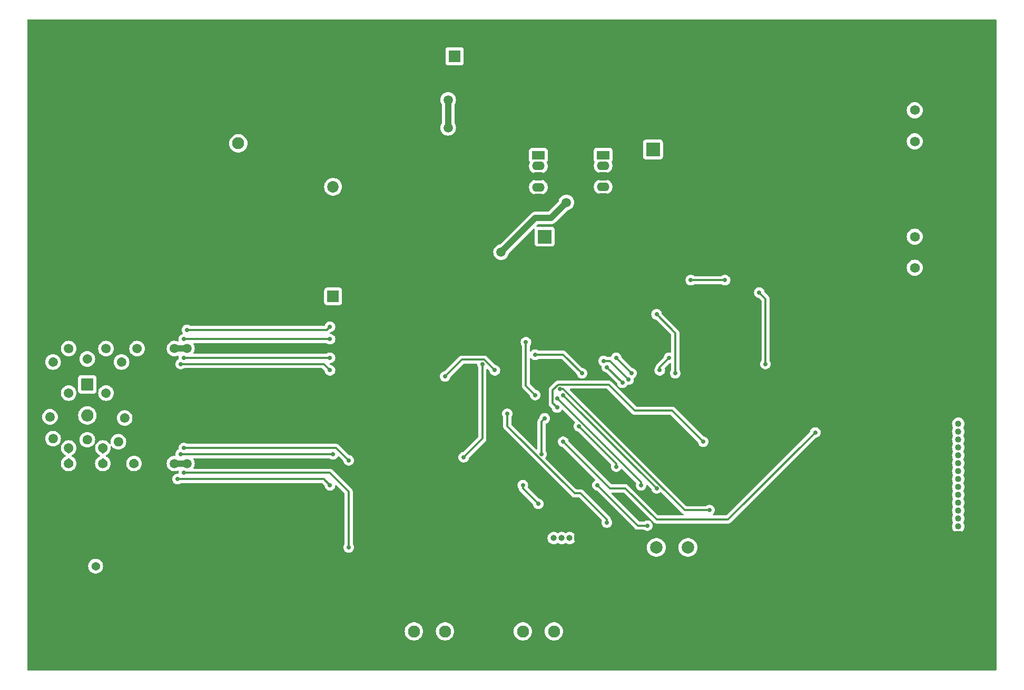
<source format=gbr>
%TF.GenerationSoftware,KiCad,Pcbnew,8.0.2*%
%TF.CreationDate,2024-06-26T19:24:32-04:00*%
%TF.ProjectId,pcb_forfirstproject,7063625f-666f-4726-9669-72737470726f,rev?*%
%TF.SameCoordinates,Original*%
%TF.FileFunction,Copper,L2,Bot*%
%TF.FilePolarity,Positive*%
%FSLAX46Y46*%
G04 Gerber Fmt 4.6, Leading zero omitted, Abs format (unit mm)*
G04 Created by KiCad (PCBNEW 8.0.2) date 2024-06-26 19:24:32*
%MOMM*%
%LPD*%
G01*
G04 APERTURE LIST*
%TA.AperFunction,ComponentPad*%
%ADD10R,2.000001X1.400000*%
%TD*%
%TA.AperFunction,ComponentPad*%
%ADD11O,2.000001X1.400000*%
%TD*%
%TA.AperFunction,ComponentPad*%
%ADD12R,1.950000X1.950000*%
%TD*%
%TA.AperFunction,ComponentPad*%
%ADD13C,1.950000*%
%TD*%
%TA.AperFunction,ComponentPad*%
%ADD14C,2.000000*%
%TD*%
%TA.AperFunction,ComponentPad*%
%ADD15R,2.200000X2.200000*%
%TD*%
%TA.AperFunction,ComponentPad*%
%ADD16O,2.200000X2.200000*%
%TD*%
%TA.AperFunction,ComponentPad*%
%ADD17C,1.574800*%
%TD*%
%TA.AperFunction,ComponentPad*%
%ADD18C,1.371600*%
%TD*%
%TA.AperFunction,ComponentPad*%
%ADD19R,1.000000X1.000000*%
%TD*%
%TA.AperFunction,ComponentPad*%
%ADD20O,1.000000X1.000000*%
%TD*%
%TA.AperFunction,ComponentPad*%
%ADD21R,1.854200X1.854200*%
%TD*%
%TA.AperFunction,ComponentPad*%
%ADD22C,1.854200*%
%TD*%
%TA.AperFunction,ComponentPad*%
%ADD23R,1.010000X1.010000*%
%TD*%
%TA.AperFunction,ComponentPad*%
%ADD24C,1.010000*%
%TD*%
%TA.AperFunction,ViaPad*%
%ADD25C,0.700000*%
%TD*%
%TA.AperFunction,ViaPad*%
%ADD26C,1.500000*%
%TD*%
%TA.AperFunction,Conductor*%
%ADD27C,0.300000*%
%TD*%
%TA.AperFunction,Conductor*%
%ADD28C,1.000000*%
%TD*%
G04 APERTURE END LIST*
D10*
%TO.P,VR2,1,VIN*%
%TO.N,+12V*%
X159400000Y-65725485D03*
D11*
%TO.P,VR2,2,OUTPUT*%
%TO.N,Net-(D6-K)*%
X159400000Y-67425485D03*
%TO.P,VR2,3,GROUND*%
%TO.N,GND*%
X159400000Y-69125486D03*
%TO.P,VR2,4,FEEDBACK*%
%TO.N,+5V*%
X159400000Y-70825485D03*
%TO.P,VR2,5,~{ON}/OFF*%
%TO.N,GND*%
X159400000Y-72525485D03*
%TD*%
D12*
%TO.P,J8,1,1*%
%TO.N,GND*%
X95767000Y-63825485D03*
D13*
%TO.P,J8,2,2*%
%TO.N,+12V*%
X100767000Y-63825485D03*
%TD*%
D12*
%TO.P,J1,1,1*%
%TO.N,Net-(J1-Pad1)*%
X135534000Y-49825485D03*
D13*
%TO.P,J1,2,2*%
%TO.N,GND*%
X140534000Y-49825485D03*
%TD*%
D14*
%TO.P,FB1,1*%
%TO.N,+3.3VA*%
X167960000Y-128825485D03*
%TO.P,FB1,2*%
%TO.N,+3.3V*%
X173040000Y-128825485D03*
%TD*%
D10*
%TO.P,U8,1,VIN*%
%TO.N,+12V*%
X149000000Y-65767385D03*
D11*
%TO.P,U8,2,OUT*%
%TO.N,Net-(D7-K)*%
X149000000Y-67467385D03*
%TO.P,U8,3,GND*%
%TO.N,GND*%
X149000000Y-69167386D03*
%TO.P,U8,4,FB*%
%TO.N,+3.3V*%
X149000000Y-70867385D03*
%TO.P,U8,5,ON_OFF_N*%
%TO.N,GND*%
X149000000Y-72567385D03*
%TD*%
D12*
%TO.P,J2,1,1*%
%TO.N,GND*%
X139000000Y-142325485D03*
D13*
%TO.P,J2,2,2*%
%TO.N,PA11*%
X134000000Y-142325485D03*
%TO.P,J2,3,3*%
%TO.N,+5V*%
X129000000Y-142325485D03*
%TD*%
D15*
%TO.P,D7,1,K*%
%TO.N,Net-(D7-K)*%
X150000000Y-78829285D03*
D16*
%TO.P,D7,2,A*%
%TO.N,GND*%
X150000000Y-88989285D03*
%TD*%
D17*
%TO.P,SW1,1,1*%
%TO.N,Net-(R1-Pad2)*%
X209500000Y-58500000D03*
%TO.P,SW1,2,2*%
%TO.N,GND*%
X214500000Y-58500000D03*
%TO.P,SW1,3,3*%
X214500000Y-63499990D03*
%TO.P,SW1,4,4*%
%TO.N,Net-(R1-Pad2)*%
X209500000Y-63499990D03*
%TD*%
D18*
%TO.P,C38,1*%
%TO.N,Net-(MOSFET2-D)*%
X77835150Y-131825485D03*
%TO.P,C38,2*%
%TO.N,GND*%
X72831350Y-131825485D03*
%TD*%
D19*
%TO.P,J4,1,Pin_1*%
%TO.N,GND*%
X155270000Y-127325485D03*
D20*
%TO.P,J4,2,Pin_2*%
%TO.N,Net-(J4-Pin_2)*%
X154000000Y-127325485D03*
%TO.P,J4,3,Pin_3*%
%TO.N,Net-(J4-Pin_3)*%
X152730000Y-127325485D03*
%TO.P,J4,4,Pin_4*%
%TO.N,+3.3V*%
X151460000Y-127325485D03*
%TD*%
D15*
%TO.P,D6,1,K*%
%TO.N,Net-(D6-K)*%
X167420000Y-64825485D03*
D16*
%TO.P,D6,2,A*%
%TO.N,GND*%
X177580000Y-64825485D03*
%TD*%
D21*
%TO.P,U4,1,CATHODE*%
%TO.N,Net-(MOSFET2-D)*%
X116000000Y-88440785D03*
D22*
%TO.P,U4,2,ANODE*%
%TO.N,Net-(MOSFET2-G)*%
X116000000Y-70813185D03*
%TD*%
D17*
%TO.P,SW3,1,1*%
%TO.N,Net-(R7-Pad1)*%
X209500000Y-78825495D03*
%TO.P,SW3,2,2*%
%TO.N,GND*%
X214500000Y-78825495D03*
%TO.P,SW3,3,3*%
X214500000Y-83825485D03*
%TO.P,SW3,4,4*%
%TO.N,Net-(R7-Pad1)*%
X209500000Y-83825485D03*
%TD*%
D12*
%TO.P,J9,1,1*%
%TO.N,P_minus*%
X76500000Y-102592485D03*
D13*
%TO.P,J9,2,2*%
%TO.N,P_plus*%
X76500000Y-107592485D03*
%TD*%
D23*
%TO.P,J3,01,01*%
%TO.N,GND*%
X216500000Y-126715485D03*
D24*
%TO.P,J3,02,02*%
%TO.N,+5V*%
X216500000Y-125445485D03*
%TO.P,J3,03,03*%
%TO.N,Net-(POT2-Wiper)*%
X216500000Y-124175485D03*
%TO.P,J3,04,04*%
%TO.N,PB0*%
X216500000Y-122905485D03*
%TO.P,J3,05,05*%
%TO.N,PB1*%
X216500000Y-121635485D03*
%TO.P,J3,06,06*%
%TO.N,PB2*%
X216500000Y-120365485D03*
%TO.P,J3,07,07*%
%TO.N,PB3*%
X216500000Y-119095485D03*
%TO.P,J3,08,08*%
%TO.N,PB4*%
X216500000Y-117825485D03*
%TO.P,J3,09,09*%
%TO.N,PB5*%
X216500000Y-116555485D03*
%TO.P,J3,10,10*%
%TO.N,PB6*%
X216500000Y-115285485D03*
%TO.P,J3,11,11*%
%TO.N,PB7*%
X216500000Y-114015485D03*
%TO.P,J3,12,12*%
%TO.N,PB9*%
X216500000Y-112745485D03*
%TO.P,J3,13,13*%
%TO.N,PB10*%
X216500000Y-111475485D03*
%TO.P,J3,14,14*%
%TO.N,PB13*%
X216500000Y-110205485D03*
%TO.P,J3,15,15*%
%TO.N,Net-(J3-Pad15)*%
X216500000Y-108935485D03*
%TD*%
D12*
%TO.P,J5,1,1*%
%TO.N,GND*%
X156500000Y-142325485D03*
D13*
%TO.P,J5,2,2*%
%TO.N,PA12*%
X151500000Y-142325485D03*
%TO.P,J5,3,3*%
%TO.N,+5V*%
X146500000Y-142325485D03*
%TD*%
D25*
%TO.N,GND*%
X151000000Y-110500000D03*
X151500000Y-107500000D03*
X190500000Y-90325485D03*
X214500000Y-72825485D03*
X153000000Y-90825485D03*
D26*
X71500000Y-88825485D03*
X121000000Y-75825485D03*
X94500000Y-75825485D03*
D25*
X154000000Y-135825485D03*
X196500000Y-88825485D03*
D26*
X177500000Y-137825485D03*
D25*
X181500000Y-127825485D03*
D26*
X179500000Y-60325485D03*
D25*
X125000000Y-106825485D03*
X90500000Y-110825485D03*
D26*
X71500000Y-138825485D03*
D25*
X123000000Y-128825485D03*
X158000000Y-107000000D03*
D26*
X90500000Y-65825485D03*
D25*
X195500000Y-78325485D03*
X163000000Y-135825485D03*
D26*
X153500000Y-76825485D03*
D25*
X120000000Y-135825485D03*
X144500000Y-118325485D03*
D26*
X154500000Y-69325485D03*
X94500000Y-70825485D03*
X70000000Y-125325485D03*
X90500000Y-60325485D03*
X214500000Y-130325485D03*
X90500000Y-75825485D03*
D25*
X171000000Y-109325485D03*
X198000000Y-59825485D03*
D26*
X158500000Y-77325485D03*
X87000000Y-81325485D03*
X136000000Y-69325485D03*
D25*
X151000000Y-120325485D03*
X87500000Y-91325485D03*
X165000000Y-111325485D03*
D26*
X90500000Y-70825485D03*
D25*
X159000000Y-127325485D03*
X126500000Y-100825485D03*
D26*
X122000000Y-66825485D03*
D25*
X142000000Y-135825485D03*
X195500000Y-65325485D03*
D26*
X145500000Y-52325485D03*
X73500000Y-143325485D03*
D25*
X145000000Y-105825485D03*
X214500000Y-69825485D03*
X177000000Y-106325485D03*
%TO.N,Net-(U1-PF0)*%
X168500000Y-100325485D03*
X170000000Y-98325485D03*
%TO.N,+3.3V*%
X166500000Y-125325485D03*
X158500000Y-118825485D03*
X149500000Y-113825485D03*
X147000000Y-95825485D03*
X148500000Y-104325485D03*
X179000000Y-85825485D03*
X150000000Y-108074658D03*
X171000000Y-100825485D03*
X184500000Y-87825485D03*
X149000000Y-121825485D03*
D26*
X143000000Y-81325485D03*
D25*
X185500000Y-99325485D03*
X168000000Y-91325485D03*
X173500000Y-85825485D03*
D26*
X153500000Y-73325485D03*
D25*
X146500000Y-118825485D03*
%TO.N,+3.3VA*%
X144000000Y-107325485D03*
X160000000Y-124825485D03*
%TO.N,SR1*%
X92000000Y-116825485D03*
X118500000Y-128825485D03*
%TO.N,SR2*%
X115500000Y-98325485D03*
X92000000Y-98325485D03*
%TO.N,IS_hbridge1*%
X159500000Y-98825485D03*
X115500000Y-118825485D03*
X140000000Y-99325485D03*
X137000000Y-114325485D03*
X91000000Y-117825485D03*
X163500000Y-101825485D03*
D26*
%TO.N,P_plus*%
X90500000Y-115325485D03*
X92500000Y-115325485D03*
X81500000Y-111825485D03*
X76500000Y-111500000D03*
X71000000Y-111325485D03*
X73500000Y-115325485D03*
X82500000Y-108000000D03*
X84000000Y-115325485D03*
X79000000Y-112825485D03*
X79000000Y-115325485D03*
X73500000Y-112825485D03*
X70500000Y-107825485D03*
%TO.N,P_minus*%
X82000000Y-99000000D03*
X73500000Y-96825485D03*
X79500000Y-104000000D03*
X79500000Y-96825485D03*
X90500000Y-96825485D03*
X84500000Y-96825485D03*
X71000000Y-99000000D03*
X92500000Y-96825485D03*
X76500000Y-98500000D03*
X73500000Y-104000000D03*
D25*
%TO.N,/NRST*%
X164000000Y-100825485D03*
X161500000Y-98325485D03*
%TO.N,Net-(U1-VREF+)*%
X155500000Y-109325485D03*
X161500000Y-115825485D03*
%TO.N,IS_hbridge2*%
X162500000Y-102325485D03*
X115500000Y-100325485D03*
X134000000Y-101325485D03*
X91500000Y-99325485D03*
X142000000Y-100325485D03*
X160000000Y-99825485D03*
%TO.N,PA10*%
X148500000Y-97825485D03*
X156000000Y-100825485D03*
%TO.N,Net-(U5-INH)*%
X116000000Y-113825485D03*
X91500000Y-113825485D03*
%TO.N,Net-(U3-INH)*%
X115500000Y-95325485D03*
X92000000Y-95325485D03*
%TO.N,Net-(U3-IN)*%
X92500000Y-93825485D03*
X115500000Y-93325485D03*
%TO.N,Net-(U5-IN)*%
X92000000Y-112825485D03*
X118500000Y-114825485D03*
%TO.N,PB1*%
X153000000Y-104325485D03*
X168000000Y-119325485D03*
%TO.N,PB0*%
X176500000Y-122825485D03*
X152500000Y-103325485D03*
%TO.N,PB2*%
X152000000Y-104825485D03*
X165500000Y-118825485D03*
%TO.N,PB13*%
X193500000Y-110325485D03*
X153000000Y-111825485D03*
%TO.N,PB10*%
X175500000Y-111825485D03*
X152000000Y-106325485D03*
D26*
%TO.N,Net-(J1-Pad1)*%
X134500000Y-56825485D03*
X134500000Y-61325485D03*
%TD*%
D27*
%TO.N,GND*%
X151500000Y-110000000D02*
X151000000Y-110500000D01*
X151500000Y-107500000D02*
X151500000Y-110000000D01*
%TO.N,Net-(U1-PF0)*%
X168500000Y-99825485D02*
X170000000Y-98325485D01*
X168500000Y-100325485D02*
X168500000Y-99825485D01*
%TO.N,+3.3V*%
X146500000Y-119325485D02*
X149000000Y-121825485D01*
X171000000Y-94325485D02*
X168000000Y-91325485D01*
D28*
X151000000Y-75825485D02*
X148500000Y-75825485D01*
D27*
X185500000Y-99325485D02*
X185500000Y-88825485D01*
D28*
X153500000Y-73325485D02*
X151000000Y-75825485D01*
D27*
X166500000Y-125325485D02*
X165000000Y-125325485D01*
X165000000Y-125325485D02*
X158500000Y-118825485D01*
X149500000Y-113825485D02*
X149500000Y-108574658D01*
X147000000Y-102825485D02*
X147000000Y-95825485D01*
X185500000Y-88825485D02*
X184500000Y-87825485D01*
X146500000Y-118825485D02*
X146500000Y-119325485D01*
X149500000Y-108574658D02*
X150000000Y-108074658D01*
X179000000Y-85825485D02*
X173500000Y-85825485D01*
D28*
X148500000Y-75825485D02*
X143000000Y-81325485D01*
D27*
X171000000Y-100825485D02*
X171000000Y-94325485D01*
X148500000Y-104325485D02*
X147000000Y-102825485D01*
%TO.N,+3.3VA*%
X155800000Y-120125485D02*
X160000000Y-124325485D01*
X160000000Y-124325485D02*
X160000000Y-124825485D01*
X144000000Y-109325485D02*
X154800000Y-120125485D01*
X144000000Y-107325485D02*
X144000000Y-109325485D01*
X154800000Y-120125485D02*
X155800000Y-120125485D01*
%TO.N,SR1*%
X92000000Y-116825485D02*
X115500000Y-116825485D01*
X115500000Y-116825485D02*
X118500000Y-119825485D01*
X118500000Y-119825485D02*
X118500000Y-128825485D01*
%TO.N,SR2*%
X92000000Y-98325485D02*
X115500000Y-98325485D01*
%TO.N,IS_hbridge1*%
X160500000Y-98825485D02*
X159500000Y-98825485D01*
X140000000Y-111325485D02*
X137000000Y-114325485D01*
X163500000Y-101825485D02*
X160500000Y-98825485D01*
X91000000Y-117825485D02*
X114500000Y-117825485D01*
X140000000Y-99325485D02*
X140000000Y-111325485D01*
X114500000Y-117825485D02*
X115500000Y-118825485D01*
%TO.N,/NRST*%
X164000000Y-100825485D02*
X161500000Y-98325485D01*
%TO.N,Net-(U1-VREF+)*%
X161500000Y-115825485D02*
X161500000Y-115325485D01*
X161500000Y-115325485D02*
X155500000Y-109325485D01*
%TO.N,IS_hbridge2*%
X91500000Y-99325485D02*
X114500000Y-99325485D01*
X136700000Y-98625485D02*
X134000000Y-101325485D01*
X114500000Y-99325485D02*
X115500000Y-100325485D01*
X142000000Y-100325485D02*
X140300000Y-98625485D01*
X162500000Y-102325485D02*
X160000000Y-99825485D01*
X140300000Y-98625485D02*
X136700000Y-98625485D01*
%TO.N,PA10*%
X148500000Y-97825485D02*
X153000000Y-97825485D01*
X153000000Y-97825485D02*
X156000000Y-100825485D01*
%TO.N,Net-(U5-INH)*%
X91500000Y-113825485D02*
X116000000Y-113825485D01*
%TO.N,Net-(U3-INH)*%
X92000000Y-95325485D02*
X115500000Y-95325485D01*
%TO.N,Net-(U3-IN)*%
X92500000Y-93825485D02*
X115000000Y-93825485D01*
X115000000Y-93825485D02*
X115500000Y-93325485D01*
%TO.N,Net-(U5-IN)*%
X116000000Y-112825485D02*
X116500000Y-112825485D01*
X116500000Y-112825485D02*
X118500000Y-114825485D01*
X92000000Y-112825485D02*
X116000000Y-112825485D01*
%TO.N,PB1*%
X153000000Y-104325485D02*
X168000000Y-119325485D01*
%TO.N,PB0*%
X172489950Y-122825485D02*
X176500000Y-122825485D01*
X152500000Y-103325485D02*
X152989950Y-103325485D01*
X152989950Y-103325485D02*
X172489950Y-122825485D01*
%TO.N,PB2*%
X152000000Y-104825485D02*
X165500000Y-118325485D01*
X165500000Y-118325485D02*
X165500000Y-118825485D01*
%TO.N,PB13*%
X179500000Y-124325485D02*
X193500000Y-110325485D01*
X162000000Y-119325485D02*
X163000000Y-119325485D01*
X168000000Y-124325485D02*
X173000000Y-124325485D01*
X160500000Y-119325485D02*
X162000000Y-119325485D01*
X173000000Y-124325485D02*
X179500000Y-124325485D01*
X153000000Y-111825485D02*
X160500000Y-119325485D01*
X163000000Y-119325485D02*
X168000000Y-124325485D01*
%TO.N,PB10*%
X152000000Y-106325485D02*
X151300000Y-105625485D01*
X160300000Y-102625485D02*
X164500000Y-106825485D01*
X151300000Y-105625485D02*
X151300000Y-103535535D01*
X170500000Y-106825485D02*
X175500000Y-111825485D01*
X152210050Y-102625485D02*
X160300000Y-102625485D01*
X151300000Y-103535535D02*
X152210050Y-102625485D01*
X164500000Y-106825485D02*
X170500000Y-106825485D01*
D28*
%TO.N,Net-(J1-Pad1)*%
X134500000Y-61325485D02*
X134500000Y-56825485D01*
%TD*%
%TA.AperFunction,Conductor*%
%TO.N,P_minus*%
G36*
X73619055Y-103262568D02*
G01*
X73640334Y-103266320D01*
X73745304Y-103294446D01*
X73765598Y-103301833D01*
X73864091Y-103347760D01*
X73882806Y-103358565D01*
X73971825Y-103420897D01*
X73988382Y-103434791D01*
X74065206Y-103511615D01*
X74079099Y-103528172D01*
X74103118Y-103562474D01*
X74103122Y-103562479D01*
X74103126Y-103562484D01*
X74141436Y-103617196D01*
X74152235Y-103635901D01*
X74152239Y-103635909D01*
X74198161Y-103734390D01*
X74205553Y-103754700D01*
X74233675Y-103859652D01*
X74237428Y-103880938D01*
X74246899Y-103989190D01*
X74246899Y-104010805D01*
X74237428Y-104119059D01*
X74233675Y-104140345D01*
X74205555Y-104245292D01*
X74198162Y-104265604D01*
X74152236Y-104364092D01*
X74141429Y-104382810D01*
X74079101Y-104471824D01*
X74065207Y-104488382D01*
X73988382Y-104565207D01*
X73971824Y-104579101D01*
X73882810Y-104641429D01*
X73864092Y-104652236D01*
X73765604Y-104698162D01*
X73745292Y-104705555D01*
X73640345Y-104733675D01*
X73619060Y-104737428D01*
X73510808Y-104746899D01*
X73489193Y-104746899D01*
X73380939Y-104737428D01*
X73359653Y-104733675D01*
X73254706Y-104705555D01*
X73234394Y-104698162D01*
X73135906Y-104652236D01*
X73117188Y-104641429D01*
X73028174Y-104579101D01*
X73011616Y-104565207D01*
X72934788Y-104488379D01*
X72920894Y-104471821D01*
X72917226Y-104466582D01*
X72858563Y-104382803D01*
X72847758Y-104364087D01*
X72840184Y-104347845D01*
X72813051Y-104289656D01*
X72813051Y-104289655D01*
X72801835Y-104265603D01*
X72794445Y-104245298D01*
X72794443Y-104245292D01*
X72766321Y-104140336D01*
X72762568Y-104119050D01*
X72758075Y-104067689D01*
X72753098Y-104010798D01*
X72753098Y-103989190D01*
X72754630Y-103971690D01*
X72762569Y-103880938D01*
X72766319Y-103859667D01*
X72794445Y-103754698D01*
X72801837Y-103734393D01*
X72813336Y-103709732D01*
X72847766Y-103635896D01*
X72858560Y-103617200D01*
X72920905Y-103528160D01*
X72934788Y-103511618D01*
X73011620Y-103434785D01*
X73028160Y-103420905D01*
X73117200Y-103358560D01*
X73135891Y-103347769D01*
X73234397Y-103301834D01*
X73254698Y-103294445D01*
X73359654Y-103266323D01*
X73380939Y-103262570D01*
X73398736Y-103261012D01*
X73398737Y-103261013D01*
X73489203Y-103253098D01*
X73510805Y-103253098D01*
X73619055Y-103262568D01*
G37*
%TD.AperFunction*%
%TA.AperFunction,Conductor*%
G36*
X79619055Y-103262568D02*
G01*
X79640334Y-103266320D01*
X79745304Y-103294446D01*
X79765598Y-103301833D01*
X79864091Y-103347760D01*
X79882806Y-103358565D01*
X79971825Y-103420897D01*
X79988382Y-103434791D01*
X80065209Y-103511618D01*
X80079103Y-103528176D01*
X80141431Y-103617190D01*
X80152238Y-103635909D01*
X80198160Y-103734390D01*
X80205553Y-103754700D01*
X80233675Y-103859652D01*
X80237428Y-103880939D01*
X80246899Y-103989192D01*
X80246899Y-104010806D01*
X80237428Y-104119059D01*
X80233675Y-104140345D01*
X80205555Y-104245292D01*
X80198162Y-104265604D01*
X80152236Y-104364092D01*
X80141429Y-104382810D01*
X80079101Y-104471824D01*
X80065207Y-104488382D01*
X79988382Y-104565207D01*
X79971824Y-104579101D01*
X79882810Y-104641429D01*
X79864092Y-104652236D01*
X79765604Y-104698162D01*
X79745292Y-104705555D01*
X79640345Y-104733675D01*
X79619060Y-104737428D01*
X79510808Y-104746899D01*
X79489193Y-104746899D01*
X79380939Y-104737428D01*
X79359653Y-104733675D01*
X79254706Y-104705555D01*
X79234394Y-104698162D01*
X79135906Y-104652236D01*
X79117188Y-104641429D01*
X79028174Y-104579101D01*
X79011616Y-104565207D01*
X78934788Y-104488379D01*
X78920894Y-104471821D01*
X78917226Y-104466582D01*
X78858563Y-104382803D01*
X78847758Y-104364087D01*
X78840184Y-104347845D01*
X78813051Y-104289656D01*
X78813051Y-104289655D01*
X78801835Y-104265603D01*
X78794445Y-104245298D01*
X78794443Y-104245292D01*
X78766321Y-104140336D01*
X78762568Y-104119050D01*
X78758075Y-104067689D01*
X78753098Y-104010798D01*
X78753098Y-103989190D01*
X78754630Y-103971690D01*
X78762569Y-103880938D01*
X78766319Y-103859667D01*
X78794445Y-103754698D01*
X78801837Y-103734393D01*
X78813336Y-103709732D01*
X78847766Y-103635896D01*
X78858560Y-103617200D01*
X78920905Y-103528160D01*
X78934788Y-103511618D01*
X79011620Y-103434785D01*
X79028160Y-103420905D01*
X79117200Y-103358560D01*
X79135891Y-103347769D01*
X79234397Y-103301834D01*
X79254698Y-103294445D01*
X79359654Y-103266323D01*
X79380939Y-103262570D01*
X79398736Y-103261012D01*
X79398737Y-103261013D01*
X79489203Y-103253098D01*
X79510805Y-103253098D01*
X79619055Y-103262568D01*
G37*
%TD.AperFunction*%
%TA.AperFunction,Conductor*%
G36*
X77413038Y-101642170D02*
G01*
X77458793Y-101694974D01*
X77469999Y-101746485D01*
X77469999Y-103438484D01*
X77450314Y-103505523D01*
X77397510Y-103551278D01*
X77345999Y-103562484D01*
X75654000Y-103562484D01*
X75586961Y-103542799D01*
X75541206Y-103489995D01*
X75530000Y-103438484D01*
X75530000Y-101746485D01*
X75549685Y-101679446D01*
X75602489Y-101633691D01*
X75654000Y-101622485D01*
X77345999Y-101622485D01*
X77413038Y-101642170D01*
G37*
%TD.AperFunction*%
%TA.AperFunction,Conductor*%
G36*
X71119055Y-98262568D02*
G01*
X71140334Y-98266320D01*
X71245304Y-98294446D01*
X71265598Y-98301833D01*
X71364091Y-98347760D01*
X71382806Y-98358565D01*
X71471825Y-98420897D01*
X71488382Y-98434791D01*
X71565206Y-98511615D01*
X71579100Y-98528173D01*
X71641430Y-98617190D01*
X71652237Y-98635907D01*
X71654896Y-98641609D01*
X71688480Y-98713630D01*
X71688481Y-98713633D01*
X71688482Y-98713635D01*
X71698163Y-98734397D01*
X71705555Y-98754707D01*
X71733675Y-98859653D01*
X71737428Y-98880939D01*
X71746899Y-98989192D01*
X71746899Y-99010806D01*
X71737428Y-99119059D01*
X71733675Y-99140345D01*
X71705555Y-99245292D01*
X71698162Y-99265604D01*
X71652236Y-99364092D01*
X71641429Y-99382810D01*
X71579101Y-99471824D01*
X71565207Y-99488382D01*
X71488382Y-99565207D01*
X71471824Y-99579101D01*
X71382810Y-99641429D01*
X71364092Y-99652236D01*
X71265604Y-99698162D01*
X71245292Y-99705555D01*
X71140345Y-99733675D01*
X71119060Y-99737428D01*
X71010808Y-99746899D01*
X70989193Y-99746899D01*
X70880939Y-99737428D01*
X70859653Y-99733675D01*
X70754706Y-99705555D01*
X70734394Y-99698162D01*
X70635906Y-99652236D01*
X70617188Y-99641429D01*
X70528174Y-99579101D01*
X70511616Y-99565207D01*
X70434788Y-99488379D01*
X70420894Y-99471821D01*
X70417226Y-99466582D01*
X70358563Y-99382803D01*
X70347758Y-99364087D01*
X70302406Y-99266827D01*
X70302401Y-99266815D01*
X70301856Y-99265647D01*
X70301344Y-99264241D01*
X70298017Y-99256141D01*
X70298012Y-99256127D01*
X70298345Y-99256007D01*
X70294445Y-99245297D01*
X70292083Y-99236483D01*
X70266322Y-99140338D01*
X70262569Y-99119053D01*
X70260130Y-99091171D01*
X70253098Y-99010794D01*
X70253098Y-98989191D01*
X70262569Y-98880939D01*
X70266321Y-98859661D01*
X70279454Y-98810647D01*
X70294445Y-98754698D01*
X70301834Y-98734397D01*
X70347769Y-98635891D01*
X70358560Y-98617200D01*
X70420905Y-98528160D01*
X70434788Y-98511618D01*
X70511620Y-98434785D01*
X70528160Y-98420905D01*
X70617200Y-98358560D01*
X70635891Y-98347769D01*
X70734397Y-98301834D01*
X70754698Y-98294445D01*
X70859654Y-98266323D01*
X70880939Y-98262570D01*
X70898736Y-98261012D01*
X70898737Y-98261013D01*
X70989203Y-98253098D01*
X71010805Y-98253098D01*
X71119055Y-98262568D01*
G37*
%TD.AperFunction*%
%TA.AperFunction,Conductor*%
G36*
X82119055Y-98262568D02*
G01*
X82140334Y-98266320D01*
X82245304Y-98294446D01*
X82265598Y-98301833D01*
X82364091Y-98347760D01*
X82382806Y-98358565D01*
X82471825Y-98420897D01*
X82488382Y-98434791D01*
X82565209Y-98511618D01*
X82579103Y-98528176D01*
X82641431Y-98617190D01*
X82652238Y-98635909D01*
X82698160Y-98734390D01*
X82705553Y-98754700D01*
X82733675Y-98859652D01*
X82737428Y-98880939D01*
X82746899Y-98989192D01*
X82746899Y-99010806D01*
X82737428Y-99119059D01*
X82733675Y-99140345D01*
X82705555Y-99245292D01*
X82698162Y-99265604D01*
X82652236Y-99364092D01*
X82641429Y-99382810D01*
X82579101Y-99471824D01*
X82565207Y-99488382D01*
X82488382Y-99565207D01*
X82471824Y-99579101D01*
X82382810Y-99641429D01*
X82364092Y-99652236D01*
X82265604Y-99698162D01*
X82245292Y-99705555D01*
X82140345Y-99733675D01*
X82119060Y-99737428D01*
X82010808Y-99746899D01*
X81989193Y-99746899D01*
X81880939Y-99737428D01*
X81859653Y-99733675D01*
X81754706Y-99705555D01*
X81734394Y-99698162D01*
X81635906Y-99652236D01*
X81617188Y-99641429D01*
X81528174Y-99579101D01*
X81511616Y-99565207D01*
X81434788Y-99488379D01*
X81420894Y-99471821D01*
X81417226Y-99466582D01*
X81358563Y-99382803D01*
X81347758Y-99364087D01*
X81302406Y-99266827D01*
X81302401Y-99266815D01*
X81301856Y-99265647D01*
X81301344Y-99264241D01*
X81298017Y-99256141D01*
X81298012Y-99256127D01*
X81298345Y-99256007D01*
X81294445Y-99245297D01*
X81292083Y-99236483D01*
X81266322Y-99140338D01*
X81262569Y-99119053D01*
X81260130Y-99091171D01*
X81253098Y-99010794D01*
X81253098Y-98989191D01*
X81262569Y-98880939D01*
X81266321Y-98859661D01*
X81279454Y-98810647D01*
X81294445Y-98754698D01*
X81301834Y-98734397D01*
X81347769Y-98635891D01*
X81358560Y-98617200D01*
X81420905Y-98528160D01*
X81434788Y-98511618D01*
X81511620Y-98434785D01*
X81528160Y-98420905D01*
X81617200Y-98358560D01*
X81635891Y-98347769D01*
X81734397Y-98301834D01*
X81754698Y-98294445D01*
X81859654Y-98266323D01*
X81880939Y-98262570D01*
X81898736Y-98261012D01*
X81898737Y-98261013D01*
X81989203Y-98253098D01*
X82010805Y-98253098D01*
X82119055Y-98262568D01*
G37*
%TD.AperFunction*%
%TA.AperFunction,Conductor*%
G36*
X76619056Y-97762568D02*
G01*
X76640334Y-97766320D01*
X76745304Y-97794446D01*
X76765598Y-97801833D01*
X76864091Y-97847760D01*
X76882806Y-97858565D01*
X76971825Y-97920897D01*
X76988382Y-97934791D01*
X77065209Y-98011618D01*
X77079103Y-98028176D01*
X77141431Y-98117190D01*
X77152238Y-98135908D01*
X77198159Y-98234386D01*
X77205552Y-98254697D01*
X77233676Y-98359657D01*
X77237429Y-98380944D01*
X77246899Y-98489192D01*
X77246899Y-98510806D01*
X77237428Y-98619059D01*
X77233675Y-98640345D01*
X77205556Y-98745290D01*
X77198165Y-98765597D01*
X77186273Y-98791102D01*
X77186271Y-98791108D01*
X77152236Y-98864094D01*
X77141429Y-98882811D01*
X77079103Y-98971822D01*
X77065213Y-98988376D01*
X77053601Y-98999989D01*
X77053597Y-98999993D01*
X76988383Y-99065207D01*
X76988382Y-99065208D01*
X76971824Y-99079101D01*
X76882810Y-99141429D01*
X76864092Y-99152236D01*
X76765604Y-99198162D01*
X76745292Y-99205555D01*
X76640345Y-99233675D01*
X76619060Y-99237428D01*
X76510808Y-99246899D01*
X76489193Y-99246899D01*
X76380939Y-99237428D01*
X76359653Y-99233675D01*
X76254706Y-99205555D01*
X76234394Y-99198162D01*
X76135906Y-99152236D01*
X76117188Y-99141429D01*
X76028174Y-99079101D01*
X76011616Y-99065207D01*
X75934791Y-98988382D01*
X75920897Y-98971824D01*
X75858569Y-98882810D01*
X75847761Y-98864091D01*
X75811518Y-98786366D01*
X75806785Y-98776216D01*
X75801834Y-98765597D01*
X75794444Y-98745294D01*
X75791524Y-98734397D01*
X75766321Y-98640336D01*
X75762568Y-98619050D01*
X75762405Y-98617183D01*
X75753098Y-98510798D01*
X75753098Y-98489190D01*
X75753373Y-98486056D01*
X75762568Y-98380942D01*
X75766321Y-98359660D01*
X75769510Y-98347758D01*
X75794446Y-98254697D01*
X75801834Y-98234397D01*
X75847769Y-98135891D01*
X75858560Y-98117200D01*
X75920905Y-98028160D01*
X75934788Y-98011618D01*
X76011620Y-97934785D01*
X76028160Y-97920905D01*
X76117200Y-97858560D01*
X76135891Y-97847769D01*
X76234397Y-97801834D01*
X76254698Y-97794445D01*
X76359656Y-97766321D01*
X76380942Y-97762569D01*
X76428689Y-97758393D01*
X76428689Y-97758392D01*
X76450463Y-97756488D01*
X76450468Y-97756486D01*
X76489199Y-97753098D01*
X76510802Y-97753098D01*
X76619056Y-97762568D01*
G37*
%TD.AperFunction*%
%TA.AperFunction,Conductor*%
G36*
X74061863Y-96345170D02*
G01*
X74096399Y-96378362D01*
X74141431Y-96442675D01*
X74152238Y-96461393D01*
X74198160Y-96559873D01*
X74205553Y-96580184D01*
X74233677Y-96685144D01*
X74237430Y-96706429D01*
X74241831Y-96756730D01*
X74246901Y-96814675D01*
X74246901Y-96836282D01*
X74243054Y-96880247D01*
X74237428Y-96944546D01*
X74233675Y-96965830D01*
X74205555Y-97070777D01*
X74198162Y-97091089D01*
X74152236Y-97189577D01*
X74141429Y-97208295D01*
X74079101Y-97297309D01*
X74065207Y-97313867D01*
X73988382Y-97390692D01*
X73971824Y-97404586D01*
X73882810Y-97466914D01*
X73864092Y-97477721D01*
X73765604Y-97523647D01*
X73745292Y-97531040D01*
X73640345Y-97559160D01*
X73619060Y-97562913D01*
X73510808Y-97572384D01*
X73489193Y-97572384D01*
X73380939Y-97562913D01*
X73359653Y-97559160D01*
X73254706Y-97531040D01*
X73234394Y-97523647D01*
X73135906Y-97477721D01*
X73117188Y-97466914D01*
X73028174Y-97404586D01*
X73011616Y-97390692D01*
X72934788Y-97313864D01*
X72920894Y-97297306D01*
X72858563Y-97208288D01*
X72847761Y-97189579D01*
X72809159Y-97106794D01*
X72809158Y-97106792D01*
X72801834Y-97091087D01*
X72794447Y-97070792D01*
X72766320Y-96965820D01*
X72762568Y-96944537D01*
X72753098Y-96836289D01*
X72753098Y-96814675D01*
X72762568Y-96706432D01*
X72766321Y-96685146D01*
X72794444Y-96580188D01*
X72794446Y-96580184D01*
X72794445Y-96580183D01*
X72801834Y-96559882D01*
X72847769Y-96461376D01*
X72858567Y-96442675D01*
X72903600Y-96378361D01*
X72958177Y-96334736D01*
X73005174Y-96325485D01*
X73994824Y-96325485D01*
X74061863Y-96345170D01*
G37*
%TD.AperFunction*%
%TA.AperFunction,Conductor*%
G36*
X80061863Y-96345170D02*
G01*
X80096399Y-96378362D01*
X80141431Y-96442675D01*
X80152238Y-96461393D01*
X80198160Y-96559873D01*
X80205553Y-96580184D01*
X80233677Y-96685144D01*
X80237430Y-96706429D01*
X80241831Y-96756730D01*
X80246901Y-96814675D01*
X80246901Y-96836282D01*
X80243054Y-96880247D01*
X80237428Y-96944546D01*
X80233675Y-96965830D01*
X80205555Y-97070777D01*
X80198162Y-97091089D01*
X80152236Y-97189577D01*
X80141429Y-97208295D01*
X80079101Y-97297309D01*
X80065207Y-97313867D01*
X79988382Y-97390692D01*
X79971824Y-97404586D01*
X79882810Y-97466914D01*
X79864092Y-97477721D01*
X79765604Y-97523647D01*
X79745292Y-97531040D01*
X79640345Y-97559160D01*
X79619060Y-97562913D01*
X79510808Y-97572384D01*
X79489193Y-97572384D01*
X79380939Y-97562913D01*
X79359653Y-97559160D01*
X79254706Y-97531040D01*
X79234394Y-97523647D01*
X79135906Y-97477721D01*
X79117188Y-97466914D01*
X79028174Y-97404586D01*
X79011616Y-97390692D01*
X78934788Y-97313864D01*
X78920894Y-97297306D01*
X78858563Y-97208288D01*
X78847761Y-97189579D01*
X78809159Y-97106794D01*
X78809158Y-97106792D01*
X78801834Y-97091087D01*
X78794447Y-97070792D01*
X78766320Y-96965820D01*
X78762568Y-96944537D01*
X78753098Y-96836289D01*
X78753098Y-96814675D01*
X78762568Y-96706432D01*
X78766321Y-96685146D01*
X78794444Y-96580188D01*
X78794446Y-96580184D01*
X78794445Y-96580183D01*
X78801834Y-96559882D01*
X78847769Y-96461376D01*
X78858567Y-96442675D01*
X78903600Y-96378361D01*
X78958177Y-96334736D01*
X79005174Y-96325485D01*
X79994824Y-96325485D01*
X80061863Y-96345170D01*
G37*
%TD.AperFunction*%
%TA.AperFunction,Conductor*%
G36*
X85061863Y-96345170D02*
G01*
X85096399Y-96378362D01*
X85141431Y-96442675D01*
X85152238Y-96461393D01*
X85198160Y-96559873D01*
X85205553Y-96580184D01*
X85233677Y-96685144D01*
X85237430Y-96706429D01*
X85241831Y-96756730D01*
X85246901Y-96814675D01*
X85246901Y-96836282D01*
X85243054Y-96880247D01*
X85237428Y-96944546D01*
X85233675Y-96965830D01*
X85205555Y-97070777D01*
X85198162Y-97091089D01*
X85152236Y-97189577D01*
X85141430Y-97208294D01*
X85096399Y-97272607D01*
X85041823Y-97316233D01*
X85001371Y-97324195D01*
X84999999Y-97325485D01*
X84999843Y-97327983D01*
X84976015Y-97393664D01*
X84947209Y-97421822D01*
X84882811Y-97466914D01*
X84864092Y-97477721D01*
X84765604Y-97523647D01*
X84745292Y-97531040D01*
X84640345Y-97559160D01*
X84619060Y-97562913D01*
X84510808Y-97572384D01*
X84489193Y-97572384D01*
X84380939Y-97562913D01*
X84359653Y-97559160D01*
X84254706Y-97531040D01*
X84234394Y-97523647D01*
X84135906Y-97477721D01*
X84117188Y-97466914D01*
X84028174Y-97404586D01*
X84011616Y-97390692D01*
X83934788Y-97313864D01*
X83920894Y-97297306D01*
X83858563Y-97208288D01*
X83847761Y-97189579D01*
X83809159Y-97106794D01*
X83809158Y-97106792D01*
X83801834Y-97091087D01*
X83794447Y-97070792D01*
X83766320Y-96965820D01*
X83762568Y-96944537D01*
X83753098Y-96836289D01*
X83753098Y-96814675D01*
X83762568Y-96706432D01*
X83766321Y-96685146D01*
X83794444Y-96580188D01*
X83794446Y-96580184D01*
X83794445Y-96580183D01*
X83801834Y-96559882D01*
X83847769Y-96461376D01*
X83858567Y-96442675D01*
X83903600Y-96378361D01*
X83958177Y-96334736D01*
X84005174Y-96325485D01*
X84994824Y-96325485D01*
X85061863Y-96345170D01*
G37*
%TD.AperFunction*%
%TA.AperFunction,Conductor*%
G36*
X92943039Y-96345170D02*
G01*
X92988794Y-96397974D01*
X93000000Y-96449485D01*
X93000000Y-97201485D01*
X92980315Y-97268524D01*
X92927511Y-97314279D01*
X92876000Y-97325485D01*
X90005176Y-97325485D01*
X89938137Y-97305800D01*
X89903602Y-97272609D01*
X89858566Y-97208292D01*
X89847761Y-97189579D01*
X89809159Y-97106794D01*
X89809158Y-97106792D01*
X89801834Y-97091087D01*
X89794447Y-97070792D01*
X89766320Y-96965820D01*
X89762568Y-96944537D01*
X89753098Y-96836289D01*
X89753098Y-96814675D01*
X89762568Y-96706432D01*
X89766321Y-96685146D01*
X89794444Y-96580188D01*
X89794446Y-96580184D01*
X89794445Y-96580183D01*
X89801834Y-96559882D01*
X89847769Y-96461376D01*
X89858567Y-96442675D01*
X89903600Y-96378361D01*
X89958177Y-96334736D01*
X90005174Y-96325485D01*
X92876000Y-96325485D01*
X92943039Y-96345170D01*
G37*
%TD.AperFunction*%
%TD*%
%TA.AperFunction,Conductor*%
%TO.N,P_plus*%
G36*
X73535708Y-114437958D02*
G01*
X73594336Y-114475965D01*
X73594655Y-114476338D01*
X73631033Y-114518999D01*
X73632820Y-114521094D01*
X73685251Y-114567258D01*
X73685258Y-114567264D01*
X73749120Y-114609024D01*
X73804608Y-114645309D01*
X73805673Y-114646005D01*
X73864091Y-114673246D01*
X73882809Y-114684053D01*
X73971822Y-114746380D01*
X73988380Y-114760274D01*
X74065209Y-114837103D01*
X74079103Y-114853661D01*
X74141432Y-114942676D01*
X74152239Y-114961395D01*
X74198159Y-115059872D01*
X74205552Y-115080183D01*
X74233675Y-115185140D01*
X74237428Y-115206425D01*
X74246899Y-115314675D01*
X74246899Y-115336290D01*
X74237428Y-115444544D01*
X74233675Y-115465830D01*
X74205555Y-115570777D01*
X74198162Y-115591089D01*
X74152236Y-115689577D01*
X74141430Y-115708294D01*
X74096399Y-115772607D01*
X74041823Y-115816233D01*
X73994823Y-115825485D01*
X73005176Y-115825485D01*
X72938137Y-115805800D01*
X72903602Y-115772609D01*
X72858566Y-115708292D01*
X72847761Y-115689579D01*
X72811518Y-115611853D01*
X72811517Y-115611851D01*
X72801834Y-115591087D01*
X72794445Y-115570785D01*
X72775566Y-115500328D01*
X72766320Y-115465820D01*
X72762568Y-115444537D01*
X72753098Y-115336283D01*
X72753098Y-115314675D01*
X72762568Y-115206432D01*
X72766321Y-115185146D01*
X72774290Y-115155406D01*
X72794446Y-115080182D01*
X72801834Y-115059882D01*
X72847769Y-114961376D01*
X72858560Y-114942685D01*
X72920905Y-114853645D01*
X72934788Y-114837103D01*
X73011620Y-114760270D01*
X73028166Y-114746386D01*
X73117189Y-114684052D01*
X73135895Y-114673252D01*
X73194328Y-114646005D01*
X73311726Y-114569897D01*
X73363101Y-114525380D01*
X73406912Y-114475222D01*
X73465839Y-114437681D01*
X73535708Y-114437958D01*
G37*
%TD.AperFunction*%
%TA.AperFunction,Conductor*%
G36*
X79035708Y-114437958D02*
G01*
X79094336Y-114475965D01*
X79094655Y-114476338D01*
X79131033Y-114518999D01*
X79132820Y-114521094D01*
X79185251Y-114567258D01*
X79185258Y-114567264D01*
X79249120Y-114609024D01*
X79304608Y-114645309D01*
X79305673Y-114646005D01*
X79364091Y-114673246D01*
X79382809Y-114684053D01*
X79471822Y-114746380D01*
X79488380Y-114760274D01*
X79565209Y-114837103D01*
X79579103Y-114853661D01*
X79641432Y-114942676D01*
X79652239Y-114961395D01*
X79698159Y-115059872D01*
X79705552Y-115080182D01*
X79733677Y-115185144D01*
X79737430Y-115206429D01*
X79739739Y-115232814D01*
X79746901Y-115314675D01*
X79746901Y-115336282D01*
X79744159Y-115367623D01*
X79737428Y-115444546D01*
X79733675Y-115465830D01*
X79705555Y-115570777D01*
X79698162Y-115591089D01*
X79652236Y-115689577D01*
X79641430Y-115708294D01*
X79596399Y-115772607D01*
X79541823Y-115816233D01*
X79494823Y-115825485D01*
X78505176Y-115825485D01*
X78438137Y-115805800D01*
X78403602Y-115772609D01*
X78358566Y-115708292D01*
X78347761Y-115689579D01*
X78311518Y-115611853D01*
X78311517Y-115611851D01*
X78301834Y-115591087D01*
X78294445Y-115570785D01*
X78275566Y-115500328D01*
X78266320Y-115465820D01*
X78262568Y-115444537D01*
X78253098Y-115336283D01*
X78253098Y-115314675D01*
X78262568Y-115206432D01*
X78266321Y-115185146D01*
X78274290Y-115155406D01*
X78294446Y-115080182D01*
X78301834Y-115059882D01*
X78347769Y-114961376D01*
X78358560Y-114942685D01*
X78420905Y-114853645D01*
X78434788Y-114837103D01*
X78511620Y-114760270D01*
X78528166Y-114746386D01*
X78617189Y-114684052D01*
X78635895Y-114673252D01*
X78694328Y-114646005D01*
X78811726Y-114569897D01*
X78863101Y-114525380D01*
X78906912Y-114475222D01*
X78965839Y-114437681D01*
X79035708Y-114437958D01*
G37*
%TD.AperFunction*%
%TA.AperFunction,Conductor*%
G36*
X84119055Y-114588053D02*
G01*
X84140335Y-114591805D01*
X84204604Y-114609026D01*
X84245291Y-114619928D01*
X84265603Y-114627321D01*
X84304129Y-114645286D01*
X84304176Y-114645309D01*
X84364089Y-114673245D01*
X84382811Y-114684054D01*
X84471825Y-114746383D01*
X84488382Y-114760276D01*
X84565209Y-114837103D01*
X84579103Y-114853661D01*
X84641432Y-114942676D01*
X84652239Y-114961395D01*
X84698159Y-115059872D01*
X84705552Y-115080182D01*
X84733677Y-115185144D01*
X84737430Y-115206429D01*
X84739739Y-115232814D01*
X84746901Y-115314675D01*
X84746901Y-115336282D01*
X84744159Y-115367623D01*
X84737428Y-115444546D01*
X84733675Y-115465830D01*
X84705555Y-115570777D01*
X84698162Y-115591089D01*
X84652236Y-115689577D01*
X84641430Y-115708294D01*
X84596399Y-115772607D01*
X84541823Y-115816233D01*
X84494823Y-115825485D01*
X83505176Y-115825485D01*
X83438137Y-115805800D01*
X83403602Y-115772609D01*
X83358566Y-115708292D01*
X83347761Y-115689579D01*
X83311518Y-115611853D01*
X83311517Y-115611851D01*
X83301834Y-115591087D01*
X83294445Y-115570785D01*
X83275566Y-115500328D01*
X83266320Y-115465820D01*
X83262568Y-115444537D01*
X83253098Y-115336283D01*
X83253098Y-115314675D01*
X83262568Y-115206432D01*
X83266321Y-115185146D01*
X83274290Y-115155406D01*
X83294446Y-115080182D01*
X83301834Y-115059882D01*
X83347769Y-114961376D01*
X83358560Y-114942685D01*
X83420905Y-114853645D01*
X83434788Y-114837103D01*
X83511620Y-114760270D01*
X83528160Y-114746390D01*
X83617200Y-114684045D01*
X83635891Y-114673254D01*
X83734397Y-114627319D01*
X83754698Y-114619930D01*
X83859654Y-114591808D01*
X83880939Y-114588055D01*
X83898736Y-114586497D01*
X83898737Y-114586498D01*
X83989203Y-114578583D01*
X84010805Y-114578583D01*
X84119055Y-114588053D01*
G37*
%TD.AperFunction*%
%TA.AperFunction,Conductor*%
G36*
X92943039Y-114845170D02*
G01*
X92988794Y-114897974D01*
X93000000Y-114949485D01*
X93000000Y-115701485D01*
X92980315Y-115768524D01*
X92927511Y-115814279D01*
X92876000Y-115825485D01*
X90005176Y-115825485D01*
X89938137Y-115805800D01*
X89903602Y-115772609D01*
X89858566Y-115708292D01*
X89847761Y-115689579D01*
X89811518Y-115611853D01*
X89811517Y-115611851D01*
X89801834Y-115591087D01*
X89794445Y-115570785D01*
X89775566Y-115500328D01*
X89766320Y-115465820D01*
X89762568Y-115444537D01*
X89753098Y-115336283D01*
X89753098Y-115314675D01*
X89762568Y-115206432D01*
X89766321Y-115185146D01*
X89774290Y-115155406D01*
X89794446Y-115080182D01*
X89801834Y-115059882D01*
X89847769Y-114961376D01*
X89858565Y-114942676D01*
X89903600Y-114878361D01*
X89958177Y-114834736D01*
X90005174Y-114825485D01*
X92876000Y-114825485D01*
X92943039Y-114845170D01*
G37*
%TD.AperFunction*%
%TA.AperFunction,Conductor*%
G36*
X73619055Y-112088053D02*
G01*
X73640335Y-112091805D01*
X73745303Y-112119930D01*
X73765598Y-112127317D01*
X73771444Y-112130043D01*
X73771459Y-112130051D01*
X73864089Y-112173245D01*
X73882809Y-112184052D01*
X73971825Y-112246382D01*
X73988382Y-112260276D01*
X74065209Y-112337103D01*
X74079103Y-112353661D01*
X74141431Y-112442675D01*
X74152238Y-112461394D01*
X74198160Y-112559875D01*
X74205553Y-112580185D01*
X74233675Y-112685137D01*
X74237428Y-112706424D01*
X74246899Y-112814678D01*
X74246899Y-112836293D01*
X74237428Y-112944545D01*
X74233675Y-112965830D01*
X74205555Y-113070777D01*
X74198162Y-113091089D01*
X74152236Y-113189577D01*
X74141429Y-113208295D01*
X74079101Y-113297309D01*
X74065207Y-113313867D01*
X73988379Y-113390695D01*
X73971821Y-113404589D01*
X73882813Y-113466913D01*
X73864097Y-113477719D01*
X73805680Y-113504960D01*
X73805672Y-113504965D01*
X73688277Y-113581069D01*
X73636899Y-113625588D01*
X73593085Y-113675749D01*
X73534157Y-113713289D01*
X73464288Y-113713011D01*
X73405661Y-113675003D01*
X73405465Y-113674775D01*
X73367184Y-113629881D01*
X73314745Y-113583709D01*
X73194326Y-113504964D01*
X73194317Y-113504959D01*
X73194312Y-113504957D01*
X73135904Y-113477720D01*
X73117187Y-113466914D01*
X73028177Y-113404589D01*
X73011619Y-113390695D01*
X72934793Y-113313869D01*
X72920899Y-113297311D01*
X72858563Y-113208286D01*
X72847756Y-113189567D01*
X72811089Y-113110934D01*
X72811089Y-113110932D01*
X72801838Y-113091093D01*
X72794445Y-113070782D01*
X72794324Y-113070330D01*
X72766321Y-112965821D01*
X72762569Y-112944539D01*
X72761976Y-112937757D01*
X72753099Y-112836288D01*
X72753099Y-112814680D01*
X72753100Y-112814678D01*
X72762570Y-112706419D01*
X72766321Y-112685145D01*
X72794445Y-112580183D01*
X72801837Y-112559878D01*
X72837323Y-112483778D01*
X72847766Y-112461381D01*
X72858560Y-112442685D01*
X72920905Y-112353645D01*
X72934788Y-112337103D01*
X73011620Y-112260270D01*
X73028160Y-112246390D01*
X73117200Y-112184045D01*
X73135891Y-112173254D01*
X73234397Y-112127319D01*
X73254698Y-112119930D01*
X73359654Y-112091808D01*
X73380939Y-112088055D01*
X73398736Y-112086497D01*
X73398737Y-112086498D01*
X73489203Y-112078583D01*
X73510805Y-112078583D01*
X73619055Y-112088053D01*
G37*
%TD.AperFunction*%
%TA.AperFunction,Conductor*%
G36*
X79119055Y-112088053D02*
G01*
X79140335Y-112091805D01*
X79245303Y-112119930D01*
X79265598Y-112127317D01*
X79271444Y-112130043D01*
X79271459Y-112130051D01*
X79364089Y-112173245D01*
X79382809Y-112184052D01*
X79471825Y-112246382D01*
X79488382Y-112260276D01*
X79565210Y-112337104D01*
X79579104Y-112353662D01*
X79624933Y-112419114D01*
X79678755Y-112483776D01*
X79699582Y-112504936D01*
X79732579Y-112566523D01*
X79735017Y-112598802D01*
X79733884Y-112619182D01*
X79730654Y-112628986D01*
X79746899Y-112814678D01*
X79746899Y-112836291D01*
X79737428Y-112944544D01*
X79733675Y-112965830D01*
X79705555Y-113070777D01*
X79698162Y-113091089D01*
X79652236Y-113189577D01*
X79641429Y-113208295D01*
X79579101Y-113297309D01*
X79565207Y-113313867D01*
X79488379Y-113390695D01*
X79471821Y-113404589D01*
X79382813Y-113466913D01*
X79364097Y-113477719D01*
X79305680Y-113504960D01*
X79305672Y-113504965D01*
X79188277Y-113581069D01*
X79136899Y-113625588D01*
X79093085Y-113675749D01*
X79034157Y-113713289D01*
X78964288Y-113713011D01*
X78905661Y-113675003D01*
X78905465Y-113674775D01*
X78867184Y-113629881D01*
X78814745Y-113583709D01*
X78694326Y-113504964D01*
X78694317Y-113504959D01*
X78694312Y-113504957D01*
X78635904Y-113477720D01*
X78617187Y-113466914D01*
X78528177Y-113404589D01*
X78511619Y-113390695D01*
X78434793Y-113313869D01*
X78420899Y-113297311D01*
X78358563Y-113208286D01*
X78347756Y-113189567D01*
X78311089Y-113110934D01*
X78311089Y-113110932D01*
X78301838Y-113091093D01*
X78294445Y-113070782D01*
X78294324Y-113070330D01*
X78266321Y-112965821D01*
X78262569Y-112944539D01*
X78261976Y-112937757D01*
X78253099Y-112836288D01*
X78253099Y-112814680D01*
X78253100Y-112814678D01*
X78262570Y-112706419D01*
X78266321Y-112685145D01*
X78294445Y-112580183D01*
X78301837Y-112559878D01*
X78337323Y-112483778D01*
X78347766Y-112461381D01*
X78358560Y-112442685D01*
X78420905Y-112353645D01*
X78434788Y-112337103D01*
X78511620Y-112260270D01*
X78528160Y-112246390D01*
X78617200Y-112184045D01*
X78635891Y-112173254D01*
X78734397Y-112127319D01*
X78754698Y-112119930D01*
X78859654Y-112091808D01*
X78880939Y-112088055D01*
X78898736Y-112086497D01*
X78898737Y-112086498D01*
X78989203Y-112078583D01*
X79010805Y-112078583D01*
X79119055Y-112088053D01*
G37*
%TD.AperFunction*%
%TA.AperFunction,Conductor*%
G36*
X81619055Y-111088053D02*
G01*
X81640334Y-111091805D01*
X81745304Y-111119931D01*
X81765598Y-111127318D01*
X81864091Y-111173245D01*
X81882806Y-111184050D01*
X81971825Y-111246382D01*
X81988382Y-111260276D01*
X82065209Y-111337103D01*
X82079103Y-111353661D01*
X82141431Y-111442675D01*
X82152238Y-111461394D01*
X82198160Y-111559875D01*
X82205553Y-111580185D01*
X82233675Y-111685137D01*
X82237428Y-111706424D01*
X82246899Y-111814677D01*
X82246899Y-111836291D01*
X82237428Y-111944544D01*
X82233675Y-111965830D01*
X82205555Y-112070777D01*
X82198162Y-112091089D01*
X82152236Y-112189577D01*
X82141429Y-112208295D01*
X82079101Y-112297309D01*
X82065207Y-112313867D01*
X81988382Y-112390692D01*
X81971824Y-112404586D01*
X81882810Y-112466914D01*
X81864092Y-112477721D01*
X81765604Y-112523647D01*
X81745292Y-112531040D01*
X81640345Y-112559160D01*
X81619060Y-112562913D01*
X81510808Y-112572384D01*
X81489193Y-112572384D01*
X81380939Y-112562913D01*
X81359653Y-112559160D01*
X81254706Y-112531040D01*
X81234394Y-112523647D01*
X81135906Y-112477721D01*
X81117188Y-112466914D01*
X81028174Y-112404586D01*
X81011616Y-112390692D01*
X80934792Y-112313868D01*
X80920899Y-112297311D01*
X80897016Y-112263204D01*
X80875055Y-112231840D01*
X80872620Y-112228915D01*
X80847022Y-112198162D01*
X80821239Y-112167186D01*
X80800413Y-112146027D01*
X80767416Y-112084440D01*
X80764978Y-112052159D01*
X80767701Y-112003194D01*
X80753098Y-111836280D01*
X80753098Y-111814677D01*
X80762569Y-111706424D01*
X80766321Y-111685146D01*
X80778325Y-111640345D01*
X80794445Y-111580183D01*
X80801834Y-111559882D01*
X80847769Y-111461376D01*
X80858560Y-111442685D01*
X80920905Y-111353645D01*
X80934788Y-111337103D01*
X81011620Y-111260270D01*
X81028160Y-111246390D01*
X81117200Y-111184045D01*
X81135891Y-111173254D01*
X81234397Y-111127319D01*
X81254698Y-111119930D01*
X81359654Y-111091808D01*
X81380939Y-111088055D01*
X81398736Y-111086497D01*
X81398737Y-111086498D01*
X81489203Y-111078583D01*
X81510805Y-111078583D01*
X81619055Y-111088053D01*
G37*
%TD.AperFunction*%
%TA.AperFunction,Conductor*%
G36*
X76619055Y-110762568D02*
G01*
X76640334Y-110766320D01*
X76745296Y-110794444D01*
X76765604Y-110801836D01*
X76808904Y-110822027D01*
X76808905Y-110822027D01*
X76864097Y-110847763D01*
X76882806Y-110858565D01*
X76971821Y-110920894D01*
X76988379Y-110934788D01*
X77065209Y-111011618D01*
X77079103Y-111028176D01*
X77141431Y-111117190D01*
X77152238Y-111135908D01*
X77198159Y-111234386D01*
X77205552Y-111254697D01*
X77233676Y-111359657D01*
X77237429Y-111380944D01*
X77246899Y-111489192D01*
X77246899Y-111510806D01*
X77237428Y-111619059D01*
X77233675Y-111640345D01*
X77205555Y-111745293D01*
X77198163Y-111765604D01*
X77170243Y-111825479D01*
X77167997Y-111830296D01*
X77152235Y-111864095D01*
X77141429Y-111882810D01*
X77079101Y-111971824D01*
X77065207Y-111988382D01*
X76988382Y-112065207D01*
X76971824Y-112079101D01*
X76882810Y-112141429D01*
X76864092Y-112152236D01*
X76765604Y-112198162D01*
X76745292Y-112205555D01*
X76640345Y-112233675D01*
X76619060Y-112237428D01*
X76510808Y-112246899D01*
X76489193Y-112246899D01*
X76380939Y-112237428D01*
X76359653Y-112233675D01*
X76254706Y-112205555D01*
X76234394Y-112198162D01*
X76135906Y-112152236D01*
X76117188Y-112141429D01*
X76028174Y-112079101D01*
X76011616Y-112065207D01*
X75934791Y-111988382D01*
X75920897Y-111971825D01*
X75858565Y-111882806D01*
X75847758Y-111864086D01*
X75829755Y-111825478D01*
X75801836Y-111765604D01*
X75794446Y-111745301D01*
X75784529Y-111708292D01*
X75766320Y-111640336D01*
X75762568Y-111619049D01*
X75759988Y-111589555D01*
X75754442Y-111526155D01*
X75754346Y-111525058D01*
X75753099Y-111510799D01*
X75753099Y-111489190D01*
X75754298Y-111475485D01*
X75762570Y-111380932D01*
X75766320Y-111359663D01*
X75794446Y-111254694D01*
X75801834Y-111234397D01*
X75847769Y-111135891D01*
X75858560Y-111117200D01*
X75920905Y-111028160D01*
X75934788Y-111011618D01*
X76011620Y-110934785D01*
X76028160Y-110920905D01*
X76117200Y-110858560D01*
X76135891Y-110847769D01*
X76234397Y-110801834D01*
X76254698Y-110794445D01*
X76359654Y-110766323D01*
X76380939Y-110762570D01*
X76398736Y-110761012D01*
X76398737Y-110761013D01*
X76489203Y-110753098D01*
X76510805Y-110753098D01*
X76619055Y-110762568D01*
G37*
%TD.AperFunction*%
%TA.AperFunction,Conductor*%
G36*
X71119055Y-110588053D02*
G01*
X71140335Y-110591805D01*
X71245293Y-110619928D01*
X71265605Y-110627321D01*
X71275358Y-110631869D01*
X71275360Y-110631870D01*
X71364090Y-110673245D01*
X71382805Y-110684050D01*
X71418436Y-110708999D01*
X71471821Y-110746379D01*
X71488379Y-110760273D01*
X71565209Y-110837103D01*
X71579103Y-110853661D01*
X71641431Y-110942675D01*
X71652238Y-110961394D01*
X71698160Y-111059875D01*
X71705553Y-111080185D01*
X71733675Y-111185137D01*
X71737428Y-111206423D01*
X71746900Y-111314677D01*
X71746900Y-111336293D01*
X71737429Y-111444542D01*
X71733677Y-111465825D01*
X71725710Y-111495562D01*
X71724522Y-111499995D01*
X71724521Y-111499998D01*
X71705555Y-111570778D01*
X71698162Y-111591089D01*
X71652236Y-111689577D01*
X71641429Y-111708295D01*
X71579101Y-111797309D01*
X71565207Y-111813867D01*
X71488382Y-111890692D01*
X71471824Y-111904586D01*
X71382810Y-111966914D01*
X71364092Y-111977721D01*
X71265604Y-112023647D01*
X71245292Y-112031040D01*
X71140345Y-112059160D01*
X71119060Y-112062913D01*
X71010808Y-112072384D01*
X70989193Y-112072384D01*
X70880939Y-112062913D01*
X70859653Y-112059160D01*
X70754706Y-112031040D01*
X70734394Y-112023647D01*
X70635906Y-111977721D01*
X70617188Y-111966914D01*
X70528174Y-111904586D01*
X70511616Y-111890692D01*
X70434788Y-111813864D01*
X70420894Y-111797306D01*
X70358566Y-111708292D01*
X70347759Y-111689574D01*
X70345340Y-111684387D01*
X70301835Y-111591089D01*
X70294445Y-111570784D01*
X70266321Y-111465822D01*
X70262569Y-111444539D01*
X70262406Y-111442675D01*
X70253099Y-111336288D01*
X70253099Y-111314680D01*
X70253100Y-111314677D01*
X70262570Y-111206419D01*
X70266321Y-111185145D01*
X70294445Y-111080183D01*
X70301837Y-111059878D01*
X70324343Y-111011614D01*
X70347766Y-110961381D01*
X70358560Y-110942685D01*
X70420905Y-110853645D01*
X70434788Y-110837103D01*
X70511620Y-110760270D01*
X70528160Y-110746390D01*
X70617200Y-110684045D01*
X70635891Y-110673254D01*
X70734397Y-110627319D01*
X70754698Y-110619930D01*
X70859654Y-110591808D01*
X70880939Y-110588055D01*
X70898736Y-110586497D01*
X70898737Y-110586498D01*
X70989203Y-110578583D01*
X71010805Y-110578583D01*
X71119055Y-110588053D01*
G37*
%TD.AperFunction*%
%TA.AperFunction,Conductor*%
G36*
X82619055Y-107262568D02*
G01*
X82640334Y-107266320D01*
X82745296Y-107294444D01*
X82765604Y-107301836D01*
X82808904Y-107322027D01*
X82808905Y-107322027D01*
X82864097Y-107347763D01*
X82882803Y-107358563D01*
X82938572Y-107397613D01*
X82971821Y-107420894D01*
X82988379Y-107434788D01*
X83065209Y-107511618D01*
X83079103Y-107528176D01*
X83141431Y-107617190D01*
X83152238Y-107635908D01*
X83198158Y-107734383D01*
X83205551Y-107754695D01*
X83233676Y-107859660D01*
X83237429Y-107880944D01*
X83244582Y-107962688D01*
X83244582Y-107962690D01*
X83246900Y-107989184D01*
X83246900Y-108010799D01*
X83237429Y-108119057D01*
X83233676Y-108140343D01*
X83205555Y-108245293D01*
X83198162Y-108265605D01*
X83152236Y-108364092D01*
X83141429Y-108382810D01*
X83079101Y-108471824D01*
X83065207Y-108488382D01*
X82988382Y-108565207D01*
X82971824Y-108579101D01*
X82882810Y-108641429D01*
X82864092Y-108652236D01*
X82765604Y-108698162D01*
X82745292Y-108705555D01*
X82640345Y-108733675D01*
X82619060Y-108737428D01*
X82510808Y-108746899D01*
X82489193Y-108746899D01*
X82380939Y-108737428D01*
X82359653Y-108733675D01*
X82254706Y-108705555D01*
X82234394Y-108698162D01*
X82135906Y-108652236D01*
X82117188Y-108641429D01*
X82028174Y-108579101D01*
X82011616Y-108565207D01*
X81934791Y-108488382D01*
X81920898Y-108471825D01*
X81858568Y-108382810D01*
X81847759Y-108364089D01*
X81846113Y-108360560D01*
X81812386Y-108288229D01*
X81801836Y-108265605D01*
X81794446Y-108245303D01*
X81766320Y-108140335D01*
X81762568Y-108119052D01*
X81760122Y-108091089D01*
X81753098Y-108010799D01*
X81753098Y-107989199D01*
X81762570Y-107880928D01*
X81766321Y-107859660D01*
X81794446Y-107754695D01*
X81801834Y-107734397D01*
X81847769Y-107635891D01*
X81858560Y-107617200D01*
X81920905Y-107528160D01*
X81934788Y-107511618D01*
X82011620Y-107434785D01*
X82028160Y-107420905D01*
X82117200Y-107358560D01*
X82135891Y-107347769D01*
X82234397Y-107301834D01*
X82254698Y-107294445D01*
X82359654Y-107266323D01*
X82380939Y-107262570D01*
X82398736Y-107261012D01*
X82398737Y-107261013D01*
X82489203Y-107253098D01*
X82510805Y-107253098D01*
X82619055Y-107262568D01*
G37*
%TD.AperFunction*%
%TA.AperFunction,Conductor*%
G36*
X70619055Y-107088053D02*
G01*
X70640334Y-107091805D01*
X70745296Y-107119929D01*
X70765606Y-107127322D01*
X70816665Y-107151131D01*
X70816666Y-107151131D01*
X70864095Y-107173247D01*
X70882799Y-107184045D01*
X70971829Y-107246384D01*
X70988379Y-107260273D01*
X71065209Y-107337103D01*
X71079103Y-107353661D01*
X71141431Y-107442675D01*
X71152238Y-107461394D01*
X71198160Y-107559875D01*
X71205551Y-107580179D01*
X71208847Y-107592477D01*
X71208849Y-107592484D01*
X71233675Y-107685138D01*
X71237428Y-107706424D01*
X71246899Y-107814677D01*
X71246899Y-107836291D01*
X71237428Y-107944544D01*
X71233675Y-107965830D01*
X71205555Y-108070777D01*
X71198162Y-108091089D01*
X71152236Y-108189577D01*
X71141429Y-108208295D01*
X71079101Y-108297309D01*
X71065207Y-108313867D01*
X70988382Y-108390692D01*
X70971824Y-108404586D01*
X70882810Y-108466914D01*
X70864092Y-108477721D01*
X70765604Y-108523647D01*
X70745292Y-108531040D01*
X70640345Y-108559160D01*
X70619060Y-108562913D01*
X70510808Y-108572384D01*
X70489193Y-108572384D01*
X70380939Y-108562913D01*
X70359653Y-108559160D01*
X70254706Y-108531040D01*
X70234394Y-108523647D01*
X70135906Y-108477721D01*
X70117188Y-108466914D01*
X70028174Y-108404586D01*
X70011616Y-108390692D01*
X69934791Y-108313867D01*
X69920897Y-108297309D01*
X69858569Y-108208295D01*
X69847762Y-108189577D01*
X69814878Y-108119057D01*
X69801833Y-108091082D01*
X69794443Y-108070777D01*
X69766322Y-107965825D01*
X69762569Y-107944540D01*
X69753098Y-107836281D01*
X69753098Y-107814677D01*
X69762569Y-107706424D01*
X69766321Y-107685146D01*
X69779516Y-107635902D01*
X69794447Y-107580179D01*
X69801834Y-107559882D01*
X69847769Y-107461376D01*
X69858560Y-107442685D01*
X69920905Y-107353645D01*
X69934788Y-107337103D01*
X70011620Y-107260270D01*
X70028160Y-107246390D01*
X70117200Y-107184045D01*
X70135891Y-107173254D01*
X70234397Y-107127319D01*
X70254698Y-107119930D01*
X70359654Y-107091808D01*
X70380939Y-107088055D01*
X70398736Y-107086497D01*
X70398737Y-107086498D01*
X70489203Y-107078583D01*
X70510805Y-107078583D01*
X70619055Y-107088053D01*
G37*
%TD.AperFunction*%
%TA.AperFunction,Conductor*%
G36*
X76590505Y-106624176D02*
G01*
X76596740Y-106625216D01*
X76599358Y-106625653D01*
X76599359Y-106625653D01*
X76687276Y-106640323D01*
X76728807Y-106647253D01*
X76748661Y-106652281D01*
X76881259Y-106697802D01*
X76900013Y-106706028D01*
X77023325Y-106772761D01*
X77040464Y-106783958D01*
X77151103Y-106870072D01*
X77151107Y-106870075D01*
X77166171Y-106883942D01*
X77261131Y-106987095D01*
X77273705Y-107003250D01*
X77350392Y-107120630D01*
X77360139Y-107138641D01*
X77416461Y-107267044D01*
X77423110Y-107286410D01*
X77424679Y-107292605D01*
X77424681Y-107292616D01*
X77457528Y-107422331D01*
X77460898Y-107442529D01*
X77472476Y-107582242D01*
X77472476Y-107602723D01*
X77460898Y-107742441D01*
X77457528Y-107762640D01*
X77428848Y-107875898D01*
X77428846Y-107875906D01*
X77423106Y-107898567D01*
X77416459Y-107917929D01*
X77414813Y-107921682D01*
X77380460Y-108000000D01*
X77379349Y-108002533D01*
X77360137Y-108046332D01*
X77350390Y-108064343D01*
X77273713Y-108181706D01*
X77261134Y-108197867D01*
X77166171Y-108301025D01*
X77151103Y-108314896D01*
X77040463Y-108401010D01*
X77023318Y-108412211D01*
X76900013Y-108478940D01*
X76881259Y-108487166D01*
X76748663Y-108532686D01*
X76728811Y-108537714D01*
X76631378Y-108553973D01*
X76590505Y-108560794D01*
X76570096Y-108562485D01*
X76429904Y-108562485D01*
X76409494Y-108560794D01*
X76382106Y-108556223D01*
X76271189Y-108537714D01*
X76251338Y-108532686D01*
X76118736Y-108487164D01*
X76099981Y-108478938D01*
X75976678Y-108412210D01*
X75959533Y-108401009D01*
X75880497Y-108339493D01*
X75848888Y-108314890D01*
X75833824Y-108301023D01*
X75822046Y-108288229D01*
X75778102Y-108240492D01*
X75738870Y-108197875D01*
X75726291Y-108181714D01*
X75706204Y-108150968D01*
X75649599Y-108064327D01*
X75639857Y-108046324D01*
X75624274Y-108010799D01*
X75583539Y-107917932D01*
X75576890Y-107898564D01*
X75572395Y-107880813D01*
X75542469Y-107762639D01*
X75539101Y-107742452D01*
X75527523Y-107602718D01*
X75527523Y-107582244D01*
X75539101Y-107442513D01*
X75542469Y-107422330D01*
X75576892Y-107286396D01*
X75583540Y-107267034D01*
X75585084Y-107263514D01*
X75639861Y-107138634D01*
X75649596Y-107120645D01*
X75726297Y-107003244D01*
X75738871Y-106987092D01*
X75833828Y-106883942D01*
X75848891Y-106870075D01*
X75959538Y-106783954D01*
X75976666Y-106772764D01*
X76099988Y-106706025D01*
X76118733Y-106697804D01*
X76251338Y-106652280D01*
X76271188Y-106647253D01*
X76409489Y-106624175D01*
X76429897Y-106622485D01*
X76570097Y-106622485D01*
X76590505Y-106624176D01*
G37*
%TD.AperFunction*%
%TD*%
%TA.AperFunction,Conductor*%
%TO.N,GND*%
G36*
X222561539Y-43901185D02*
G01*
X222607294Y-43953989D01*
X222618500Y-44005500D01*
X222618500Y-148494500D01*
X222598815Y-148561539D01*
X222546011Y-148607294D01*
X222494500Y-148618500D01*
X67005500Y-148618500D01*
X66938461Y-148598815D01*
X66892706Y-148546011D01*
X66881500Y-148494500D01*
X66881500Y-142325479D01*
X127519443Y-142325479D01*
X127519443Y-142325490D01*
X127539634Y-142569168D01*
X127539636Y-142569180D01*
X127599663Y-142806219D01*
X127697888Y-143030151D01*
X127831632Y-143234863D01*
X127997242Y-143414762D01*
X127997246Y-143414766D01*
X128190212Y-143564958D01*
X128405267Y-143681340D01*
X128405270Y-143681341D01*
X128636541Y-143760736D01*
X128636543Y-143760736D01*
X128636545Y-143760737D01*
X128877737Y-143800985D01*
X128877738Y-143800985D01*
X129122262Y-143800985D01*
X129122263Y-143800985D01*
X129363455Y-143760737D01*
X129594733Y-143681340D01*
X129809788Y-143564958D01*
X130002754Y-143414766D01*
X130168368Y-143234862D01*
X130302111Y-143030152D01*
X130400336Y-142806221D01*
X130460364Y-142569177D01*
X130480557Y-142325485D01*
X130480557Y-142325479D01*
X132519443Y-142325479D01*
X132519443Y-142325490D01*
X132539634Y-142569168D01*
X132539636Y-142569180D01*
X132599663Y-142806219D01*
X132697888Y-143030151D01*
X132831632Y-143234863D01*
X132997242Y-143414762D01*
X132997246Y-143414766D01*
X133190212Y-143564958D01*
X133405267Y-143681340D01*
X133405270Y-143681341D01*
X133636541Y-143760736D01*
X133636543Y-143760736D01*
X133636545Y-143760737D01*
X133877737Y-143800985D01*
X133877738Y-143800985D01*
X134122262Y-143800985D01*
X134122263Y-143800985D01*
X134363455Y-143760737D01*
X134594733Y-143681340D01*
X134809788Y-143564958D01*
X135002754Y-143414766D01*
X135168368Y-143234862D01*
X135302111Y-143030152D01*
X135400336Y-142806221D01*
X135460364Y-142569177D01*
X135480557Y-142325485D01*
X135480557Y-142325479D01*
X145019443Y-142325479D01*
X145019443Y-142325490D01*
X145039634Y-142569168D01*
X145039636Y-142569180D01*
X145099663Y-142806219D01*
X145197888Y-143030151D01*
X145331632Y-143234863D01*
X145497242Y-143414762D01*
X145497246Y-143414766D01*
X145690212Y-143564958D01*
X145905267Y-143681340D01*
X145905270Y-143681341D01*
X146136541Y-143760736D01*
X146136543Y-143760736D01*
X146136545Y-143760737D01*
X146377737Y-143800985D01*
X146377738Y-143800985D01*
X146622262Y-143800985D01*
X146622263Y-143800985D01*
X146863455Y-143760737D01*
X147094733Y-143681340D01*
X147309788Y-143564958D01*
X147502754Y-143414766D01*
X147668368Y-143234862D01*
X147802111Y-143030152D01*
X147900336Y-142806221D01*
X147960364Y-142569177D01*
X147980557Y-142325485D01*
X147980557Y-142325479D01*
X150019443Y-142325479D01*
X150019443Y-142325490D01*
X150039634Y-142569168D01*
X150039636Y-142569180D01*
X150099663Y-142806219D01*
X150197888Y-143030151D01*
X150331632Y-143234863D01*
X150497242Y-143414762D01*
X150497246Y-143414766D01*
X150690212Y-143564958D01*
X150905267Y-143681340D01*
X150905270Y-143681341D01*
X151136541Y-143760736D01*
X151136543Y-143760736D01*
X151136545Y-143760737D01*
X151377737Y-143800985D01*
X151377738Y-143800985D01*
X151622262Y-143800985D01*
X151622263Y-143800985D01*
X151863455Y-143760737D01*
X152094733Y-143681340D01*
X152309788Y-143564958D01*
X152502754Y-143414766D01*
X152668368Y-143234862D01*
X152802111Y-143030152D01*
X152900336Y-142806221D01*
X152960364Y-142569177D01*
X152980557Y-142325485D01*
X152960364Y-142081793D01*
X152900336Y-141844749D01*
X152802111Y-141620818D01*
X152668368Y-141416108D01*
X152668367Y-141416106D01*
X152502757Y-141236207D01*
X152502747Y-141236198D01*
X152309791Y-141086014D01*
X152309787Y-141086011D01*
X152094734Y-140969630D01*
X152094729Y-140969628D01*
X151863458Y-140890233D01*
X151682561Y-140860047D01*
X151622263Y-140849985D01*
X151377737Y-140849985D01*
X151329498Y-140858034D01*
X151136541Y-140890233D01*
X150905270Y-140969628D01*
X150905265Y-140969630D01*
X150690212Y-141086011D01*
X150690208Y-141086014D01*
X150497252Y-141236198D01*
X150497242Y-141236207D01*
X150331632Y-141416106D01*
X150197888Y-141620818D01*
X150099663Y-141844750D01*
X150039636Y-142081789D01*
X150039634Y-142081801D01*
X150019443Y-142325479D01*
X147980557Y-142325479D01*
X147960364Y-142081793D01*
X147900336Y-141844749D01*
X147802111Y-141620818D01*
X147668368Y-141416108D01*
X147668367Y-141416106D01*
X147502757Y-141236207D01*
X147502747Y-141236198D01*
X147309791Y-141086014D01*
X147309787Y-141086011D01*
X147094734Y-140969630D01*
X147094729Y-140969628D01*
X146863458Y-140890233D01*
X146682561Y-140860047D01*
X146622263Y-140849985D01*
X146377737Y-140849985D01*
X146329498Y-140858034D01*
X146136541Y-140890233D01*
X145905270Y-140969628D01*
X145905265Y-140969630D01*
X145690212Y-141086011D01*
X145690208Y-141086014D01*
X145497252Y-141236198D01*
X145497242Y-141236207D01*
X145331632Y-141416106D01*
X145197888Y-141620818D01*
X145099663Y-141844750D01*
X145039636Y-142081789D01*
X145039634Y-142081801D01*
X145019443Y-142325479D01*
X135480557Y-142325479D01*
X135460364Y-142081793D01*
X135400336Y-141844749D01*
X135302111Y-141620818D01*
X135168368Y-141416108D01*
X135168367Y-141416106D01*
X135002757Y-141236207D01*
X135002747Y-141236198D01*
X134809791Y-141086014D01*
X134809787Y-141086011D01*
X134594734Y-140969630D01*
X134594729Y-140969628D01*
X134363458Y-140890233D01*
X134182561Y-140860047D01*
X134122263Y-140849985D01*
X133877737Y-140849985D01*
X133829498Y-140858034D01*
X133636541Y-140890233D01*
X133405270Y-140969628D01*
X133405265Y-140969630D01*
X133190212Y-141086011D01*
X133190208Y-141086014D01*
X132997252Y-141236198D01*
X132997242Y-141236207D01*
X132831632Y-141416106D01*
X132697888Y-141620818D01*
X132599663Y-141844750D01*
X132539636Y-142081789D01*
X132539634Y-142081801D01*
X132519443Y-142325479D01*
X130480557Y-142325479D01*
X130460364Y-142081793D01*
X130400336Y-141844749D01*
X130302111Y-141620818D01*
X130168368Y-141416108D01*
X130168367Y-141416106D01*
X130002757Y-141236207D01*
X130002747Y-141236198D01*
X129809791Y-141086014D01*
X129809787Y-141086011D01*
X129594734Y-140969630D01*
X129594729Y-140969628D01*
X129363458Y-140890233D01*
X129182561Y-140860047D01*
X129122263Y-140849985D01*
X128877737Y-140849985D01*
X128829498Y-140858034D01*
X128636541Y-140890233D01*
X128405270Y-140969628D01*
X128405265Y-140969630D01*
X128190212Y-141086011D01*
X128190208Y-141086014D01*
X127997252Y-141236198D01*
X127997242Y-141236207D01*
X127831632Y-141416106D01*
X127697888Y-141620818D01*
X127599663Y-141844750D01*
X127539636Y-142081789D01*
X127539634Y-142081801D01*
X127519443Y-142325479D01*
X66881500Y-142325479D01*
X66881500Y-131825485D01*
X76643768Y-131825485D01*
X76664053Y-132044398D01*
X76724219Y-132255864D01*
X76822213Y-132452661D01*
X76822218Y-132452669D01*
X76888462Y-132540390D01*
X76954708Y-132628114D01*
X77117182Y-132776228D01*
X77304105Y-132891966D01*
X77509113Y-132971387D01*
X77725223Y-133011785D01*
X77725225Y-133011785D01*
X77945075Y-133011785D01*
X77945077Y-133011785D01*
X78161187Y-132971387D01*
X78366195Y-132891966D01*
X78553118Y-132776228D01*
X78715592Y-132628114D01*
X78848083Y-132452667D01*
X78946081Y-132255862D01*
X79006246Y-132044401D01*
X79026532Y-131825485D01*
X79006246Y-131606569D01*
X78946081Y-131395108D01*
X78946080Y-131395105D01*
X78848086Y-131198308D01*
X78848081Y-131198300D01*
X78813618Y-131152664D01*
X78715592Y-131022856D01*
X78553118Y-130874742D01*
X78528051Y-130859221D01*
X78366196Y-130759004D01*
X78366194Y-130759003D01*
X78295432Y-130731590D01*
X78161187Y-130679583D01*
X77945077Y-130639185D01*
X77725223Y-130639185D01*
X77509113Y-130679583D01*
X77451869Y-130701759D01*
X77304105Y-130759003D01*
X77304103Y-130759004D01*
X77117186Y-130874739D01*
X77117184Y-130874740D01*
X77117182Y-130874742D01*
X76954708Y-131022856D01*
X76954707Y-131022857D01*
X76822218Y-131198300D01*
X76822213Y-131198308D01*
X76724219Y-131395105D01*
X76664053Y-131606571D01*
X76643768Y-131825485D01*
X66881500Y-131825485D01*
X66881500Y-112825485D01*
X72244723Y-112825485D01*
X72261881Y-113021612D01*
X72263793Y-113043460D01*
X72263793Y-113043464D01*
X72320422Y-113254807D01*
X72320424Y-113254811D01*
X72320425Y-113254815D01*
X72347211Y-113312258D01*
X72412897Y-113453123D01*
X72428205Y-113474985D01*
X72538402Y-113632362D01*
X72693123Y-113787083D01*
X72872361Y-113912587D01*
X72980693Y-113963103D01*
X73033132Y-114009275D01*
X73052284Y-114076469D01*
X73032068Y-114143350D01*
X72980693Y-114187867D01*
X72872362Y-114238383D01*
X72872357Y-114238385D01*
X72693121Y-114363887D01*
X72538402Y-114518606D01*
X72412900Y-114697842D01*
X72412898Y-114697846D01*
X72320426Y-114896153D01*
X72320422Y-114896162D01*
X72263793Y-115107505D01*
X72263793Y-115107509D01*
X72244723Y-115325482D01*
X72244723Y-115325487D01*
X72263793Y-115543460D01*
X72263793Y-115543464D01*
X72320422Y-115754807D01*
X72320424Y-115754811D01*
X72320425Y-115754815D01*
X72353379Y-115825485D01*
X72412897Y-115953123D01*
X72412898Y-115953124D01*
X72538402Y-116132362D01*
X72693123Y-116287083D01*
X72872361Y-116412587D01*
X73070670Y-116505060D01*
X73282023Y-116561692D01*
X73464926Y-116577693D01*
X73499998Y-116580762D01*
X73500000Y-116580762D01*
X73500002Y-116580762D01*
X73528254Y-116578290D01*
X73717977Y-116561692D01*
X73929330Y-116505060D01*
X74127639Y-116412587D01*
X74306877Y-116287083D01*
X74461598Y-116132362D01*
X74587102Y-115953124D01*
X74679575Y-115754815D01*
X74736207Y-115543462D01*
X74755277Y-115325485D01*
X74736207Y-115107508D01*
X74680291Y-114898827D01*
X74679577Y-114896162D01*
X74679576Y-114896161D01*
X74679575Y-114896155D01*
X74587102Y-114697847D01*
X74587100Y-114697844D01*
X74587099Y-114697842D01*
X74461599Y-114518609D01*
X74384513Y-114441523D01*
X74306877Y-114363887D01*
X74127639Y-114238383D01*
X74088868Y-114220304D01*
X74019307Y-114187867D01*
X73966867Y-114141695D01*
X73947715Y-114074501D01*
X73967931Y-114007620D01*
X74019307Y-113963103D01*
X74127639Y-113912587D01*
X74306877Y-113787083D01*
X74461598Y-113632362D01*
X74587102Y-113453124D01*
X74679575Y-113254815D01*
X74736207Y-113043462D01*
X74755277Y-112825485D01*
X77744723Y-112825485D01*
X77761881Y-113021612D01*
X77763793Y-113043460D01*
X77763793Y-113043464D01*
X77820422Y-113254807D01*
X77820424Y-113254811D01*
X77820425Y-113254815D01*
X77847211Y-113312258D01*
X77912897Y-113453123D01*
X77928205Y-113474985D01*
X78038402Y-113632362D01*
X78193123Y-113787083D01*
X78372361Y-113912587D01*
X78480693Y-113963103D01*
X78533132Y-114009275D01*
X78552284Y-114076469D01*
X78532068Y-114143350D01*
X78480693Y-114187867D01*
X78372362Y-114238383D01*
X78372357Y-114238385D01*
X78193121Y-114363887D01*
X78038402Y-114518606D01*
X77912900Y-114697842D01*
X77912898Y-114697846D01*
X77820426Y-114896153D01*
X77820422Y-114896162D01*
X77763793Y-115107505D01*
X77763793Y-115107509D01*
X77744723Y-115325482D01*
X77744723Y-115325487D01*
X77763793Y-115543460D01*
X77763793Y-115543464D01*
X77820422Y-115754807D01*
X77820424Y-115754811D01*
X77820425Y-115754815D01*
X77853379Y-115825485D01*
X77912897Y-115953123D01*
X77912898Y-115953124D01*
X78038402Y-116132362D01*
X78193123Y-116287083D01*
X78372361Y-116412587D01*
X78570670Y-116505060D01*
X78782023Y-116561692D01*
X78964926Y-116577693D01*
X78999998Y-116580762D01*
X79000000Y-116580762D01*
X79000002Y-116580762D01*
X79028254Y-116578290D01*
X79217977Y-116561692D01*
X79429330Y-116505060D01*
X79627639Y-116412587D01*
X79806877Y-116287083D01*
X79961598Y-116132362D01*
X80087102Y-115953124D01*
X80179575Y-115754815D01*
X80236207Y-115543462D01*
X80255277Y-115325485D01*
X80255277Y-115325482D01*
X82744723Y-115325482D01*
X82744723Y-115325487D01*
X82763793Y-115543460D01*
X82763793Y-115543464D01*
X82820422Y-115754807D01*
X82820424Y-115754811D01*
X82820425Y-115754815D01*
X82853379Y-115825485D01*
X82912897Y-115953123D01*
X82912898Y-115953124D01*
X83038402Y-116132362D01*
X83193123Y-116287083D01*
X83372361Y-116412587D01*
X83570670Y-116505060D01*
X83782023Y-116561692D01*
X83964926Y-116577693D01*
X83999998Y-116580762D01*
X84000000Y-116580762D01*
X84000002Y-116580762D01*
X84028254Y-116578290D01*
X84217977Y-116561692D01*
X84429330Y-116505060D01*
X84627639Y-116412587D01*
X84806877Y-116287083D01*
X84961598Y-116132362D01*
X85087102Y-115953124D01*
X85179575Y-115754815D01*
X85236207Y-115543462D01*
X85255277Y-115325485D01*
X85255277Y-115325482D01*
X89244723Y-115325482D01*
X89244723Y-115325487D01*
X89263793Y-115543460D01*
X89263793Y-115543464D01*
X89320422Y-115754807D01*
X89320424Y-115754811D01*
X89320425Y-115754815D01*
X89353379Y-115825485D01*
X89412897Y-115953123D01*
X89412898Y-115953124D01*
X89538402Y-116132362D01*
X89693123Y-116287083D01*
X89872361Y-116412587D01*
X90070670Y-116505060D01*
X90282023Y-116561692D01*
X90464926Y-116577693D01*
X90499998Y-116580762D01*
X90500000Y-116580762D01*
X90500002Y-116580762D01*
X90528254Y-116578290D01*
X90717977Y-116561692D01*
X90929330Y-116505060D01*
X91001474Y-116471418D01*
X91070548Y-116460926D01*
X91134332Y-116489445D01*
X91172573Y-116547921D01*
X91173128Y-116617788D01*
X91171809Y-116622114D01*
X91163505Y-116647673D01*
X91163503Y-116647679D01*
X91144815Y-116825485D01*
X91146133Y-116838025D01*
X91133563Y-116906754D01*
X91085830Y-116957778D01*
X91022812Y-116974985D01*
X90910609Y-116974985D01*
X90879954Y-116981500D01*
X90735733Y-117012155D01*
X90735728Y-117012157D01*
X90572408Y-117084872D01*
X90427768Y-117189960D01*
X90308140Y-117322821D01*
X90218750Y-117477649D01*
X90218747Y-117477655D01*
X90163504Y-117647677D01*
X90163503Y-117647679D01*
X90144815Y-117825485D01*
X90163503Y-118003290D01*
X90163504Y-118003292D01*
X90218747Y-118173314D01*
X90218750Y-118173320D01*
X90308141Y-118328150D01*
X90349812Y-118374431D01*
X90427764Y-118461006D01*
X90427767Y-118461008D01*
X90427770Y-118461011D01*
X90572407Y-118566097D01*
X90735733Y-118638814D01*
X90910609Y-118675985D01*
X90910610Y-118675985D01*
X91089389Y-118675985D01*
X91089391Y-118675985D01*
X91264267Y-118638814D01*
X91427593Y-118566097D01*
X91519025Y-118499667D01*
X91584831Y-118476187D01*
X91591911Y-118475985D01*
X114179192Y-118475985D01*
X114246231Y-118495670D01*
X114266873Y-118512304D01*
X114621371Y-118866802D01*
X114654856Y-118928125D01*
X114657010Y-118941516D01*
X114663503Y-119003288D01*
X114663504Y-119003290D01*
X114663504Y-119003292D01*
X114718747Y-119173314D01*
X114718750Y-119173320D01*
X114808141Y-119328150D01*
X114822734Y-119344357D01*
X114927764Y-119461006D01*
X114927767Y-119461008D01*
X114927770Y-119461011D01*
X115072407Y-119566097D01*
X115235733Y-119638814D01*
X115410609Y-119675985D01*
X115410610Y-119675985D01*
X115589389Y-119675985D01*
X115589391Y-119675985D01*
X115764267Y-119638814D01*
X115927593Y-119566097D01*
X116072230Y-119461011D01*
X116077373Y-119455300D01*
X116117426Y-119410816D01*
X116191859Y-119328150D01*
X116281250Y-119173320D01*
X116336497Y-119003288D01*
X116349397Y-118880547D01*
X116375982Y-118815935D01*
X116433279Y-118775950D01*
X116503098Y-118773290D01*
X116560399Y-118805830D01*
X117813181Y-120058612D01*
X117846666Y-120119935D01*
X117849500Y-120146293D01*
X117849500Y-128229287D01*
X117829815Y-128296326D01*
X117817651Y-128312258D01*
X117808140Y-128322821D01*
X117718750Y-128477649D01*
X117718747Y-128477655D01*
X117663504Y-128647677D01*
X117663503Y-128647679D01*
X117644815Y-128825485D01*
X117663503Y-129003290D01*
X117663504Y-129003292D01*
X117718747Y-129173314D01*
X117718750Y-129173320D01*
X117808141Y-129328150D01*
X117849812Y-129374431D01*
X117927764Y-129461006D01*
X117927767Y-129461008D01*
X117927770Y-129461011D01*
X118072407Y-129566097D01*
X118235733Y-129638814D01*
X118410609Y-129675985D01*
X118410610Y-129675985D01*
X118589389Y-129675985D01*
X118589391Y-129675985D01*
X118764267Y-129638814D01*
X118927593Y-129566097D01*
X119072230Y-129461011D01*
X119191859Y-129328150D01*
X119281250Y-129173320D01*
X119336497Y-129003288D01*
X119355185Y-128825485D01*
X119355184Y-128825479D01*
X166454357Y-128825479D01*
X166454357Y-128825490D01*
X166474890Y-129073297D01*
X166474892Y-129073309D01*
X166535936Y-129314366D01*
X166635826Y-129542091D01*
X166771833Y-129750267D01*
X166771836Y-129750270D01*
X166940256Y-129933223D01*
X167136491Y-130085959D01*
X167355190Y-130204313D01*
X167590386Y-130285056D01*
X167835665Y-130325985D01*
X168084335Y-130325985D01*
X168329614Y-130285056D01*
X168564810Y-130204313D01*
X168783509Y-130085959D01*
X168979744Y-129933223D01*
X169148164Y-129750270D01*
X169284173Y-129542092D01*
X169384063Y-129314366D01*
X169445108Y-129073306D01*
X169465643Y-128825485D01*
X169465643Y-128825479D01*
X171534357Y-128825479D01*
X171534357Y-128825490D01*
X171554890Y-129073297D01*
X171554892Y-129073309D01*
X171615936Y-129314366D01*
X171715826Y-129542091D01*
X171851833Y-129750267D01*
X171851836Y-129750270D01*
X172020256Y-129933223D01*
X172216491Y-130085959D01*
X172435190Y-130204313D01*
X172670386Y-130285056D01*
X172915665Y-130325985D01*
X173164335Y-130325985D01*
X173409614Y-130285056D01*
X173644810Y-130204313D01*
X173863509Y-130085959D01*
X174059744Y-129933223D01*
X174228164Y-129750270D01*
X174364173Y-129542092D01*
X174464063Y-129314366D01*
X174525108Y-129073306D01*
X174545643Y-128825485D01*
X174530909Y-128647677D01*
X174525109Y-128577672D01*
X174525107Y-128577660D01*
X174464063Y-128336603D01*
X174364173Y-128108878D01*
X174228166Y-127900702D01*
X174206557Y-127877229D01*
X174059744Y-127717747D01*
X173863509Y-127565011D01*
X173863507Y-127565010D01*
X173863506Y-127565009D01*
X173644811Y-127446657D01*
X173644802Y-127446654D01*
X173409616Y-127365914D01*
X173164335Y-127324985D01*
X172915665Y-127324985D01*
X172670383Y-127365914D01*
X172435197Y-127446654D01*
X172435188Y-127446657D01*
X172216493Y-127565009D01*
X172020257Y-127717746D01*
X171851833Y-127900702D01*
X171715826Y-128108878D01*
X171615936Y-128336603D01*
X171554892Y-128577660D01*
X171554890Y-128577672D01*
X171534357Y-128825479D01*
X169465643Y-128825479D01*
X169450909Y-128647677D01*
X169445109Y-128577672D01*
X169445107Y-128577660D01*
X169384063Y-128336603D01*
X169284173Y-128108878D01*
X169148166Y-127900702D01*
X169126557Y-127877229D01*
X168979744Y-127717747D01*
X168783509Y-127565011D01*
X168783507Y-127565010D01*
X168783506Y-127565009D01*
X168564811Y-127446657D01*
X168564802Y-127446654D01*
X168329616Y-127365914D01*
X168084335Y-127324985D01*
X167835665Y-127324985D01*
X167590383Y-127365914D01*
X167355197Y-127446654D01*
X167355188Y-127446657D01*
X167136493Y-127565009D01*
X166940257Y-127717746D01*
X166771833Y-127900702D01*
X166635826Y-128108878D01*
X166535936Y-128336603D01*
X166474892Y-128577660D01*
X166474890Y-128577672D01*
X166454357Y-128825479D01*
X119355184Y-128825479D01*
X119336497Y-128647682D01*
X119281250Y-128477650D01*
X119191859Y-128322820D01*
X119182349Y-128312258D01*
X119152120Y-128249267D01*
X119150500Y-128229287D01*
X119150500Y-127325485D01*
X150454659Y-127325485D01*
X150473975Y-127521614D01*
X150531188Y-127710218D01*
X150624086Y-127884017D01*
X150624090Y-127884024D01*
X150749116Y-128036368D01*
X150901460Y-128161394D01*
X150901467Y-128161398D01*
X151075266Y-128254296D01*
X151075269Y-128254296D01*
X151075273Y-128254299D01*
X151263868Y-128311509D01*
X151460000Y-128330826D01*
X151656132Y-128311509D01*
X151844727Y-128254299D01*
X152018538Y-128161395D01*
X152018544Y-128161389D01*
X152023607Y-128158008D01*
X152024703Y-128159649D01*
X152080639Y-128135890D01*
X152149507Y-128147679D01*
X152166148Y-128158373D01*
X152166393Y-128158008D01*
X152171458Y-128161392D01*
X152171462Y-128161395D01*
X152345273Y-128254299D01*
X152533868Y-128311509D01*
X152730000Y-128330826D01*
X152926132Y-128311509D01*
X153114727Y-128254299D01*
X153288538Y-128161395D01*
X153288544Y-128161389D01*
X153293607Y-128158008D01*
X153294703Y-128159649D01*
X153350639Y-128135890D01*
X153419507Y-128147679D01*
X153436148Y-128158373D01*
X153436393Y-128158008D01*
X153441458Y-128161392D01*
X153441462Y-128161395D01*
X153615273Y-128254299D01*
X153803868Y-128311509D01*
X154000000Y-128330826D01*
X154196132Y-128311509D01*
X154384727Y-128254299D01*
X154394142Y-128249267D01*
X154558532Y-128161398D01*
X154558538Y-128161395D01*
X154710883Y-128036368D01*
X154835910Y-127884023D01*
X154882362Y-127797117D01*
X154928811Y-127710218D01*
X154928811Y-127710217D01*
X154928814Y-127710212D01*
X154986024Y-127521617D01*
X155005341Y-127325485D01*
X154986024Y-127129353D01*
X154928814Y-126940758D01*
X154928811Y-126940754D01*
X154928811Y-126940751D01*
X154835913Y-126766952D01*
X154835909Y-126766945D01*
X154710883Y-126614601D01*
X154558539Y-126489575D01*
X154558532Y-126489571D01*
X154384733Y-126396673D01*
X154384727Y-126396671D01*
X154196132Y-126339461D01*
X154196129Y-126339460D01*
X154000000Y-126320144D01*
X153803870Y-126339460D01*
X153615266Y-126396673D01*
X153441467Y-126489571D01*
X153436399Y-126492958D01*
X153435305Y-126491321D01*
X153379337Y-126515081D01*
X153310471Y-126503280D01*
X153293843Y-126492594D01*
X153293601Y-126492958D01*
X153288532Y-126489571D01*
X153114733Y-126396673D01*
X153114727Y-126396671D01*
X152926132Y-126339461D01*
X152926129Y-126339460D01*
X152730000Y-126320144D01*
X152533870Y-126339460D01*
X152345266Y-126396673D01*
X152171467Y-126489571D01*
X152166399Y-126492958D01*
X152165305Y-126491321D01*
X152109337Y-126515081D01*
X152040471Y-126503280D01*
X152023843Y-126492594D01*
X152023601Y-126492958D01*
X152018532Y-126489571D01*
X151844733Y-126396673D01*
X151844727Y-126396671D01*
X151656132Y-126339461D01*
X151656129Y-126339460D01*
X151460000Y-126320144D01*
X151263870Y-126339460D01*
X151075266Y-126396673D01*
X150901467Y-126489571D01*
X150901460Y-126489575D01*
X150749116Y-126614601D01*
X150624090Y-126766945D01*
X150624086Y-126766952D01*
X150531188Y-126940751D01*
X150473975Y-127129355D01*
X150454659Y-127325485D01*
X119150500Y-127325485D01*
X119150500Y-119761413D01*
X119125502Y-119635746D01*
X119125501Y-119635745D01*
X119125501Y-119635741D01*
X119076465Y-119517358D01*
X119052930Y-119482135D01*
X119052930Y-119482134D01*
X119005275Y-119410813D01*
X118419947Y-118825485D01*
X145644815Y-118825485D01*
X145663503Y-119003290D01*
X145663504Y-119003292D01*
X145718747Y-119173314D01*
X145718750Y-119173320D01*
X145808141Y-119328150D01*
X145820974Y-119342402D01*
X145822734Y-119344357D01*
X145852201Y-119403136D01*
X145871466Y-119499982D01*
X145872124Y-119503288D01*
X145874499Y-119515229D01*
X145874500Y-119515233D01*
X145874501Y-119515234D01*
X145923532Y-119633608D01*
X145939040Y-119656817D01*
X145988262Y-119730485D01*
X145994726Y-119740158D01*
X145994727Y-119740159D01*
X148121371Y-121866802D01*
X148154856Y-121928125D01*
X148157010Y-121941516D01*
X148163503Y-122003288D01*
X148163504Y-122003290D01*
X148163504Y-122003292D01*
X148218747Y-122173314D01*
X148218750Y-122173320D01*
X148308141Y-122328150D01*
X148322553Y-122344156D01*
X148427764Y-122461006D01*
X148427767Y-122461008D01*
X148427770Y-122461011D01*
X148572407Y-122566097D01*
X148735733Y-122638814D01*
X148910609Y-122675985D01*
X148910610Y-122675985D01*
X149089389Y-122675985D01*
X149089391Y-122675985D01*
X149264267Y-122638814D01*
X149427593Y-122566097D01*
X149572230Y-122461011D01*
X149691859Y-122328150D01*
X149781250Y-122173320D01*
X149836497Y-122003288D01*
X149855185Y-121825485D01*
X149836497Y-121647682D01*
X149781250Y-121477650D01*
X149691859Y-121322820D01*
X149645003Y-121270781D01*
X149572235Y-121189963D01*
X149572232Y-121189961D01*
X149572231Y-121189960D01*
X149572230Y-121189959D01*
X149427593Y-121084873D01*
X149264267Y-121012156D01*
X149264265Y-121012155D01*
X149127473Y-120983079D01*
X149099989Y-120977237D01*
X149038508Y-120944046D01*
X149038090Y-120943629D01*
X147331678Y-119237217D01*
X147298193Y-119175894D01*
X147301428Y-119111218D01*
X147306540Y-119095485D01*
X147336497Y-119003288D01*
X147355185Y-118825485D01*
X147336497Y-118647682D01*
X147299609Y-118534152D01*
X147281252Y-118477655D01*
X147281249Y-118477649D01*
X147280405Y-118476187D01*
X147191859Y-118322820D01*
X147145003Y-118270781D01*
X147072235Y-118189963D01*
X147072232Y-118189961D01*
X147072231Y-118189960D01*
X147072230Y-118189959D01*
X146927593Y-118084873D01*
X146764267Y-118012156D01*
X146764265Y-118012155D01*
X146636594Y-117985018D01*
X146589391Y-117974985D01*
X146410609Y-117974985D01*
X146379954Y-117981500D01*
X146235733Y-118012155D01*
X146235728Y-118012157D01*
X146072408Y-118084872D01*
X145927768Y-118189960D01*
X145808140Y-118322821D01*
X145718750Y-118477649D01*
X145718747Y-118477655D01*
X145663504Y-118647677D01*
X145663503Y-118647679D01*
X145644815Y-118825485D01*
X118419947Y-118825485D01*
X115914673Y-116320211D01*
X115865093Y-116287083D01*
X115808127Y-116249020D01*
X115689744Y-116199984D01*
X115689738Y-116199982D01*
X115564071Y-116174985D01*
X115564069Y-116174985D01*
X93669955Y-116174985D01*
X93602916Y-116155300D01*
X93557161Y-116102496D01*
X93547217Y-116033338D01*
X93568379Y-115979862D01*
X93587102Y-115953124D01*
X93679575Y-115754815D01*
X93736207Y-115543462D01*
X93755277Y-115325485D01*
X93736207Y-115107508D01*
X93680291Y-114898827D01*
X93679577Y-114896162D01*
X93679576Y-114896161D01*
X93679575Y-114896155D01*
X93587102Y-114697847D01*
X93587100Y-114697844D01*
X93568379Y-114671107D01*
X93546052Y-114604901D01*
X93563064Y-114537134D01*
X93614012Y-114489321D01*
X93669955Y-114475985D01*
X115408089Y-114475985D01*
X115475128Y-114495670D01*
X115480976Y-114499667D01*
X115572407Y-114566097D01*
X115735733Y-114638814D01*
X115910609Y-114675985D01*
X115910610Y-114675985D01*
X116089389Y-114675985D01*
X116089391Y-114675985D01*
X116264267Y-114638814D01*
X116427593Y-114566097D01*
X116572230Y-114461011D01*
X116691859Y-114328150D01*
X116754124Y-114220304D01*
X116804691Y-114172088D01*
X116873298Y-114158865D01*
X116938163Y-114184833D01*
X116949192Y-114194623D01*
X117621371Y-114866801D01*
X117654856Y-114928124D01*
X117657010Y-114941514D01*
X117663503Y-115003288D01*
X117663504Y-115003290D01*
X117663504Y-115003292D01*
X117718747Y-115173314D01*
X117718750Y-115173320D01*
X117808141Y-115328150D01*
X117849812Y-115374431D01*
X117927764Y-115461006D01*
X117927767Y-115461008D01*
X117927770Y-115461011D01*
X118072407Y-115566097D01*
X118235733Y-115638814D01*
X118410609Y-115675985D01*
X118410610Y-115675985D01*
X118589389Y-115675985D01*
X118589391Y-115675985D01*
X118764267Y-115638814D01*
X118927593Y-115566097D01*
X119072230Y-115461011D01*
X119191859Y-115328150D01*
X119281250Y-115173320D01*
X119336497Y-115003288D01*
X119355185Y-114825485D01*
X119336497Y-114647682D01*
X119300578Y-114537134D01*
X119281252Y-114477655D01*
X119281249Y-114477649D01*
X119191859Y-114322820D01*
X119145003Y-114270781D01*
X119072235Y-114189963D01*
X119072232Y-114189961D01*
X119072231Y-114189960D01*
X119072230Y-114189959D01*
X118927593Y-114084873D01*
X118764267Y-114012156D01*
X118764265Y-114012155D01*
X118764264Y-114012155D01*
X118599988Y-113977237D01*
X118538506Y-113944045D01*
X118538088Y-113943628D01*
X116914674Y-112320212D01*
X116914673Y-112320211D01*
X116865093Y-112287083D01*
X116808127Y-112249020D01*
X116689744Y-112199984D01*
X116689738Y-112199982D01*
X116564071Y-112174985D01*
X116564069Y-112174985D01*
X116064069Y-112174985D01*
X92591911Y-112174985D01*
X92524872Y-112155300D01*
X92519025Y-112151303D01*
X92427594Y-112084874D01*
X92427593Y-112084873D01*
X92264267Y-112012156D01*
X92264265Y-112012155D01*
X92136594Y-111985018D01*
X92089391Y-111974985D01*
X91910609Y-111974985D01*
X91879954Y-111981500D01*
X91735733Y-112012155D01*
X91735728Y-112012157D01*
X91572408Y-112084872D01*
X91427768Y-112189960D01*
X91308140Y-112322821D01*
X91218750Y-112477649D01*
X91218747Y-112477655D01*
X91163504Y-112647677D01*
X91163503Y-112647679D01*
X91144815Y-112825485D01*
X91158205Y-112952883D01*
X91145635Y-113021612D01*
X91097903Y-113072636D01*
X91085324Y-113079122D01*
X91072408Y-113084873D01*
X90927768Y-113189960D01*
X90808140Y-113322821D01*
X90718750Y-113477649D01*
X90718747Y-113477655D01*
X90663504Y-113647677D01*
X90663503Y-113647679D01*
X90645562Y-113818374D01*
X90644815Y-113825485D01*
X90656395Y-113935666D01*
X90643827Y-114004395D01*
X90596095Y-114055419D01*
X90528355Y-114072537D01*
X90522273Y-114072156D01*
X90507615Y-114070874D01*
X90500000Y-114070208D01*
X90499998Y-114070208D01*
X90499997Y-114070208D01*
X90336517Y-114084510D01*
X90282023Y-114089278D01*
X90282020Y-114089278D01*
X90070677Y-114145907D01*
X90070670Y-114145909D01*
X90070670Y-114145910D01*
X90066870Y-114147682D01*
X89872361Y-114238383D01*
X89872357Y-114238385D01*
X89693121Y-114363887D01*
X89538402Y-114518606D01*
X89412900Y-114697842D01*
X89412898Y-114697846D01*
X89320426Y-114896153D01*
X89320422Y-114896162D01*
X89263793Y-115107505D01*
X89263793Y-115107509D01*
X89244723Y-115325482D01*
X85255277Y-115325482D01*
X85236207Y-115107508D01*
X85180291Y-114898827D01*
X85179577Y-114896162D01*
X85179576Y-114896161D01*
X85179575Y-114896155D01*
X85087102Y-114697847D01*
X85087100Y-114697844D01*
X85087099Y-114697842D01*
X84961599Y-114518609D01*
X84884513Y-114441523D01*
X84806877Y-114363887D01*
X84627639Y-114238383D01*
X84627640Y-114238383D01*
X84627638Y-114238382D01*
X84519307Y-114187867D01*
X84429330Y-114145910D01*
X84429326Y-114145909D01*
X84429322Y-114145907D01*
X84217977Y-114089278D01*
X84000002Y-114070208D01*
X83999998Y-114070208D01*
X83854682Y-114082921D01*
X83782023Y-114089278D01*
X83782020Y-114089278D01*
X83570677Y-114145907D01*
X83570670Y-114145909D01*
X83570670Y-114145910D01*
X83566870Y-114147682D01*
X83372361Y-114238383D01*
X83372357Y-114238385D01*
X83193121Y-114363887D01*
X83038402Y-114518606D01*
X82912900Y-114697842D01*
X82912898Y-114697846D01*
X82820426Y-114896153D01*
X82820422Y-114896162D01*
X82763793Y-115107505D01*
X82763793Y-115107509D01*
X82744723Y-115325482D01*
X80255277Y-115325482D01*
X80236207Y-115107508D01*
X80180291Y-114898827D01*
X80179577Y-114896162D01*
X80179576Y-114896161D01*
X80179575Y-114896155D01*
X80087102Y-114697847D01*
X80087100Y-114697844D01*
X80087099Y-114697842D01*
X79961599Y-114518609D01*
X79884513Y-114441523D01*
X79806877Y-114363887D01*
X79627639Y-114238383D01*
X79588868Y-114220304D01*
X79519307Y-114187867D01*
X79466867Y-114141695D01*
X79447715Y-114074501D01*
X79467931Y-114007620D01*
X79519307Y-113963103D01*
X79627639Y-113912587D01*
X79806877Y-113787083D01*
X79961598Y-113632362D01*
X80087102Y-113453124D01*
X80179575Y-113254815D01*
X80236207Y-113043462D01*
X80255277Y-112825485D01*
X80236207Y-112607508D01*
X80236206Y-112607505D01*
X80235875Y-112603719D01*
X80249642Y-112535219D01*
X80298257Y-112485036D01*
X80366285Y-112469103D01*
X80432129Y-112492478D01*
X80460974Y-112521784D01*
X80538402Y-112632362D01*
X80693123Y-112787083D01*
X80872361Y-112912587D01*
X81070670Y-113005060D01*
X81282023Y-113061692D01*
X81464926Y-113077693D01*
X81499998Y-113080762D01*
X81500000Y-113080762D01*
X81500002Y-113080762D01*
X81528254Y-113078290D01*
X81717977Y-113061692D01*
X81929330Y-113005060D01*
X82127639Y-112912587D01*
X82306877Y-112787083D01*
X82461598Y-112632362D01*
X82587102Y-112453124D01*
X82679575Y-112254815D01*
X82736207Y-112043462D01*
X82755277Y-111825485D01*
X82736207Y-111607508D01*
X82679575Y-111396155D01*
X82587102Y-111197847D01*
X82587100Y-111197844D01*
X82587099Y-111197842D01*
X82461599Y-111018609D01*
X82386619Y-110943629D01*
X82306877Y-110863887D01*
X82127639Y-110738383D01*
X82127640Y-110738383D01*
X82127638Y-110738382D01*
X82028484Y-110692146D01*
X81929330Y-110645910D01*
X81929326Y-110645909D01*
X81929322Y-110645907D01*
X81717977Y-110589278D01*
X81500002Y-110570208D01*
X81499998Y-110570208D01*
X81354682Y-110582921D01*
X81282023Y-110589278D01*
X81282020Y-110589278D01*
X81070677Y-110645907D01*
X81070668Y-110645911D01*
X80872361Y-110738383D01*
X80872357Y-110738385D01*
X80693121Y-110863887D01*
X80538402Y-111018606D01*
X80412900Y-111197842D01*
X80412898Y-111197846D01*
X80320426Y-111396153D01*
X80320422Y-111396162D01*
X80263793Y-111607505D01*
X80263793Y-111607509D01*
X80244723Y-111825482D01*
X80244723Y-111825487D01*
X80264124Y-112047250D01*
X80250357Y-112115750D01*
X80201742Y-112165933D01*
X80133713Y-112181866D01*
X80067870Y-112158490D01*
X80039021Y-112129180D01*
X79961599Y-112018609D01*
X79884510Y-111941520D01*
X79806877Y-111863887D01*
X79651095Y-111754807D01*
X79627638Y-111738382D01*
X79486556Y-111672595D01*
X79429330Y-111645910D01*
X79429326Y-111645909D01*
X79429322Y-111645907D01*
X79217977Y-111589278D01*
X79000002Y-111570208D01*
X78999998Y-111570208D01*
X78854682Y-111582921D01*
X78782023Y-111589278D01*
X78782020Y-111589278D01*
X78570677Y-111645907D01*
X78570670Y-111645909D01*
X78570670Y-111645910D01*
X78566870Y-111647682D01*
X78372361Y-111738383D01*
X78372357Y-111738385D01*
X78193121Y-111863887D01*
X78038402Y-112018606D01*
X77912900Y-112197842D01*
X77912898Y-112197846D01*
X77820426Y-112396153D01*
X77820422Y-112396162D01*
X77763793Y-112607505D01*
X77763793Y-112607509D01*
X77748083Y-112787083D01*
X77744723Y-112825485D01*
X74755277Y-112825485D01*
X74736207Y-112607508D01*
X74679575Y-112396155D01*
X74587102Y-112197847D01*
X74587100Y-112197844D01*
X74587099Y-112197842D01*
X74461599Y-112018609D01*
X74384510Y-111941520D01*
X74306877Y-111863887D01*
X74151095Y-111754807D01*
X74127638Y-111738382D01*
X73986556Y-111672595D01*
X73929330Y-111645910D01*
X73929326Y-111645909D01*
X73929322Y-111645907D01*
X73717977Y-111589278D01*
X73500002Y-111570208D01*
X73499998Y-111570208D01*
X73354682Y-111582921D01*
X73282023Y-111589278D01*
X73282020Y-111589278D01*
X73070677Y-111645907D01*
X73070670Y-111645909D01*
X73070670Y-111645910D01*
X73066870Y-111647682D01*
X72872361Y-111738383D01*
X72872357Y-111738385D01*
X72693121Y-111863887D01*
X72538402Y-112018606D01*
X72412900Y-112197842D01*
X72412898Y-112197846D01*
X72320426Y-112396153D01*
X72320422Y-112396162D01*
X72263793Y-112607505D01*
X72263793Y-112607509D01*
X72248083Y-112787083D01*
X72244723Y-112825485D01*
X66881500Y-112825485D01*
X66881500Y-111325485D01*
X69744723Y-111325485D01*
X69761322Y-111515222D01*
X69763793Y-111543460D01*
X69763793Y-111543464D01*
X69820422Y-111754807D01*
X69820424Y-111754811D01*
X69820425Y-111754815D01*
X69834112Y-111784167D01*
X69912897Y-111953123D01*
X69912898Y-111953124D01*
X70038402Y-112132362D01*
X70193123Y-112287083D01*
X70372361Y-112412587D01*
X70570670Y-112505060D01*
X70782023Y-112561692D01*
X70964926Y-112577693D01*
X70999998Y-112580762D01*
X71000000Y-112580762D01*
X71000002Y-112580762D01*
X71028254Y-112578290D01*
X71217977Y-112561692D01*
X71429330Y-112505060D01*
X71627639Y-112412587D01*
X71806877Y-112287083D01*
X71961598Y-112132362D01*
X72087102Y-111953124D01*
X72179575Y-111754815D01*
X72236207Y-111543462D01*
X72240010Y-111499997D01*
X75244723Y-111499997D01*
X75244723Y-111500002D01*
X75250865Y-111570208D01*
X75256412Y-111633615D01*
X75263793Y-111717975D01*
X75263793Y-111717979D01*
X75320422Y-111929322D01*
X75320424Y-111929326D01*
X75320425Y-111929330D01*
X75366661Y-112028484D01*
X75412897Y-112127638D01*
X75412898Y-112127639D01*
X75538402Y-112306877D01*
X75693123Y-112461598D01*
X75872361Y-112587102D01*
X76070670Y-112679575D01*
X76282023Y-112736207D01*
X76464926Y-112752208D01*
X76499998Y-112755277D01*
X76500000Y-112755277D01*
X76500002Y-112755277D01*
X76528254Y-112752805D01*
X76717977Y-112736207D01*
X76929330Y-112679575D01*
X77127639Y-112587102D01*
X77306877Y-112461598D01*
X77461598Y-112306877D01*
X77587102Y-112127639D01*
X77679575Y-111929330D01*
X77736207Y-111717977D01*
X77755277Y-111500000D01*
X77736207Y-111282023D01*
X77683381Y-111084873D01*
X77679577Y-111070677D01*
X77679576Y-111070676D01*
X77679575Y-111070670D01*
X77587102Y-110872362D01*
X77587100Y-110872359D01*
X77587099Y-110872357D01*
X77461599Y-110693124D01*
X77414382Y-110645907D01*
X77306877Y-110538402D01*
X77127639Y-110412898D01*
X77127640Y-110412898D01*
X77127638Y-110412897D01*
X77022537Y-110363888D01*
X76929330Y-110320425D01*
X76929326Y-110320424D01*
X76929322Y-110320422D01*
X76717977Y-110263793D01*
X76500002Y-110244723D01*
X76499998Y-110244723D01*
X76354682Y-110257436D01*
X76282023Y-110263793D01*
X76282020Y-110263793D01*
X76070677Y-110320422D01*
X76070668Y-110320426D01*
X75872361Y-110412898D01*
X75872357Y-110412900D01*
X75693121Y-110538402D01*
X75538402Y-110693121D01*
X75412900Y-110872357D01*
X75412898Y-110872361D01*
X75320426Y-111070668D01*
X75320422Y-111070677D01*
X75263793Y-111282020D01*
X75263793Y-111282023D01*
X75259025Y-111336517D01*
X75244723Y-111499997D01*
X72240010Y-111499997D01*
X72255277Y-111325485D01*
X72236207Y-111107508D01*
X72179575Y-110896155D01*
X72087102Y-110697847D01*
X72087100Y-110697844D01*
X72087099Y-110697842D01*
X71961599Y-110518609D01*
X71946278Y-110503288D01*
X71806877Y-110363887D01*
X71663928Y-110263793D01*
X71627638Y-110238382D01*
X71488992Y-110173731D01*
X71429330Y-110145910D01*
X71429326Y-110145909D01*
X71429322Y-110145907D01*
X71217977Y-110089278D01*
X71000002Y-110070208D01*
X70999998Y-110070208D01*
X70854682Y-110082921D01*
X70782023Y-110089278D01*
X70782020Y-110089278D01*
X70570677Y-110145907D01*
X70570670Y-110145909D01*
X70570670Y-110145910D01*
X70566870Y-110147682D01*
X70372361Y-110238383D01*
X70372357Y-110238385D01*
X70193121Y-110363887D01*
X70038402Y-110518606D01*
X69912900Y-110697842D01*
X69912898Y-110697846D01*
X69820426Y-110896153D01*
X69820422Y-110896162D01*
X69763793Y-111107505D01*
X69763793Y-111107509D01*
X69748526Y-111282020D01*
X69744723Y-111325485D01*
X66881500Y-111325485D01*
X66881500Y-107825482D01*
X69244723Y-107825482D01*
X69244723Y-107825487D01*
X69245658Y-107836177D01*
X69262907Y-108033339D01*
X69263793Y-108043460D01*
X69263793Y-108043464D01*
X69320422Y-108254807D01*
X69320424Y-108254811D01*
X69320425Y-108254815D01*
X69340167Y-108297151D01*
X69412897Y-108453123D01*
X69412898Y-108453124D01*
X69538402Y-108632362D01*
X69693123Y-108787083D01*
X69872361Y-108912587D01*
X70070670Y-109005060D01*
X70282023Y-109061692D01*
X70464926Y-109077693D01*
X70499998Y-109080762D01*
X70500000Y-109080762D01*
X70500002Y-109080762D01*
X70528254Y-109078290D01*
X70717977Y-109061692D01*
X70929330Y-109005060D01*
X71127639Y-108912587D01*
X71306877Y-108787083D01*
X71461598Y-108632362D01*
X71587102Y-108453124D01*
X71679575Y-108254815D01*
X71736207Y-108043462D01*
X71755277Y-107825485D01*
X71736207Y-107607508D01*
X71732180Y-107592479D01*
X75019443Y-107592479D01*
X75019443Y-107592490D01*
X75039634Y-107836168D01*
X75039636Y-107836180D01*
X75099663Y-108073219D01*
X75197888Y-108297151D01*
X75331632Y-108501863D01*
X75497242Y-108681762D01*
X75497252Y-108681771D01*
X75690208Y-108831955D01*
X75690212Y-108831958D01*
X75905267Y-108948340D01*
X75905270Y-108948341D01*
X76136541Y-109027736D01*
X76136543Y-109027736D01*
X76136545Y-109027737D01*
X76377737Y-109067985D01*
X76377738Y-109067985D01*
X76622262Y-109067985D01*
X76622263Y-109067985D01*
X76863455Y-109027737D01*
X77094733Y-108948340D01*
X77309788Y-108831958D01*
X77502754Y-108681766D01*
X77668368Y-108501862D01*
X77802111Y-108297152D01*
X77900336Y-108073221D01*
X77918879Y-107999997D01*
X81244723Y-107999997D01*
X81244723Y-108000002D01*
X81263793Y-108217975D01*
X81263793Y-108217979D01*
X81320422Y-108429322D01*
X81320424Y-108429326D01*
X81320425Y-108429330D01*
X81354247Y-108501862D01*
X81412897Y-108627638D01*
X81412898Y-108627639D01*
X81538402Y-108806877D01*
X81693123Y-108961598D01*
X81872361Y-109087102D01*
X82070670Y-109179575D01*
X82282023Y-109236207D01*
X82464926Y-109252208D01*
X82499998Y-109255277D01*
X82500000Y-109255277D01*
X82500002Y-109255277D01*
X82528254Y-109252805D01*
X82717977Y-109236207D01*
X82929330Y-109179575D01*
X83127639Y-109087102D01*
X83306877Y-108961598D01*
X83461598Y-108806877D01*
X83587102Y-108627639D01*
X83679575Y-108429330D01*
X83736207Y-108217977D01*
X83755099Y-108002031D01*
X83755277Y-108000002D01*
X83755277Y-107999997D01*
X83746253Y-107896852D01*
X83736207Y-107782023D01*
X83679930Y-107571994D01*
X83679577Y-107570677D01*
X83679576Y-107570676D01*
X83679575Y-107570670D01*
X83587102Y-107372362D01*
X83587100Y-107372359D01*
X83587099Y-107372357D01*
X83461599Y-107193124D01*
X83407289Y-107138814D01*
X83306877Y-107038402D01*
X83127639Y-106912898D01*
X83127640Y-106912898D01*
X83127638Y-106912897D01*
X83022537Y-106863888D01*
X82929330Y-106820425D01*
X82929326Y-106820424D01*
X82929322Y-106820422D01*
X82717977Y-106763793D01*
X82500002Y-106744723D01*
X82499998Y-106744723D01*
X82354682Y-106757436D01*
X82282023Y-106763793D01*
X82282020Y-106763793D01*
X82070677Y-106820422D01*
X82070668Y-106820426D01*
X81872361Y-106912898D01*
X81872357Y-106912900D01*
X81693121Y-107038402D01*
X81538402Y-107193121D01*
X81412900Y-107372357D01*
X81412898Y-107372361D01*
X81320426Y-107570668D01*
X81320422Y-107570677D01*
X81263793Y-107782020D01*
X81263793Y-107782023D01*
X81259758Y-107828148D01*
X81244723Y-107999997D01*
X77918879Y-107999997D01*
X77960364Y-107836177D01*
X77961029Y-107828150D01*
X77980557Y-107592490D01*
X77980557Y-107592479D01*
X77960365Y-107348801D01*
X77960363Y-107348789D01*
X77916603Y-107175985D01*
X77900336Y-107111749D01*
X77802111Y-106887818D01*
X77672847Y-106689963D01*
X77668367Y-106683106D01*
X77502757Y-106503207D01*
X77502747Y-106503198D01*
X77309791Y-106353014D01*
X77309787Y-106353011D01*
X77094734Y-106236630D01*
X77094729Y-106236628D01*
X76863458Y-106157233D01*
X76682561Y-106127047D01*
X76622263Y-106116985D01*
X76377737Y-106116985D01*
X76329498Y-106125034D01*
X76136541Y-106157233D01*
X75905270Y-106236628D01*
X75905265Y-106236630D01*
X75690212Y-106353011D01*
X75690208Y-106353014D01*
X75497252Y-106503198D01*
X75497242Y-106503207D01*
X75331632Y-106683106D01*
X75197888Y-106887818D01*
X75099663Y-107111750D01*
X75039636Y-107348789D01*
X75039634Y-107348801D01*
X75019443Y-107592479D01*
X71732180Y-107592479D01*
X71679575Y-107396155D01*
X71587102Y-107197847D01*
X71587100Y-107197844D01*
X71587099Y-107197842D01*
X71461599Y-107018609D01*
X71403996Y-106961006D01*
X71306877Y-106863887D01*
X71163928Y-106763793D01*
X71127638Y-106738382D01*
X71023798Y-106689961D01*
X70929330Y-106645910D01*
X70929326Y-106645909D01*
X70929322Y-106645907D01*
X70717977Y-106589278D01*
X70500002Y-106570208D01*
X70499998Y-106570208D01*
X70354682Y-106582921D01*
X70282023Y-106589278D01*
X70282020Y-106589278D01*
X70070677Y-106645907D01*
X70070668Y-106645911D01*
X69872361Y-106738383D01*
X69872357Y-106738385D01*
X69693121Y-106863887D01*
X69538402Y-107018606D01*
X69412900Y-107197842D01*
X69412898Y-107197846D01*
X69320426Y-107396153D01*
X69320422Y-107396162D01*
X69263793Y-107607505D01*
X69263793Y-107607509D01*
X69244723Y-107825482D01*
X66881500Y-107825482D01*
X66881500Y-103999997D01*
X72244723Y-103999997D01*
X72244723Y-104000002D01*
X72263793Y-104217975D01*
X72263793Y-104217979D01*
X72320422Y-104429322D01*
X72320424Y-104429326D01*
X72320425Y-104429330D01*
X72354912Y-104503288D01*
X72412897Y-104627638D01*
X72412898Y-104627639D01*
X72538402Y-104806877D01*
X72693123Y-104961598D01*
X72872361Y-105087102D01*
X73070670Y-105179575D01*
X73282023Y-105236207D01*
X73464926Y-105252208D01*
X73499998Y-105255277D01*
X73500000Y-105255277D01*
X73500002Y-105255277D01*
X73528254Y-105252805D01*
X73717977Y-105236207D01*
X73929330Y-105179575D01*
X74127639Y-105087102D01*
X74306877Y-104961598D01*
X74461598Y-104806877D01*
X74587102Y-104627639D01*
X74679575Y-104429330D01*
X74736207Y-104217977D01*
X74755277Y-104000000D01*
X74736207Y-103782023D01*
X74679575Y-103570670D01*
X74587102Y-103372362D01*
X74587100Y-103372359D01*
X74587099Y-103372357D01*
X74461599Y-103193124D01*
X74389338Y-103120863D01*
X74306877Y-103038402D01*
X74127639Y-102912898D01*
X74127640Y-102912898D01*
X74127638Y-102912897D01*
X74028484Y-102866661D01*
X73929330Y-102820425D01*
X73929326Y-102820424D01*
X73929322Y-102820422D01*
X73717977Y-102763793D01*
X73500002Y-102744723D01*
X73499998Y-102744723D01*
X73354682Y-102757436D01*
X73282023Y-102763793D01*
X73282020Y-102763793D01*
X73070677Y-102820422D01*
X73070668Y-102820426D01*
X72872361Y-102912898D01*
X72872357Y-102912900D01*
X72693121Y-103038402D01*
X72538402Y-103193121D01*
X72412900Y-103372357D01*
X72412898Y-103372361D01*
X72320426Y-103570668D01*
X72320422Y-103570677D01*
X72263793Y-103782020D01*
X72263793Y-103782023D01*
X72261361Y-103809820D01*
X72244723Y-103999997D01*
X66881500Y-103999997D01*
X66881500Y-101569620D01*
X75024500Y-101569620D01*
X75024500Y-103615355D01*
X75024501Y-103615361D01*
X75030908Y-103674968D01*
X75081202Y-103809813D01*
X75081206Y-103809820D01*
X75167452Y-103925029D01*
X75167455Y-103925032D01*
X75282664Y-104011278D01*
X75282671Y-104011282D01*
X75417517Y-104061576D01*
X75417516Y-104061576D01*
X75424444Y-104062320D01*
X75477127Y-104067985D01*
X77522872Y-104067984D01*
X77582483Y-104061576D01*
X77717331Y-104011281D01*
X77732404Y-103999997D01*
X78244723Y-103999997D01*
X78244723Y-104000002D01*
X78263793Y-104217975D01*
X78263793Y-104217979D01*
X78320422Y-104429322D01*
X78320424Y-104429326D01*
X78320425Y-104429330D01*
X78354912Y-104503288D01*
X78412897Y-104627638D01*
X78412898Y-104627639D01*
X78538402Y-104806877D01*
X78693123Y-104961598D01*
X78872361Y-105087102D01*
X79070670Y-105179575D01*
X79282023Y-105236207D01*
X79464926Y-105252208D01*
X79499998Y-105255277D01*
X79500000Y-105255277D01*
X79500002Y-105255277D01*
X79528254Y-105252805D01*
X79717977Y-105236207D01*
X79929330Y-105179575D01*
X80127639Y-105087102D01*
X80306877Y-104961598D01*
X80461598Y-104806877D01*
X80587102Y-104627639D01*
X80679575Y-104429330D01*
X80736207Y-104217977D01*
X80755277Y-104000000D01*
X80736207Y-103782023D01*
X80679575Y-103570670D01*
X80587102Y-103372362D01*
X80587100Y-103372359D01*
X80587099Y-103372357D01*
X80461599Y-103193124D01*
X80389338Y-103120863D01*
X80306877Y-103038402D01*
X80127639Y-102912898D01*
X80127640Y-102912898D01*
X80127638Y-102912897D01*
X80028484Y-102866661D01*
X79929330Y-102820425D01*
X79929326Y-102820424D01*
X79929322Y-102820422D01*
X79717977Y-102763793D01*
X79500002Y-102744723D01*
X79499998Y-102744723D01*
X79354682Y-102757436D01*
X79282023Y-102763793D01*
X79282020Y-102763793D01*
X79070677Y-102820422D01*
X79070668Y-102820426D01*
X78872361Y-102912898D01*
X78872357Y-102912900D01*
X78693121Y-103038402D01*
X78538402Y-103193121D01*
X78412900Y-103372357D01*
X78412898Y-103372361D01*
X78320426Y-103570668D01*
X78320422Y-103570677D01*
X78263793Y-103782020D01*
X78263793Y-103782023D01*
X78261361Y-103809820D01*
X78244723Y-103999997D01*
X77732404Y-103999997D01*
X77832546Y-103925031D01*
X77918796Y-103809816D01*
X77969091Y-103674968D01*
X77975500Y-103615358D01*
X77975499Y-101569613D01*
X77969091Y-101510002D01*
X77966588Y-101503292D01*
X77918797Y-101375156D01*
X77918793Y-101375149D01*
X77881614Y-101325485D01*
X133144815Y-101325485D01*
X133163503Y-101503290D01*
X133163504Y-101503292D01*
X133218747Y-101673314D01*
X133218750Y-101673320D01*
X133308141Y-101828150D01*
X133349812Y-101874431D01*
X133427764Y-101961006D01*
X133427767Y-101961008D01*
X133427770Y-101961011D01*
X133572407Y-102066097D01*
X133735733Y-102138814D01*
X133910609Y-102175985D01*
X133910610Y-102175985D01*
X134089389Y-102175985D01*
X134089391Y-102175985D01*
X134264267Y-102138814D01*
X134427593Y-102066097D01*
X134572230Y-101961011D01*
X134691859Y-101828150D01*
X134781250Y-101673320D01*
X134836497Y-101503288D01*
X134842988Y-101441521D01*
X134869571Y-101376908D01*
X134878619Y-101366810D01*
X136933127Y-99312304D01*
X136994450Y-99278819D01*
X137020808Y-99275985D01*
X139027962Y-99275985D01*
X139095001Y-99295670D01*
X139140756Y-99348474D01*
X139151282Y-99387022D01*
X139163503Y-99503288D01*
X139163503Y-99503290D01*
X139163504Y-99503292D01*
X139218747Y-99673314D01*
X139218750Y-99673320D01*
X139308141Y-99828150D01*
X139317648Y-99838708D01*
X139347879Y-99901698D01*
X139349500Y-99921682D01*
X139349500Y-111004677D01*
X139329815Y-111071716D01*
X139313181Y-111092358D01*
X136961909Y-113443629D01*
X136900586Y-113477114D01*
X136900009Y-113477238D01*
X136735733Y-113512155D01*
X136735728Y-113512157D01*
X136572408Y-113584872D01*
X136427768Y-113689960D01*
X136308140Y-113822821D01*
X136218750Y-113977649D01*
X136218747Y-113977655D01*
X136163504Y-114147677D01*
X136163503Y-114147679D01*
X136144815Y-114325485D01*
X136163503Y-114503290D01*
X136163504Y-114503292D01*
X136218747Y-114673314D01*
X136218750Y-114673320D01*
X136308141Y-114828150D01*
X136342943Y-114866801D01*
X136427764Y-114961006D01*
X136427767Y-114961008D01*
X136427770Y-114961011D01*
X136572407Y-115066097D01*
X136735733Y-115138814D01*
X136910609Y-115175985D01*
X136910610Y-115175985D01*
X137089389Y-115175985D01*
X137089391Y-115175985D01*
X137264267Y-115138814D01*
X137427593Y-115066097D01*
X137572230Y-114961011D01*
X137691859Y-114828150D01*
X137781250Y-114673320D01*
X137836497Y-114503288D01*
X137842988Y-114441521D01*
X137869571Y-114376908D01*
X137878619Y-114366810D01*
X140505277Y-111740154D01*
X140576465Y-111633612D01*
X140625501Y-111515228D01*
X140649187Y-111396155D01*
X140650500Y-111389556D01*
X140650500Y-107325485D01*
X143144815Y-107325485D01*
X143163503Y-107503290D01*
X143163504Y-107503292D01*
X143218747Y-107673314D01*
X143218750Y-107673320D01*
X143308141Y-107828150D01*
X143317648Y-107838708D01*
X143347879Y-107901698D01*
X143349500Y-107921682D01*
X143349500Y-109389554D01*
X143349500Y-109389556D01*
X143349499Y-109389556D01*
X143369689Y-109491049D01*
X143374499Y-109515229D01*
X143423535Y-109633612D01*
X143461185Y-109689960D01*
X143494726Y-109740158D01*
X154385324Y-120630756D01*
X154385331Y-120630762D01*
X154491871Y-120701949D01*
X154491870Y-120701949D01*
X154526544Y-120716311D01*
X154610256Y-120750986D01*
X154610260Y-120750986D01*
X154610261Y-120750987D01*
X154735928Y-120775985D01*
X154735931Y-120775985D01*
X155479192Y-120775985D01*
X155546231Y-120795670D01*
X155566873Y-120812304D01*
X159168321Y-124413752D01*
X159201806Y-124475075D01*
X159198571Y-124539750D01*
X159163505Y-124647674D01*
X159163503Y-124647679D01*
X159144815Y-124825485D01*
X159163503Y-125003290D01*
X159163504Y-125003292D01*
X159218747Y-125173314D01*
X159218750Y-125173320D01*
X159308141Y-125328150D01*
X159349812Y-125374431D01*
X159427764Y-125461006D01*
X159427767Y-125461008D01*
X159427770Y-125461011D01*
X159572407Y-125566097D01*
X159735733Y-125638814D01*
X159910609Y-125675985D01*
X159910610Y-125675985D01*
X160089389Y-125675985D01*
X160089391Y-125675985D01*
X160264267Y-125638814D01*
X160427593Y-125566097D01*
X160572230Y-125461011D01*
X160691859Y-125328150D01*
X160781250Y-125173320D01*
X160836497Y-125003288D01*
X160855185Y-124825485D01*
X160836497Y-124647682D01*
X160792462Y-124512156D01*
X160781252Y-124477655D01*
X160781249Y-124477649D01*
X160744358Y-124413752D01*
X160691859Y-124322820D01*
X160677263Y-124306609D01*
X160647798Y-124247832D01*
X160625502Y-124135746D01*
X160625501Y-124135745D01*
X160625501Y-124135741D01*
X160576465Y-124017358D01*
X160576464Y-124017357D01*
X160576460Y-124017349D01*
X160550417Y-123978374D01*
X160550415Y-123978371D01*
X160505281Y-123910821D01*
X160505277Y-123910816D01*
X156214674Y-119620212D01*
X156214673Y-119620211D01*
X156214669Y-119620208D01*
X156108127Y-119549020D01*
X156031688Y-119517358D01*
X155989744Y-119499984D01*
X155989738Y-119499982D01*
X155864071Y-119474985D01*
X155864069Y-119474985D01*
X155120808Y-119474985D01*
X155053769Y-119455300D01*
X155033127Y-119438666D01*
X150147496Y-114553035D01*
X150114011Y-114491712D01*
X150118995Y-114422020D01*
X150143025Y-114382384D01*
X150191859Y-114328150D01*
X150281250Y-114173320D01*
X150336497Y-114003288D01*
X150355185Y-113825485D01*
X150336497Y-113647682D01*
X150292462Y-113512156D01*
X150281252Y-113477655D01*
X150281249Y-113477649D01*
X150281012Y-113477238D01*
X150191859Y-113322820D01*
X150182349Y-113312258D01*
X150152120Y-113249267D01*
X150150500Y-113229287D01*
X150150500Y-109012581D01*
X150170185Y-108945542D01*
X150222989Y-108899787D01*
X150248715Y-108891292D01*
X150264267Y-108887987D01*
X150427593Y-108815270D01*
X150572230Y-108710184D01*
X150691859Y-108577323D01*
X150781250Y-108422493D01*
X150836497Y-108252461D01*
X150855185Y-108074658D01*
X150836497Y-107896855D01*
X150781250Y-107726823D01*
X150691859Y-107571993D01*
X150630000Y-107503292D01*
X150572235Y-107439136D01*
X150572232Y-107439134D01*
X150572231Y-107439133D01*
X150572230Y-107439132D01*
X150427593Y-107334046D01*
X150264267Y-107261329D01*
X150264265Y-107261328D01*
X150136594Y-107234191D01*
X150089391Y-107224158D01*
X149910609Y-107224158D01*
X149879954Y-107230673D01*
X149735733Y-107261328D01*
X149735728Y-107261330D01*
X149572408Y-107334045D01*
X149427768Y-107439133D01*
X149308140Y-107571994D01*
X149218750Y-107726822D01*
X149218747Y-107726828D01*
X149163504Y-107896850D01*
X149163503Y-107896852D01*
X149157011Y-107958621D01*
X149130425Y-108023235D01*
X149121372Y-108033339D01*
X148994718Y-108159994D01*
X148955976Y-108217979D01*
X148953925Y-108221049D01*
X148938730Y-108243790D01*
X148923535Y-108266530D01*
X148923533Y-108266533D01*
X148874499Y-108384913D01*
X148874497Y-108384919D01*
X148849500Y-108510586D01*
X148849500Y-112955677D01*
X148829815Y-113022716D01*
X148777011Y-113068471D01*
X148707853Y-113078415D01*
X148644297Y-113049390D01*
X148637819Y-113043358D01*
X144686819Y-109092358D01*
X144653334Y-109031035D01*
X144650500Y-109004677D01*
X144650500Y-107921682D01*
X144670185Y-107854643D01*
X144682352Y-107838708D01*
X144691859Y-107828150D01*
X144781250Y-107673320D01*
X144836497Y-107503288D01*
X144855185Y-107325485D01*
X144836497Y-107147682D01*
X144800990Y-107038402D01*
X144781252Y-106977655D01*
X144781249Y-106977649D01*
X144771643Y-106961011D01*
X144691859Y-106822820D01*
X144621540Y-106744723D01*
X144572235Y-106689963D01*
X144572232Y-106689961D01*
X144572231Y-106689960D01*
X144572230Y-106689959D01*
X144427593Y-106584873D01*
X144264267Y-106512156D01*
X144264265Y-106512155D01*
X144136594Y-106485018D01*
X144089391Y-106474985D01*
X143910609Y-106474985D01*
X143879954Y-106481500D01*
X143735733Y-106512155D01*
X143735728Y-106512157D01*
X143572408Y-106584872D01*
X143427768Y-106689960D01*
X143308140Y-106822821D01*
X143218750Y-106977649D01*
X143218747Y-106977655D01*
X143163504Y-107147677D01*
X143163503Y-107147679D01*
X143144815Y-107325485D01*
X140650500Y-107325485D01*
X140650500Y-100195293D01*
X140670185Y-100128254D01*
X140722989Y-100082499D01*
X140792147Y-100072555D01*
X140855703Y-100101580D01*
X140862181Y-100107612D01*
X141121371Y-100366802D01*
X141154856Y-100428125D01*
X141157010Y-100441516D01*
X141163503Y-100503288D01*
X141163504Y-100503290D01*
X141163504Y-100503292D01*
X141218747Y-100673314D01*
X141218750Y-100673320D01*
X141308141Y-100828150D01*
X141342944Y-100866802D01*
X141427764Y-100961006D01*
X141427767Y-100961008D01*
X141427770Y-100961011D01*
X141572407Y-101066097D01*
X141735733Y-101138814D01*
X141910609Y-101175985D01*
X141910610Y-101175985D01*
X142089389Y-101175985D01*
X142089391Y-101175985D01*
X142264267Y-101138814D01*
X142427593Y-101066097D01*
X142572230Y-100961011D01*
X142691859Y-100828150D01*
X142781250Y-100673320D01*
X142836497Y-100503288D01*
X142855185Y-100325485D01*
X142836497Y-100147682D01*
X142792462Y-100012156D01*
X142781252Y-99977655D01*
X142781249Y-99977649D01*
X142780405Y-99976187D01*
X142691859Y-99822820D01*
X142645003Y-99770781D01*
X142572235Y-99689963D01*
X142572232Y-99689961D01*
X142572231Y-99689960D01*
X142572230Y-99689959D01*
X142427593Y-99584873D01*
X142264267Y-99512156D01*
X142264265Y-99512155D01*
X142127473Y-99483079D01*
X142099989Y-99477237D01*
X142038508Y-99444046D01*
X142038090Y-99443629D01*
X140714674Y-98120212D01*
X140714673Y-98120211D01*
X140711047Y-98117788D01*
X140608127Y-98049020D01*
X140582495Y-98038403D01*
X140489744Y-97999984D01*
X140489738Y-97999982D01*
X140364071Y-97974985D01*
X140364069Y-97974985D01*
X136635931Y-97974985D01*
X136635929Y-97974985D01*
X136510261Y-97999982D01*
X136510255Y-97999984D01*
X136468312Y-98017358D01*
X136468311Y-98017358D01*
X136391881Y-98049015D01*
X136391863Y-98049025D01*
X136285332Y-98120206D01*
X136285325Y-98120212D01*
X133961909Y-100443629D01*
X133900586Y-100477114D01*
X133900009Y-100477238D01*
X133735733Y-100512155D01*
X133735728Y-100512157D01*
X133572408Y-100584872D01*
X133427768Y-100689960D01*
X133308140Y-100822821D01*
X133218750Y-100977649D01*
X133218747Y-100977655D01*
X133163504Y-101147677D01*
X133163503Y-101147679D01*
X133144815Y-101325485D01*
X77881614Y-101325485D01*
X77832547Y-101259940D01*
X77832544Y-101259937D01*
X77717335Y-101173691D01*
X77717328Y-101173687D01*
X77582482Y-101123393D01*
X77582483Y-101123393D01*
X77522883Y-101116986D01*
X77522881Y-101116985D01*
X77522873Y-101116985D01*
X77522864Y-101116985D01*
X75477129Y-101116985D01*
X75477123Y-101116986D01*
X75417516Y-101123393D01*
X75282671Y-101173687D01*
X75282664Y-101173691D01*
X75167455Y-101259937D01*
X75167452Y-101259940D01*
X75081206Y-101375149D01*
X75081202Y-101375156D01*
X75030908Y-101510002D01*
X75024878Y-101566095D01*
X75024501Y-101569608D01*
X75024500Y-101569620D01*
X66881500Y-101569620D01*
X66881500Y-98999997D01*
X69744723Y-98999997D01*
X69744723Y-99000002D01*
X69745011Y-99003290D01*
X69762862Y-99207340D01*
X69763793Y-99217975D01*
X69763793Y-99217979D01*
X69820422Y-99429322D01*
X69820424Y-99429326D01*
X69820425Y-99429330D01*
X69842765Y-99477238D01*
X69912897Y-99627638D01*
X69912898Y-99627639D01*
X70038402Y-99806877D01*
X70193123Y-99961598D01*
X70372361Y-100087102D01*
X70570670Y-100179575D01*
X70782023Y-100236207D01*
X70964926Y-100252208D01*
X70999998Y-100255277D01*
X71000000Y-100255277D01*
X71000002Y-100255277D01*
X71028254Y-100252805D01*
X71217977Y-100236207D01*
X71429330Y-100179575D01*
X71627639Y-100087102D01*
X71806877Y-99961598D01*
X71961598Y-99806877D01*
X72087102Y-99627639D01*
X72179575Y-99429330D01*
X72236207Y-99217977D01*
X72255277Y-99000000D01*
X72236207Y-98782023D01*
X72179575Y-98570670D01*
X72146619Y-98499997D01*
X75244723Y-98499997D01*
X75244723Y-98500002D01*
X75263793Y-98717975D01*
X75263793Y-98717979D01*
X75320422Y-98929322D01*
X75320424Y-98929326D01*
X75320425Y-98929330D01*
X75353378Y-98999997D01*
X75412897Y-99127638D01*
X75412898Y-99127639D01*
X75538402Y-99306877D01*
X75693123Y-99461598D01*
X75872361Y-99587102D01*
X76070670Y-99679575D01*
X76282023Y-99736207D01*
X76464926Y-99752208D01*
X76499998Y-99755277D01*
X76500000Y-99755277D01*
X76500002Y-99755277D01*
X76528254Y-99752805D01*
X76717977Y-99736207D01*
X76929330Y-99679575D01*
X77127639Y-99587102D01*
X77306877Y-99461598D01*
X77461598Y-99306877D01*
X77587102Y-99127639D01*
X77646622Y-98999997D01*
X80744723Y-98999997D01*
X80744723Y-99000002D01*
X80745011Y-99003290D01*
X80762862Y-99207340D01*
X80763793Y-99217975D01*
X80763793Y-99217979D01*
X80820422Y-99429322D01*
X80820424Y-99429326D01*
X80820425Y-99429330D01*
X80842765Y-99477238D01*
X80912897Y-99627638D01*
X80912898Y-99627639D01*
X81038402Y-99806877D01*
X81193123Y-99961598D01*
X81372361Y-100087102D01*
X81570670Y-100179575D01*
X81782023Y-100236207D01*
X81964926Y-100252208D01*
X81999998Y-100255277D01*
X82000000Y-100255277D01*
X82000002Y-100255277D01*
X82028254Y-100252805D01*
X82217977Y-100236207D01*
X82429330Y-100179575D01*
X82627639Y-100087102D01*
X82806877Y-99961598D01*
X82961598Y-99806877D01*
X83087102Y-99627639D01*
X83179575Y-99429330D01*
X83236207Y-99217977D01*
X83255277Y-99000000D01*
X83236207Y-98782023D01*
X83179575Y-98570670D01*
X83087102Y-98372362D01*
X83087100Y-98372359D01*
X83087099Y-98372357D01*
X82961599Y-98193124D01*
X82886263Y-98117788D01*
X82806877Y-98038402D01*
X82627639Y-97912898D01*
X82627640Y-97912898D01*
X82627638Y-97912897D01*
X82528484Y-97866661D01*
X82429330Y-97820425D01*
X82429326Y-97820424D01*
X82429322Y-97820422D01*
X82217977Y-97763793D01*
X82000002Y-97744723D01*
X81999998Y-97744723D01*
X81854682Y-97757436D01*
X81782023Y-97763793D01*
X81782020Y-97763793D01*
X81570677Y-97820422D01*
X81570668Y-97820426D01*
X81372361Y-97912898D01*
X81372357Y-97912900D01*
X81193121Y-98038402D01*
X81038402Y-98193121D01*
X80912900Y-98372357D01*
X80912898Y-98372361D01*
X80820426Y-98570668D01*
X80820422Y-98570677D01*
X80763793Y-98782020D01*
X80763793Y-98782024D01*
X80744723Y-98999997D01*
X77646622Y-98999997D01*
X77679575Y-98929330D01*
X77736207Y-98717977D01*
X77755277Y-98500000D01*
X77736207Y-98282023D01*
X77683381Y-98084873D01*
X77679577Y-98070677D01*
X77679576Y-98070676D01*
X77679575Y-98070670D01*
X77587102Y-97872362D01*
X77587100Y-97872359D01*
X77587099Y-97872357D01*
X77461599Y-97693124D01*
X77385736Y-97617261D01*
X77306877Y-97538402D01*
X77127639Y-97412898D01*
X77127640Y-97412898D01*
X77127638Y-97412897D01*
X77028484Y-97366661D01*
X76929330Y-97320425D01*
X76929326Y-97320424D01*
X76929322Y-97320422D01*
X76717977Y-97263793D01*
X76500002Y-97244723D01*
X76499998Y-97244723D01*
X76384633Y-97254816D01*
X76282023Y-97263793D01*
X76282020Y-97263793D01*
X76070677Y-97320422D01*
X76070668Y-97320426D01*
X75872361Y-97412898D01*
X75872357Y-97412900D01*
X75693121Y-97538402D01*
X75538402Y-97693121D01*
X75412900Y-97872357D01*
X75412898Y-97872361D01*
X75320426Y-98070668D01*
X75320422Y-98070677D01*
X75263793Y-98282020D01*
X75263793Y-98282023D01*
X75260224Y-98322820D01*
X75244723Y-98499997D01*
X72146619Y-98499997D01*
X72087102Y-98372362D01*
X72087100Y-98372359D01*
X72087099Y-98372357D01*
X71961599Y-98193124D01*
X71886263Y-98117788D01*
X71806877Y-98038402D01*
X71627639Y-97912898D01*
X71627640Y-97912898D01*
X71627638Y-97912897D01*
X71528484Y-97866661D01*
X71429330Y-97820425D01*
X71429326Y-97820424D01*
X71429322Y-97820422D01*
X71217977Y-97763793D01*
X71000002Y-97744723D01*
X70999998Y-97744723D01*
X70854682Y-97757436D01*
X70782023Y-97763793D01*
X70782020Y-97763793D01*
X70570677Y-97820422D01*
X70570668Y-97820426D01*
X70372361Y-97912898D01*
X70372357Y-97912900D01*
X70193121Y-98038402D01*
X70038402Y-98193121D01*
X69912900Y-98372357D01*
X69912898Y-98372361D01*
X69820426Y-98570668D01*
X69820422Y-98570677D01*
X69763793Y-98782020D01*
X69763793Y-98782024D01*
X69744723Y-98999997D01*
X66881500Y-98999997D01*
X66881500Y-96825482D01*
X72244723Y-96825482D01*
X72244723Y-96825487D01*
X72263793Y-97043460D01*
X72263793Y-97043464D01*
X72320422Y-97254807D01*
X72320424Y-97254811D01*
X72320425Y-97254815D01*
X72351020Y-97320426D01*
X72412897Y-97453123D01*
X72412898Y-97453124D01*
X72538402Y-97632362D01*
X72693123Y-97787083D01*
X72872361Y-97912587D01*
X73070670Y-98005060D01*
X73282023Y-98061692D01*
X73464926Y-98077693D01*
X73499998Y-98080762D01*
X73500000Y-98080762D01*
X73500002Y-98080762D01*
X73528254Y-98078290D01*
X73717977Y-98061692D01*
X73929330Y-98005060D01*
X74127639Y-97912587D01*
X74306877Y-97787083D01*
X74461598Y-97632362D01*
X74587102Y-97453124D01*
X74679575Y-97254815D01*
X74736207Y-97043462D01*
X74755277Y-96825485D01*
X74755277Y-96825482D01*
X78244723Y-96825482D01*
X78244723Y-96825487D01*
X78263793Y-97043460D01*
X78263793Y-97043464D01*
X78320422Y-97254807D01*
X78320424Y-97254811D01*
X78320425Y-97254815D01*
X78351020Y-97320426D01*
X78412897Y-97453123D01*
X78412898Y-97453124D01*
X78538402Y-97632362D01*
X78693123Y-97787083D01*
X78872361Y-97912587D01*
X79070670Y-98005060D01*
X79282023Y-98061692D01*
X79464926Y-98077693D01*
X79499998Y-98080762D01*
X79500000Y-98080762D01*
X79500002Y-98080762D01*
X79528254Y-98078290D01*
X79717977Y-98061692D01*
X79929330Y-98005060D01*
X80127639Y-97912587D01*
X80306877Y-97787083D01*
X80461598Y-97632362D01*
X80587102Y-97453124D01*
X80679575Y-97254815D01*
X80736207Y-97043462D01*
X80755277Y-96825485D01*
X80755277Y-96825482D01*
X83244723Y-96825482D01*
X83244723Y-96825487D01*
X83263793Y-97043460D01*
X83263793Y-97043464D01*
X83320422Y-97254807D01*
X83320424Y-97254811D01*
X83320425Y-97254815D01*
X83351020Y-97320426D01*
X83412897Y-97453123D01*
X83412898Y-97453124D01*
X83538402Y-97632362D01*
X83693123Y-97787083D01*
X83872361Y-97912587D01*
X84070670Y-98005060D01*
X84282023Y-98061692D01*
X84464926Y-98077693D01*
X84499998Y-98080762D01*
X84500000Y-98080762D01*
X84500002Y-98080762D01*
X84528254Y-98078290D01*
X84717977Y-98061692D01*
X84929330Y-98005060D01*
X85127639Y-97912587D01*
X85306877Y-97787083D01*
X85461598Y-97632362D01*
X85587102Y-97453124D01*
X85679575Y-97254815D01*
X85736207Y-97043462D01*
X85755277Y-96825485D01*
X85755277Y-96825482D01*
X89244723Y-96825482D01*
X89244723Y-96825487D01*
X89263793Y-97043460D01*
X89263793Y-97043464D01*
X89320422Y-97254807D01*
X89320424Y-97254811D01*
X89320425Y-97254815D01*
X89351020Y-97320426D01*
X89412897Y-97453123D01*
X89412898Y-97453124D01*
X89538402Y-97632362D01*
X89693123Y-97787083D01*
X89872361Y-97912587D01*
X90070670Y-98005060D01*
X90282023Y-98061692D01*
X90464926Y-98077693D01*
X90499998Y-98080762D01*
X90500000Y-98080762D01*
X90500002Y-98080762D01*
X90528254Y-98078290D01*
X90717977Y-98061692D01*
X90929330Y-98005060D01*
X91001474Y-97971418D01*
X91070548Y-97960926D01*
X91134332Y-97989445D01*
X91172573Y-98047921D01*
X91173128Y-98117788D01*
X91171809Y-98122114D01*
X91163505Y-98147673D01*
X91163503Y-98147679D01*
X91144815Y-98325485D01*
X91158205Y-98452883D01*
X91145635Y-98521612D01*
X91097903Y-98572636D01*
X91085324Y-98579122D01*
X91072408Y-98584873D01*
X90927768Y-98689960D01*
X90808140Y-98822821D01*
X90718750Y-98977649D01*
X90718747Y-98977655D01*
X90663504Y-99147677D01*
X90663503Y-99147679D01*
X90650245Y-99273824D01*
X90644815Y-99325485D01*
X90663503Y-99503288D01*
X90663503Y-99503290D01*
X90663504Y-99503292D01*
X90718747Y-99673314D01*
X90718750Y-99673320D01*
X90808141Y-99828150D01*
X90849499Y-99874083D01*
X90927764Y-99961006D01*
X90927767Y-99961008D01*
X90927770Y-99961011D01*
X91072407Y-100066097D01*
X91235733Y-100138814D01*
X91410609Y-100175985D01*
X91410610Y-100175985D01*
X91589389Y-100175985D01*
X91589391Y-100175985D01*
X91764267Y-100138814D01*
X91927593Y-100066097D01*
X92019025Y-99999667D01*
X92084831Y-99976187D01*
X92091911Y-99975985D01*
X114179192Y-99975985D01*
X114246231Y-99995670D01*
X114266873Y-100012304D01*
X114621371Y-100366802D01*
X114654856Y-100428125D01*
X114657010Y-100441516D01*
X114663503Y-100503288D01*
X114663504Y-100503290D01*
X114663504Y-100503292D01*
X114718747Y-100673314D01*
X114718750Y-100673320D01*
X114808141Y-100828150D01*
X114842944Y-100866802D01*
X114927764Y-100961006D01*
X114927767Y-100961008D01*
X114927770Y-100961011D01*
X115072407Y-101066097D01*
X115235733Y-101138814D01*
X115410609Y-101175985D01*
X115410610Y-101175985D01*
X115589389Y-101175985D01*
X115589391Y-101175985D01*
X115764267Y-101138814D01*
X115927593Y-101066097D01*
X116072230Y-100961011D01*
X116191859Y-100828150D01*
X116281250Y-100673320D01*
X116336497Y-100503288D01*
X116355185Y-100325485D01*
X116336497Y-100147682D01*
X116292462Y-100012156D01*
X116281252Y-99977655D01*
X116281249Y-99977649D01*
X116280405Y-99976187D01*
X116191859Y-99822820D01*
X116145003Y-99770781D01*
X116072235Y-99689963D01*
X116072232Y-99689961D01*
X116072231Y-99689960D01*
X116072230Y-99689959D01*
X115927593Y-99584873D01*
X115764267Y-99512156D01*
X115764265Y-99512155D01*
X115627473Y-99483079D01*
X115599989Y-99477237D01*
X115538508Y-99444046D01*
X115538090Y-99443629D01*
X115482127Y-99387666D01*
X115448642Y-99326343D01*
X115453626Y-99256651D01*
X115495498Y-99200718D01*
X115560962Y-99176301D01*
X115569808Y-99175985D01*
X115589389Y-99175985D01*
X115589391Y-99175985D01*
X115764267Y-99138814D01*
X115927593Y-99066097D01*
X116072230Y-98961011D01*
X116191859Y-98828150D01*
X116281250Y-98673320D01*
X116336497Y-98503288D01*
X116355185Y-98325485D01*
X116336497Y-98147682D01*
X116292462Y-98012156D01*
X116281252Y-97977655D01*
X116281249Y-97977649D01*
X116279711Y-97974985D01*
X116191859Y-97822820D01*
X116121540Y-97744723D01*
X116072235Y-97689963D01*
X116072232Y-97689961D01*
X116072231Y-97689960D01*
X116072230Y-97689959D01*
X115927593Y-97584873D01*
X115764267Y-97512156D01*
X115764265Y-97512155D01*
X115636594Y-97485018D01*
X115589391Y-97474985D01*
X115410609Y-97474985D01*
X115387669Y-97479861D01*
X115235733Y-97512155D01*
X115235728Y-97512157D01*
X115072408Y-97584873D01*
X115072403Y-97584875D01*
X114980974Y-97651303D01*
X114915168Y-97674783D01*
X114908089Y-97674985D01*
X93669955Y-97674985D01*
X93602916Y-97655300D01*
X93557161Y-97602496D01*
X93547217Y-97533338D01*
X93568379Y-97479862D01*
X93587102Y-97453124D01*
X93679575Y-97254815D01*
X93736207Y-97043462D01*
X93755277Y-96825485D01*
X93736207Y-96607508D01*
X93679575Y-96396155D01*
X93587102Y-96197847D01*
X93587100Y-96197844D01*
X93568379Y-96171107D01*
X93546052Y-96104901D01*
X93563064Y-96037134D01*
X93614012Y-95989321D01*
X93669955Y-95975985D01*
X114908089Y-95975985D01*
X114975128Y-95995670D01*
X114980976Y-95999667D01*
X115072407Y-96066097D01*
X115235733Y-96138814D01*
X115410609Y-96175985D01*
X115410610Y-96175985D01*
X115589389Y-96175985D01*
X115589391Y-96175985D01*
X115764267Y-96138814D01*
X115927593Y-96066097D01*
X116072230Y-95961011D01*
X116191859Y-95828150D01*
X116193398Y-95825485D01*
X146144815Y-95825485D01*
X146163503Y-96003290D01*
X146163504Y-96003292D01*
X146218747Y-96173314D01*
X146218750Y-96173320D01*
X146308141Y-96328150D01*
X146317648Y-96338708D01*
X146347879Y-96401698D01*
X146349500Y-96421682D01*
X146349500Y-102889554D01*
X146366693Y-102975985D01*
X146374499Y-103015229D01*
X146423535Y-103133612D01*
X146486207Y-103227408D01*
X146494726Y-103240158D01*
X146494727Y-103240159D01*
X147621371Y-104366802D01*
X147654856Y-104428125D01*
X147657010Y-104441516D01*
X147663503Y-104503288D01*
X147663504Y-104503290D01*
X147663504Y-104503292D01*
X147718747Y-104673314D01*
X147718750Y-104673320D01*
X147808141Y-104828150D01*
X147849812Y-104874431D01*
X147927764Y-104961006D01*
X147927767Y-104961008D01*
X147927770Y-104961011D01*
X148072407Y-105066097D01*
X148235733Y-105138814D01*
X148410609Y-105175985D01*
X148410610Y-105175985D01*
X148589389Y-105175985D01*
X148589391Y-105175985D01*
X148764267Y-105138814D01*
X148927593Y-105066097D01*
X149072230Y-104961011D01*
X149191859Y-104828150D01*
X149281250Y-104673320D01*
X149336497Y-104503288D01*
X149355185Y-104325485D01*
X149336497Y-104147682D01*
X149292178Y-104011282D01*
X149281252Y-103977655D01*
X149281249Y-103977649D01*
X149250869Y-103925029D01*
X149191859Y-103822820D01*
X149145003Y-103770781D01*
X149072235Y-103689963D01*
X149072232Y-103689961D01*
X149072231Y-103689960D01*
X149072230Y-103689959D01*
X148927593Y-103584873D01*
X148764267Y-103512156D01*
X148764265Y-103512155D01*
X148627473Y-103483079D01*
X148599989Y-103477237D01*
X148589294Y-103471463D01*
X150649500Y-103471463D01*
X150649500Y-105689556D01*
X150668725Y-105786202D01*
X150668725Y-105786203D01*
X150674497Y-105815221D01*
X150674499Y-105815229D01*
X150723534Y-105933610D01*
X150794726Y-106040158D01*
X150794727Y-106040159D01*
X151121371Y-106366802D01*
X151154856Y-106428125D01*
X151157010Y-106441516D01*
X151163503Y-106503288D01*
X151163504Y-106503290D01*
X151163504Y-106503292D01*
X151218747Y-106673314D01*
X151218750Y-106673320D01*
X151308141Y-106828150D01*
X151340319Y-106863887D01*
X151427764Y-106961006D01*
X151427767Y-106961008D01*
X151427770Y-106961011D01*
X151572407Y-107066097D01*
X151735733Y-107138814D01*
X151910609Y-107175985D01*
X151910610Y-107175985D01*
X152089389Y-107175985D01*
X152089391Y-107175985D01*
X152264267Y-107138814D01*
X152427593Y-107066097D01*
X152572230Y-106961011D01*
X152691859Y-106828150D01*
X152754124Y-106720304D01*
X152804691Y-106672088D01*
X152873298Y-106658865D01*
X152938163Y-106684833D01*
X152949192Y-106694623D01*
X154852503Y-108597934D01*
X154885988Y-108659257D01*
X154881004Y-108728949D01*
X154856972Y-108768587D01*
X154808140Y-108822820D01*
X154718750Y-108977649D01*
X154718747Y-108977655D01*
X154663504Y-109147677D01*
X154663503Y-109147679D01*
X154644815Y-109325485D01*
X154663503Y-109503290D01*
X154663504Y-109503292D01*
X154718747Y-109673314D01*
X154718750Y-109673320D01*
X154808141Y-109828150D01*
X154849812Y-109874431D01*
X154927764Y-109961006D01*
X154927767Y-109961008D01*
X154927770Y-109961011D01*
X155072407Y-110066097D01*
X155235733Y-110138814D01*
X155235735Y-110138814D01*
X155235736Y-110138815D01*
X155292275Y-110150832D01*
X155400010Y-110173732D01*
X155461490Y-110206923D01*
X155461909Y-110207340D01*
X160668321Y-115413752D01*
X160701806Y-115475075D01*
X160698571Y-115539750D01*
X160663505Y-115647674D01*
X160663503Y-115647679D01*
X160644815Y-115825485D01*
X160663503Y-116003290D01*
X160663504Y-116003292D01*
X160718747Y-116173314D01*
X160718750Y-116173320D01*
X160808141Y-116328150D01*
X160835354Y-116358373D01*
X160927764Y-116461006D01*
X160927767Y-116461008D01*
X160927770Y-116461011D01*
X161072407Y-116566097D01*
X161235733Y-116638814D01*
X161410609Y-116675985D01*
X161410610Y-116675985D01*
X161589389Y-116675985D01*
X161589391Y-116675985D01*
X161764267Y-116638814D01*
X161927593Y-116566097D01*
X162072230Y-116461011D01*
X162191859Y-116328150D01*
X162254124Y-116220304D01*
X162304691Y-116172088D01*
X162373298Y-116158865D01*
X162438163Y-116184833D01*
X162449192Y-116194623D01*
X164668321Y-118413752D01*
X164701806Y-118475075D01*
X164698571Y-118539750D01*
X164663505Y-118647674D01*
X164663503Y-118647679D01*
X164644815Y-118825485D01*
X164663503Y-119003290D01*
X164663504Y-119003292D01*
X164718747Y-119173314D01*
X164718750Y-119173320D01*
X164808141Y-119328150D01*
X164822734Y-119344357D01*
X164927764Y-119461006D01*
X164927767Y-119461008D01*
X164927770Y-119461011D01*
X165072407Y-119566097D01*
X165235733Y-119638814D01*
X165410609Y-119675985D01*
X165410610Y-119675985D01*
X165589389Y-119675985D01*
X165589391Y-119675985D01*
X165764267Y-119638814D01*
X165927593Y-119566097D01*
X166072230Y-119461011D01*
X166077373Y-119455300D01*
X166117426Y-119410816D01*
X166191859Y-119328150D01*
X166281250Y-119173320D01*
X166336497Y-119003288D01*
X166349397Y-118880547D01*
X166375982Y-118815935D01*
X166433279Y-118775950D01*
X166503098Y-118773290D01*
X166560399Y-118805830D01*
X167121371Y-119366802D01*
X167154856Y-119428125D01*
X167157010Y-119441516D01*
X167163503Y-119503288D01*
X167163503Y-119503290D01*
X167163504Y-119503292D01*
X167218747Y-119673314D01*
X167218750Y-119673320D01*
X167308141Y-119828150D01*
X167349812Y-119874431D01*
X167427764Y-119961006D01*
X167427767Y-119961008D01*
X167427770Y-119961011D01*
X167572407Y-120066097D01*
X167735733Y-120138814D01*
X167910609Y-120175985D01*
X167910610Y-120175985D01*
X168089389Y-120175985D01*
X168089391Y-120175985D01*
X168264267Y-120138814D01*
X168427593Y-120066097D01*
X168563758Y-119967166D01*
X168629562Y-119943687D01*
X168697616Y-119959512D01*
X168724323Y-119979804D01*
X172075274Y-123330756D01*
X172075277Y-123330759D01*
X172126177Y-123364769D01*
X172181816Y-123401946D01*
X172181829Y-123401953D01*
X172265050Y-123436424D01*
X172319454Y-123480265D01*
X172341519Y-123546559D01*
X172324240Y-123614258D01*
X172273103Y-123661869D01*
X172217598Y-123674985D01*
X168320808Y-123674985D01*
X168253769Y-123655300D01*
X168233127Y-123638666D01*
X163414674Y-118820212D01*
X163414673Y-118820211D01*
X163414669Y-118820208D01*
X163308127Y-118749020D01*
X163211102Y-118708831D01*
X163189744Y-118699984D01*
X163189738Y-118699982D01*
X163064071Y-118674985D01*
X163064069Y-118674985D01*
X162064069Y-118674985D01*
X160820808Y-118674985D01*
X160753769Y-118655300D01*
X160733127Y-118638666D01*
X153878628Y-111784167D01*
X153845143Y-111722844D01*
X153842988Y-111709446D01*
X153839115Y-111672597D01*
X153836497Y-111647682D01*
X153781250Y-111477650D01*
X153691859Y-111322820D01*
X153645003Y-111270781D01*
X153572235Y-111189963D01*
X153572232Y-111189961D01*
X153572231Y-111189960D01*
X153572230Y-111189959D01*
X153427593Y-111084873D01*
X153264267Y-111012156D01*
X153264265Y-111012155D01*
X153136594Y-110985018D01*
X153089391Y-110974985D01*
X152910609Y-110974985D01*
X152879954Y-110981500D01*
X152735733Y-111012155D01*
X152735728Y-111012157D01*
X152572408Y-111084872D01*
X152427768Y-111189960D01*
X152308140Y-111322821D01*
X152218750Y-111477649D01*
X152218747Y-111477655D01*
X152163504Y-111647677D01*
X152163503Y-111647679D01*
X152144815Y-111825485D01*
X152163503Y-112003290D01*
X152163504Y-112003292D01*
X152218747Y-112173314D01*
X152218750Y-112173320D01*
X152308141Y-112328150D01*
X152335770Y-112358835D01*
X152427764Y-112461006D01*
X152427767Y-112461008D01*
X152427770Y-112461011D01*
X152572407Y-112566097D01*
X152735733Y-112638814D01*
X152735735Y-112638814D01*
X152735736Y-112638815D01*
X152792275Y-112650832D01*
X152900010Y-112673732D01*
X152961490Y-112706923D01*
X152961909Y-112707340D01*
X158129600Y-117875031D01*
X158163085Y-117936354D01*
X158158101Y-118006046D01*
X158116229Y-118061979D01*
X158092359Y-118075990D01*
X158072406Y-118084874D01*
X157927768Y-118189960D01*
X157808140Y-118322821D01*
X157718750Y-118477649D01*
X157718747Y-118477655D01*
X157663504Y-118647677D01*
X157663503Y-118647679D01*
X157644815Y-118825485D01*
X157663503Y-119003290D01*
X157663504Y-119003292D01*
X157718747Y-119173314D01*
X157718750Y-119173320D01*
X157808141Y-119328150D01*
X157822734Y-119344357D01*
X157927764Y-119461006D01*
X157927767Y-119461008D01*
X157927770Y-119461011D01*
X158072407Y-119566097D01*
X158235733Y-119638814D01*
X158235735Y-119638814D01*
X158235736Y-119638815D01*
X158292275Y-119650832D01*
X158400010Y-119673732D01*
X158461490Y-119706923D01*
X158461909Y-119707340D01*
X161580055Y-122825485D01*
X164494724Y-125740154D01*
X164582718Y-125828148D01*
X164585332Y-125830762D01*
X164691866Y-125901946D01*
X164691872Y-125901949D01*
X164691873Y-125901950D01*
X164810256Y-125950986D01*
X164810260Y-125950986D01*
X164810261Y-125950987D01*
X164935928Y-125975985D01*
X164935931Y-125975985D01*
X165908089Y-125975985D01*
X165975128Y-125995670D01*
X165980976Y-125999667D01*
X166072407Y-126066097D01*
X166235733Y-126138814D01*
X166410609Y-126175985D01*
X166410610Y-126175985D01*
X166589389Y-126175985D01*
X166589391Y-126175985D01*
X166764267Y-126138814D01*
X166927593Y-126066097D01*
X167072230Y-125961011D01*
X167081258Y-125950985D01*
X167125408Y-125901951D01*
X167191859Y-125828150D01*
X167281250Y-125673320D01*
X167336497Y-125503288D01*
X167355185Y-125325485D01*
X167336497Y-125147682D01*
X167289581Y-125003290D01*
X167281252Y-124977655D01*
X167281249Y-124977649D01*
X167191859Y-124822820D01*
X167122081Y-124745324D01*
X167072235Y-124689963D01*
X167072232Y-124689961D01*
X167072231Y-124689960D01*
X167072230Y-124689959D01*
X166927593Y-124584873D01*
X166764267Y-124512156D01*
X166764265Y-124512155D01*
X166601952Y-124477655D01*
X166589391Y-124474985D01*
X166410609Y-124474985D01*
X166398048Y-124477655D01*
X166235733Y-124512155D01*
X166235728Y-124512157D01*
X166072408Y-124584873D01*
X166072403Y-124584875D01*
X165980974Y-124651303D01*
X165915168Y-124674783D01*
X165908089Y-124674985D01*
X165320807Y-124674985D01*
X165253768Y-124655300D01*
X165233126Y-124638666D01*
X160782127Y-120187666D01*
X160748642Y-120126343D01*
X160753626Y-120056651D01*
X160795498Y-120000718D01*
X160860962Y-119976301D01*
X160869808Y-119975985D01*
X161935931Y-119975985D01*
X162679192Y-119975985D01*
X162746231Y-119995670D01*
X162766873Y-120012304D01*
X167585325Y-124830757D01*
X167585328Y-124830760D01*
X167665243Y-124884157D01*
X167665242Y-124884157D01*
X167685237Y-124897516D01*
X167691873Y-124901950D01*
X167810256Y-124950986D01*
X167810260Y-124950986D01*
X167810261Y-124950987D01*
X167935928Y-124975985D01*
X167935931Y-124975985D01*
X179564071Y-124975985D01*
X179648615Y-124959167D01*
X179689744Y-124950986D01*
X179808127Y-124901950D01*
X179834758Y-124884156D01*
X179841905Y-124879381D01*
X179861395Y-124866358D01*
X179914669Y-124830762D01*
X193538092Y-111207338D01*
X193599413Y-111173855D01*
X193599477Y-111173841D01*
X193764267Y-111138814D01*
X193927593Y-111066097D01*
X194072230Y-110961011D01*
X194087506Y-110944046D01*
X194098148Y-110932226D01*
X194191859Y-110828150D01*
X194281250Y-110673320D01*
X194336497Y-110503288D01*
X194355185Y-110325485D01*
X194336497Y-110147682D01*
X194281250Y-109977650D01*
X194191859Y-109822820D01*
X194117426Y-109740154D01*
X194072235Y-109689963D01*
X194072232Y-109689961D01*
X194072231Y-109689960D01*
X194072230Y-109689959D01*
X193927593Y-109584873D01*
X193764267Y-109512156D01*
X193764265Y-109512155D01*
X193636594Y-109485018D01*
X193589391Y-109474985D01*
X193410609Y-109474985D01*
X193379954Y-109481500D01*
X193235733Y-109512155D01*
X193235728Y-109512157D01*
X193072408Y-109584872D01*
X192927768Y-109689960D01*
X192808140Y-109822821D01*
X192718750Y-109977649D01*
X192718747Y-109977655D01*
X192663504Y-110147677D01*
X192663503Y-110147679D01*
X192663503Y-110147682D01*
X192657428Y-110205485D01*
X192657011Y-110209448D01*
X192630425Y-110274062D01*
X192621371Y-110284166D01*
X179266873Y-123638666D01*
X179205550Y-123672151D01*
X179179192Y-123674985D01*
X177157619Y-123674985D01*
X177090580Y-123655300D01*
X177044825Y-123602496D01*
X177034881Y-123533338D01*
X177063906Y-123469782D01*
X177069092Y-123464497D01*
X177125409Y-123401950D01*
X177191859Y-123328150D01*
X177281250Y-123173320D01*
X177336497Y-123003288D01*
X177355185Y-122825485D01*
X177336497Y-122647682D01*
X177281250Y-122477650D01*
X177191859Y-122322820D01*
X177142745Y-122268274D01*
X177072235Y-122189963D01*
X177072232Y-122189961D01*
X177072231Y-122189960D01*
X177072230Y-122189959D01*
X176927593Y-122084873D01*
X176764267Y-122012156D01*
X176764265Y-122012155D01*
X176636594Y-121985018D01*
X176589391Y-121974985D01*
X176410609Y-121974985D01*
X176379954Y-121981500D01*
X176235733Y-122012155D01*
X176235728Y-122012157D01*
X176072408Y-122084873D01*
X176072403Y-122084875D01*
X175980974Y-122151303D01*
X175915168Y-122174783D01*
X175908089Y-122174985D01*
X172810758Y-122174985D01*
X172743719Y-122155300D01*
X172723077Y-122138666D01*
X154072077Y-103487666D01*
X154038592Y-103426343D01*
X154043576Y-103356651D01*
X154085448Y-103300718D01*
X154150912Y-103276301D01*
X154159758Y-103275985D01*
X159979192Y-103275985D01*
X160046231Y-103295670D01*
X160066873Y-103312304D01*
X164085325Y-107330757D01*
X164085328Y-107330760D01*
X164085331Y-107330762D01*
X164147591Y-107372362D01*
X164191873Y-107401950D01*
X164310256Y-107450986D01*
X164310260Y-107450986D01*
X164310261Y-107450987D01*
X164435928Y-107475985D01*
X164435931Y-107475985D01*
X170179192Y-107475985D01*
X170246231Y-107495670D01*
X170266873Y-107512304D01*
X174621371Y-111866802D01*
X174654856Y-111928125D01*
X174657010Y-111941516D01*
X174663503Y-112003288D01*
X174663504Y-112003290D01*
X174663504Y-112003292D01*
X174718747Y-112173314D01*
X174718750Y-112173320D01*
X174808141Y-112328150D01*
X174835770Y-112358835D01*
X174927764Y-112461006D01*
X174927767Y-112461008D01*
X174927770Y-112461011D01*
X175072407Y-112566097D01*
X175235733Y-112638814D01*
X175410609Y-112675985D01*
X175410610Y-112675985D01*
X175589389Y-112675985D01*
X175589391Y-112675985D01*
X175764267Y-112638814D01*
X175927593Y-112566097D01*
X176072230Y-112461011D01*
X176079333Y-112453123D01*
X176115831Y-112412587D01*
X176191859Y-112328150D01*
X176281250Y-112173320D01*
X176336497Y-112003288D01*
X176355185Y-111825485D01*
X176336497Y-111647682D01*
X176281250Y-111477650D01*
X176191859Y-111322820D01*
X176145003Y-111270781D01*
X176072235Y-111189963D01*
X176072232Y-111189961D01*
X176072231Y-111189960D01*
X176072230Y-111189959D01*
X175927593Y-111084873D01*
X175764267Y-111012156D01*
X175764265Y-111012155D01*
X175627473Y-110983079D01*
X175599989Y-110977237D01*
X175538508Y-110944046D01*
X175538090Y-110943629D01*
X173529946Y-108935485D01*
X215489635Y-108935485D01*
X215509048Y-109132595D01*
X215509049Y-109132597D01*
X215566544Y-109322135D01*
X215566545Y-109322138D01*
X215566546Y-109322139D01*
X215566547Y-109322142D01*
X215659911Y-109496815D01*
X215663106Y-109501596D01*
X215683983Y-109568274D01*
X215665497Y-109635653D01*
X215663106Y-109639374D01*
X215659911Y-109644154D01*
X215566547Y-109818827D01*
X215566546Y-109818830D01*
X215566546Y-109818831D01*
X215566544Y-109818835D01*
X215542995Y-109896464D01*
X215509048Y-110008374D01*
X215489635Y-110205485D01*
X215509048Y-110402595D01*
X215512174Y-110412900D01*
X215566544Y-110592135D01*
X215566545Y-110592138D01*
X215566546Y-110592139D01*
X215566547Y-110592142D01*
X215659911Y-110766815D01*
X215663106Y-110771596D01*
X215683983Y-110838274D01*
X215665497Y-110905653D01*
X215663106Y-110909374D01*
X215659911Y-110914154D01*
X215566547Y-111088827D01*
X215566546Y-111088830D01*
X215566546Y-111088831D01*
X215566544Y-111088835D01*
X215551384Y-111138813D01*
X215509048Y-111278374D01*
X215489635Y-111475485D01*
X215509048Y-111672595D01*
X215509049Y-111672597D01*
X215566544Y-111862135D01*
X215566545Y-111862138D01*
X215566546Y-111862139D01*
X215566547Y-111862142D01*
X215659911Y-112036815D01*
X215663106Y-112041596D01*
X215683983Y-112108274D01*
X215665497Y-112175653D01*
X215663106Y-112179374D01*
X215659911Y-112184154D01*
X215566547Y-112358827D01*
X215566546Y-112358830D01*
X215509048Y-112548374D01*
X215489635Y-112745485D01*
X215509048Y-112942595D01*
X215527459Y-113003288D01*
X215566544Y-113132135D01*
X215566545Y-113132138D01*
X215566546Y-113132139D01*
X215566547Y-113132142D01*
X215659911Y-113306815D01*
X215663106Y-113311596D01*
X215683983Y-113378274D01*
X215665497Y-113445653D01*
X215663106Y-113449374D01*
X215659911Y-113454154D01*
X215566547Y-113628827D01*
X215566546Y-113628830D01*
X215566546Y-113628831D01*
X215566544Y-113628835D01*
X215548002Y-113689960D01*
X215509048Y-113818374D01*
X215489635Y-114015485D01*
X215509048Y-114212595D01*
X215528214Y-114275776D01*
X215566544Y-114402135D01*
X215566545Y-114402138D01*
X215566546Y-114402139D01*
X215566547Y-114402142D01*
X215659911Y-114576815D01*
X215663106Y-114581596D01*
X215683983Y-114648274D01*
X215665497Y-114715653D01*
X215663106Y-114719374D01*
X215659911Y-114724154D01*
X215566547Y-114898827D01*
X215566546Y-114898830D01*
X215566546Y-114898831D01*
X215566544Y-114898835D01*
X215553596Y-114941519D01*
X215509048Y-115088374D01*
X215489635Y-115285485D01*
X215509048Y-115482595D01*
X215509049Y-115482597D01*
X215566544Y-115672135D01*
X215566545Y-115672138D01*
X215566546Y-115672139D01*
X215566547Y-115672142D01*
X215659911Y-115846815D01*
X215663106Y-115851596D01*
X215683983Y-115918274D01*
X215665497Y-115985653D01*
X215663106Y-115989374D01*
X215659911Y-115994154D01*
X215566547Y-116168827D01*
X215566546Y-116168830D01*
X215566546Y-116168831D01*
X215566544Y-116168835D01*
X215557096Y-116199982D01*
X215509048Y-116358374D01*
X215489635Y-116555485D01*
X215509048Y-116752595D01*
X215509049Y-116752597D01*
X215566544Y-116942135D01*
X215566545Y-116942138D01*
X215566546Y-116942139D01*
X215566547Y-116942142D01*
X215659911Y-117116815D01*
X215663106Y-117121596D01*
X215683983Y-117188274D01*
X215665497Y-117255653D01*
X215663106Y-117259374D01*
X215659911Y-117264154D01*
X215566547Y-117438827D01*
X215566546Y-117438830D01*
X215509048Y-117628374D01*
X215489635Y-117825485D01*
X215509048Y-118022595D01*
X215509049Y-118022597D01*
X215566544Y-118212135D01*
X215566545Y-118212138D01*
X215566546Y-118212139D01*
X215566547Y-118212142D01*
X215659911Y-118386815D01*
X215663106Y-118391596D01*
X215683983Y-118458274D01*
X215665497Y-118525653D01*
X215663106Y-118529374D01*
X215659911Y-118534154D01*
X215566547Y-118708827D01*
X215566546Y-118708830D01*
X215566546Y-118708831D01*
X215566544Y-118708835D01*
X215554354Y-118749020D01*
X215509048Y-118898374D01*
X215489635Y-119095485D01*
X215509048Y-119292595D01*
X215509049Y-119292597D01*
X215566544Y-119482135D01*
X215566545Y-119482136D01*
X215566547Y-119482142D01*
X215659911Y-119656815D01*
X215663106Y-119661596D01*
X215683983Y-119728274D01*
X215665497Y-119795653D01*
X215663106Y-119799374D01*
X215659911Y-119804154D01*
X215566547Y-119978827D01*
X215566546Y-119978830D01*
X215566546Y-119978831D01*
X215566544Y-119978835D01*
X215542995Y-120056464D01*
X215509048Y-120168374D01*
X215489635Y-120365485D01*
X215509048Y-120562595D01*
X215509049Y-120562597D01*
X215566544Y-120752135D01*
X215566545Y-120752138D01*
X215566546Y-120752139D01*
X215566547Y-120752142D01*
X215659911Y-120926815D01*
X215663106Y-120931596D01*
X215683983Y-120998274D01*
X215665497Y-121065653D01*
X215663106Y-121069374D01*
X215659911Y-121074154D01*
X215566547Y-121248827D01*
X215566546Y-121248830D01*
X215509048Y-121438374D01*
X215489635Y-121635485D01*
X215509048Y-121832595D01*
X215509049Y-121832597D01*
X215566544Y-122022135D01*
X215566545Y-122022138D01*
X215566546Y-122022139D01*
X215566547Y-122022142D01*
X215659911Y-122196815D01*
X215663106Y-122201596D01*
X215683983Y-122268274D01*
X215665497Y-122335653D01*
X215663106Y-122339374D01*
X215659911Y-122344154D01*
X215566547Y-122518827D01*
X215566546Y-122518830D01*
X215566546Y-122518831D01*
X215566544Y-122518835D01*
X215542995Y-122596464D01*
X215509048Y-122708374D01*
X215489635Y-122905485D01*
X215509048Y-123102595D01*
X215509049Y-123102597D01*
X215566544Y-123292135D01*
X215566545Y-123292138D01*
X215566546Y-123292139D01*
X215566547Y-123292142D01*
X215659911Y-123466815D01*
X215663106Y-123471596D01*
X215683983Y-123538274D01*
X215665497Y-123605653D01*
X215663106Y-123609374D01*
X215659911Y-123614154D01*
X215566547Y-123788827D01*
X215566546Y-123788830D01*
X215509048Y-123978374D01*
X215489635Y-124175485D01*
X215509048Y-124372595D01*
X215509049Y-124372597D01*
X215566544Y-124562135D01*
X215566545Y-124562138D01*
X215566546Y-124562139D01*
X215566547Y-124562142D01*
X215659911Y-124736815D01*
X215663106Y-124741596D01*
X215683983Y-124808274D01*
X215665497Y-124875653D01*
X215663106Y-124879374D01*
X215659911Y-124884154D01*
X215566547Y-125058827D01*
X215566546Y-125058830D01*
X215509048Y-125248374D01*
X215489635Y-125445485D01*
X215509048Y-125642595D01*
X215519177Y-125675985D01*
X215566544Y-125832135D01*
X215566545Y-125832138D01*
X215566546Y-125832139D01*
X215566547Y-125832142D01*
X215659908Y-126006808D01*
X215659912Y-126006815D01*
X215785563Y-126159921D01*
X215938669Y-126285572D01*
X215938676Y-126285576D01*
X216113342Y-126378937D01*
X216113343Y-126378937D01*
X216113350Y-126378941D01*
X216302888Y-126436436D01*
X216500000Y-126455850D01*
X216697112Y-126436436D01*
X216886650Y-126378941D01*
X217061329Y-126285573D01*
X217214436Y-126159921D01*
X217340088Y-126006814D01*
X217433456Y-125832135D01*
X217490951Y-125642597D01*
X217510365Y-125445485D01*
X217490951Y-125248373D01*
X217433456Y-125058835D01*
X217340088Y-124884156D01*
X217340085Y-124884152D01*
X217336897Y-124879381D01*
X217316015Y-124812705D01*
X217334496Y-124745324D01*
X217336897Y-124741589D01*
X217340082Y-124736820D01*
X217340088Y-124736814D01*
X217433456Y-124562135D01*
X217490951Y-124372597D01*
X217510365Y-124175485D01*
X217490951Y-123978373D01*
X217433456Y-123788835D01*
X217340088Y-123614156D01*
X217340085Y-123614152D01*
X217336897Y-123609381D01*
X217316015Y-123542705D01*
X217334496Y-123475324D01*
X217336897Y-123471589D01*
X217340082Y-123466820D01*
X217340088Y-123466814D01*
X217433456Y-123292135D01*
X217490951Y-123102597D01*
X217510365Y-122905485D01*
X217490951Y-122708373D01*
X217433456Y-122518835D01*
X217340088Y-122344156D01*
X217340085Y-122344152D01*
X217336897Y-122339381D01*
X217316015Y-122272705D01*
X217334496Y-122205324D01*
X217336897Y-122201589D01*
X217340082Y-122196820D01*
X217340088Y-122196814D01*
X217433456Y-122022135D01*
X217490951Y-121832597D01*
X217510365Y-121635485D01*
X217490951Y-121438373D01*
X217433456Y-121248835D01*
X217340088Y-121074156D01*
X217340085Y-121074152D01*
X217336897Y-121069381D01*
X217316015Y-121002705D01*
X217334496Y-120935324D01*
X217336897Y-120931589D01*
X217340082Y-120926820D01*
X217340088Y-120926814D01*
X217433456Y-120752135D01*
X217490951Y-120562597D01*
X217510365Y-120365485D01*
X217490951Y-120168373D01*
X217433456Y-119978835D01*
X217340088Y-119804156D01*
X217340085Y-119804152D01*
X217336897Y-119799381D01*
X217316015Y-119732705D01*
X217334496Y-119665324D01*
X217336897Y-119661589D01*
X217340082Y-119656820D01*
X217340088Y-119656814D01*
X217433456Y-119482135D01*
X217490951Y-119292597D01*
X217510365Y-119095485D01*
X217490951Y-118898373D01*
X217433456Y-118708835D01*
X217340088Y-118534156D01*
X217340085Y-118534152D01*
X217336897Y-118529381D01*
X217316015Y-118462705D01*
X217334496Y-118395324D01*
X217336897Y-118391589D01*
X217340082Y-118386820D01*
X217340088Y-118386814D01*
X217433456Y-118212135D01*
X217490951Y-118022597D01*
X217510365Y-117825485D01*
X217490951Y-117628373D01*
X217433456Y-117438835D01*
X217340088Y-117264156D01*
X217340085Y-117264152D01*
X217336897Y-117259381D01*
X217316015Y-117192705D01*
X217334496Y-117125324D01*
X217336897Y-117121589D01*
X217340082Y-117116820D01*
X217340088Y-117116814D01*
X217433456Y-116942135D01*
X217490951Y-116752597D01*
X217510365Y-116555485D01*
X217490951Y-116358373D01*
X217433456Y-116168835D01*
X217340088Y-115994156D01*
X217340085Y-115994152D01*
X217336897Y-115989381D01*
X217316015Y-115922705D01*
X217334496Y-115855324D01*
X217336897Y-115851589D01*
X217340082Y-115846820D01*
X217340088Y-115846814D01*
X217433456Y-115672135D01*
X217490951Y-115482597D01*
X217510365Y-115285485D01*
X217490951Y-115088373D01*
X217433456Y-114898835D01*
X217432022Y-114896153D01*
X217395673Y-114828148D01*
X217340088Y-114724156D01*
X217340085Y-114724152D01*
X217336897Y-114719381D01*
X217316015Y-114652705D01*
X217334496Y-114585324D01*
X217336897Y-114581589D01*
X217340082Y-114576820D01*
X217340088Y-114576814D01*
X217433456Y-114402135D01*
X217490951Y-114212597D01*
X217510365Y-114015485D01*
X217490951Y-113818373D01*
X217433456Y-113628835D01*
X217340088Y-113454156D01*
X217340085Y-113454152D01*
X217336897Y-113449381D01*
X217316015Y-113382705D01*
X217334496Y-113315324D01*
X217336897Y-113311589D01*
X217340082Y-113306820D01*
X217340088Y-113306814D01*
X217433456Y-113132135D01*
X217490951Y-112942597D01*
X217510365Y-112745485D01*
X217490951Y-112548373D01*
X217433456Y-112358835D01*
X217340088Y-112184156D01*
X217340085Y-112184152D01*
X217336897Y-112179381D01*
X217316015Y-112112705D01*
X217334496Y-112045324D01*
X217336897Y-112041589D01*
X217340082Y-112036820D01*
X217340088Y-112036814D01*
X217433456Y-111862135D01*
X217490951Y-111672597D01*
X217510365Y-111475485D01*
X217490951Y-111278373D01*
X217433456Y-111088835D01*
X217340088Y-110914156D01*
X217340085Y-110914152D01*
X217336897Y-110909381D01*
X217316015Y-110842705D01*
X217334496Y-110775324D01*
X217336897Y-110771589D01*
X217340082Y-110766820D01*
X217340088Y-110766814D01*
X217433456Y-110592135D01*
X217490951Y-110402597D01*
X217510365Y-110205485D01*
X217490951Y-110008373D01*
X217433456Y-109818835D01*
X217340088Y-109644156D01*
X217340085Y-109644152D01*
X217336897Y-109639381D01*
X217316015Y-109572705D01*
X217334496Y-109505324D01*
X217336897Y-109501589D01*
X217340082Y-109496820D01*
X217340088Y-109496814D01*
X217433456Y-109322135D01*
X217490951Y-109132597D01*
X217510365Y-108935485D01*
X217490951Y-108738373D01*
X217433456Y-108548835D01*
X217413013Y-108510589D01*
X217340091Y-108374161D01*
X217340087Y-108374154D01*
X217214436Y-108221048D01*
X217061330Y-108095397D01*
X217061323Y-108095393D01*
X216886657Y-108002032D01*
X216886654Y-108002031D01*
X216886653Y-108002030D01*
X216886650Y-108002029D01*
X216760291Y-107963699D01*
X216697110Y-107944533D01*
X216500000Y-107925120D01*
X216302889Y-107944533D01*
X216190979Y-107978480D01*
X216113350Y-108002029D01*
X216113347Y-108002030D01*
X216113345Y-108002031D01*
X216113342Y-108002032D01*
X215938676Y-108095393D01*
X215938669Y-108095397D01*
X215785563Y-108221048D01*
X215659912Y-108374154D01*
X215659908Y-108374161D01*
X215566547Y-108548827D01*
X215566546Y-108548830D01*
X215566545Y-108548832D01*
X215566544Y-108548835D01*
X215551650Y-108597934D01*
X215509048Y-108738374D01*
X215489635Y-108935485D01*
X173529946Y-108935485D01*
X170914674Y-106320212D01*
X170914673Y-106320211D01*
X170914669Y-106320208D01*
X170808127Y-106249020D01*
X170689744Y-106199984D01*
X170689738Y-106199982D01*
X170564071Y-106174985D01*
X170564069Y-106174985D01*
X164820808Y-106174985D01*
X164753769Y-106155300D01*
X164733127Y-106138666D01*
X160714674Y-102120212D01*
X160714673Y-102120211D01*
X160714669Y-102120208D01*
X160608127Y-102049020D01*
X160489744Y-101999984D01*
X160489738Y-101999982D01*
X160364071Y-101974985D01*
X160364069Y-101974985D01*
X152145981Y-101974985D01*
X152145979Y-101974985D01*
X152020311Y-101999982D01*
X152020305Y-101999984D01*
X151901924Y-102049019D01*
X151795376Y-102120211D01*
X150794724Y-103120863D01*
X150746442Y-103193124D01*
X150723535Y-103227406D01*
X150674499Y-103345790D01*
X150674497Y-103345796D01*
X150649500Y-103471463D01*
X148589294Y-103471463D01*
X148538508Y-103444046D01*
X148538090Y-103443629D01*
X147686819Y-102592358D01*
X147653334Y-102531035D01*
X147650500Y-102504677D01*
X147650500Y-98476103D01*
X147670185Y-98409064D01*
X147722989Y-98363309D01*
X147792147Y-98353365D01*
X147855703Y-98382390D01*
X147866650Y-98393131D01*
X147927764Y-98461006D01*
X147927767Y-98461008D01*
X147927770Y-98461011D01*
X148072407Y-98566097D01*
X148235733Y-98638814D01*
X148410609Y-98675985D01*
X148410610Y-98675985D01*
X148589389Y-98675985D01*
X148589391Y-98675985D01*
X148764267Y-98638814D01*
X148927593Y-98566097D01*
X149019025Y-98499667D01*
X149084831Y-98476187D01*
X149091911Y-98475985D01*
X152679192Y-98475985D01*
X152746231Y-98495670D01*
X152766873Y-98512304D01*
X155121371Y-100866802D01*
X155154856Y-100928125D01*
X155157010Y-100941516D01*
X155163503Y-101003288D01*
X155163504Y-101003290D01*
X155163504Y-101003292D01*
X155218747Y-101173314D01*
X155218750Y-101173320D01*
X155308141Y-101328150D01*
X155342943Y-101366801D01*
X155427764Y-101461006D01*
X155427767Y-101461008D01*
X155427770Y-101461011D01*
X155572407Y-101566097D01*
X155735733Y-101638814D01*
X155910609Y-101675985D01*
X155910610Y-101675985D01*
X156089389Y-101675985D01*
X156089391Y-101675985D01*
X156264267Y-101638814D01*
X156427593Y-101566097D01*
X156572230Y-101461011D01*
X156691859Y-101328150D01*
X156781250Y-101173320D01*
X156836497Y-101003288D01*
X156855185Y-100825485D01*
X156836497Y-100647682D01*
X156792462Y-100512156D01*
X156781252Y-100477655D01*
X156781249Y-100477649D01*
X156781012Y-100477238D01*
X156691859Y-100322820D01*
X156631043Y-100255277D01*
X156572235Y-100189963D01*
X156572232Y-100189961D01*
X156572231Y-100189960D01*
X156572230Y-100189959D01*
X156427593Y-100084873D01*
X156264267Y-100012156D01*
X156264265Y-100012155D01*
X156101952Y-99977655D01*
X156099989Y-99977237D01*
X156038508Y-99944046D01*
X156038090Y-99943629D01*
X154919946Y-98825485D01*
X158644815Y-98825485D01*
X158663503Y-99003290D01*
X158663504Y-99003292D01*
X158718747Y-99173314D01*
X158718750Y-99173320D01*
X158808141Y-99328150D01*
X158826441Y-99348474D01*
X158927764Y-99461006D01*
X158927767Y-99461008D01*
X158927770Y-99461011D01*
X159072407Y-99566097D01*
X159085320Y-99571846D01*
X159138556Y-99617095D01*
X159158878Y-99683944D01*
X159158205Y-99698086D01*
X159144815Y-99825484D01*
X159163503Y-100003290D01*
X159163504Y-100003292D01*
X159218747Y-100173314D01*
X159218750Y-100173320D01*
X159308141Y-100328150D01*
X159342944Y-100366802D01*
X159427764Y-100461006D01*
X159427767Y-100461008D01*
X159427770Y-100461011D01*
X159572407Y-100566097D01*
X159735733Y-100638814D01*
X159735735Y-100638814D01*
X159735736Y-100638815D01*
X159792275Y-100650832D01*
X159900010Y-100673732D01*
X159961490Y-100706923D01*
X159961909Y-100707340D01*
X161621371Y-102366802D01*
X161654856Y-102428125D01*
X161657010Y-102441516D01*
X161663503Y-102503288D01*
X161663504Y-102503290D01*
X161663504Y-102503292D01*
X161718747Y-102673314D01*
X161718750Y-102673320D01*
X161808141Y-102828150D01*
X161849812Y-102874431D01*
X161927764Y-102961006D01*
X161927767Y-102961008D01*
X161927770Y-102961011D01*
X162072407Y-103066097D01*
X162235733Y-103138814D01*
X162410609Y-103175985D01*
X162410610Y-103175985D01*
X162589389Y-103175985D01*
X162589391Y-103175985D01*
X162764267Y-103138814D01*
X162927593Y-103066097D01*
X163072230Y-102961011D01*
X163191859Y-102828150D01*
X163248974Y-102729224D01*
X163299541Y-102681009D01*
X163368148Y-102667785D01*
X163382138Y-102669933D01*
X163410609Y-102675985D01*
X163410610Y-102675985D01*
X163589389Y-102675985D01*
X163589391Y-102675985D01*
X163764267Y-102638814D01*
X163927593Y-102566097D01*
X164072230Y-102461011D01*
X164191859Y-102328150D01*
X164281250Y-102173320D01*
X164336497Y-102003288D01*
X164355185Y-101825485D01*
X164341794Y-101698084D01*
X164354363Y-101629358D01*
X164402095Y-101578334D01*
X164414678Y-101571846D01*
X164427593Y-101566097D01*
X164572230Y-101461011D01*
X164691859Y-101328150D01*
X164781250Y-101173320D01*
X164836497Y-101003288D01*
X164855185Y-100825485D01*
X164836497Y-100647682D01*
X164792462Y-100512156D01*
X164781252Y-100477655D01*
X164781249Y-100477649D01*
X164781012Y-100477238D01*
X164691859Y-100322820D01*
X164631043Y-100255277D01*
X164572235Y-100189963D01*
X164572232Y-100189961D01*
X164572231Y-100189960D01*
X164572230Y-100189959D01*
X164427593Y-100084873D01*
X164264267Y-100012156D01*
X164264265Y-100012155D01*
X164101952Y-99977655D01*
X164099989Y-99977237D01*
X164038508Y-99944046D01*
X164038090Y-99943629D01*
X162378628Y-98284167D01*
X162345143Y-98222844D01*
X162342988Y-98209446D01*
X162341272Y-98193121D01*
X162336497Y-98147682D01*
X162292462Y-98012156D01*
X162281252Y-97977655D01*
X162281249Y-97977649D01*
X162279711Y-97974985D01*
X162191859Y-97822820D01*
X162121540Y-97744723D01*
X162072235Y-97689963D01*
X162072232Y-97689961D01*
X162072231Y-97689960D01*
X162072230Y-97689959D01*
X161927593Y-97584873D01*
X161764267Y-97512156D01*
X161764265Y-97512155D01*
X161636594Y-97485018D01*
X161589391Y-97474985D01*
X161410609Y-97474985D01*
X161387669Y-97479861D01*
X161235733Y-97512155D01*
X161235728Y-97512157D01*
X161072408Y-97584872D01*
X160927768Y-97689960D01*
X160808140Y-97822821D01*
X160718750Y-97977649D01*
X160718747Y-97977656D01*
X160682471Y-98089303D01*
X160643033Y-98146979D01*
X160578675Y-98174177D01*
X160564540Y-98174985D01*
X160091911Y-98174985D01*
X160024872Y-98155300D01*
X160019025Y-98151303D01*
X159927594Y-98084874D01*
X159927593Y-98084873D01*
X159764267Y-98012156D01*
X159764265Y-98012155D01*
X159636594Y-97985018D01*
X159589391Y-97974985D01*
X159410609Y-97974985D01*
X159379954Y-97981500D01*
X159235733Y-98012155D01*
X159235728Y-98012157D01*
X159072408Y-98084872D01*
X158927768Y-98189960D01*
X158808140Y-98322821D01*
X158718750Y-98477649D01*
X158718747Y-98477655D01*
X158663504Y-98647677D01*
X158663503Y-98647679D01*
X158644815Y-98825485D01*
X154919946Y-98825485D01*
X153414674Y-97320212D01*
X153414673Y-97320211D01*
X153414669Y-97320208D01*
X153308127Y-97249020D01*
X153297753Y-97244723D01*
X153189744Y-97199984D01*
X153189738Y-97199982D01*
X153064071Y-97174985D01*
X153064069Y-97174985D01*
X149091911Y-97174985D01*
X149024872Y-97155300D01*
X149019025Y-97151303D01*
X148927594Y-97084874D01*
X148927593Y-97084873D01*
X148764267Y-97012156D01*
X148764265Y-97012155D01*
X148636594Y-96985018D01*
X148589391Y-96974985D01*
X148410609Y-96974985D01*
X148379954Y-96981500D01*
X148235733Y-97012155D01*
X148235728Y-97012157D01*
X148072408Y-97084872D01*
X147927771Y-97189958D01*
X147927770Y-97189959D01*
X147866648Y-97257840D01*
X147807163Y-97294488D01*
X147737306Y-97293157D01*
X147679258Y-97254270D01*
X147651448Y-97190173D01*
X147650500Y-97174867D01*
X147650500Y-96421682D01*
X147670185Y-96354643D01*
X147682352Y-96338708D01*
X147691859Y-96328150D01*
X147781250Y-96173320D01*
X147836497Y-96003288D01*
X147855185Y-95825485D01*
X147836497Y-95647682D01*
X147789581Y-95503290D01*
X147781252Y-95477655D01*
X147781249Y-95477649D01*
X147691859Y-95322820D01*
X147645003Y-95270781D01*
X147572235Y-95189963D01*
X147572232Y-95189961D01*
X147572231Y-95189960D01*
X147572230Y-95189959D01*
X147427593Y-95084873D01*
X147264267Y-95012156D01*
X147264265Y-95012155D01*
X147101952Y-94977655D01*
X147089391Y-94974985D01*
X146910609Y-94974985D01*
X146898048Y-94977655D01*
X146735733Y-95012155D01*
X146735728Y-95012157D01*
X146572408Y-95084872D01*
X146427768Y-95189960D01*
X146308140Y-95322821D01*
X146218750Y-95477649D01*
X146218747Y-95477655D01*
X146163504Y-95647677D01*
X146163503Y-95647679D01*
X146144815Y-95825485D01*
X116193398Y-95825485D01*
X116281250Y-95673320D01*
X116336497Y-95503288D01*
X116355185Y-95325485D01*
X116336497Y-95147682D01*
X116292462Y-95012156D01*
X116281252Y-94977655D01*
X116281249Y-94977649D01*
X116279711Y-94974985D01*
X116191859Y-94822820D01*
X116145003Y-94770781D01*
X116072235Y-94689963D01*
X116072232Y-94689961D01*
X116072231Y-94689960D01*
X116072230Y-94689959D01*
X115927593Y-94584873D01*
X115764267Y-94512156D01*
X115764265Y-94512155D01*
X115636594Y-94485018D01*
X115589391Y-94474985D01*
X115569809Y-94474985D01*
X115502770Y-94455300D01*
X115457015Y-94402496D01*
X115447071Y-94333338D01*
X115476096Y-94269782D01*
X115482126Y-94263305D01*
X115484018Y-94261413D01*
X115538092Y-94207338D01*
X115599410Y-94173855D01*
X115764267Y-94138814D01*
X115927593Y-94066097D01*
X116072230Y-93961011D01*
X116191859Y-93828150D01*
X116281250Y-93673320D01*
X116336497Y-93503288D01*
X116355185Y-93325485D01*
X116336497Y-93147682D01*
X116292462Y-93012156D01*
X116281252Y-92977655D01*
X116281249Y-92977649D01*
X116279711Y-92974985D01*
X116191859Y-92822820D01*
X116145003Y-92770781D01*
X116072235Y-92689963D01*
X116072232Y-92689961D01*
X116072231Y-92689960D01*
X116072230Y-92689959D01*
X115927593Y-92584873D01*
X115764267Y-92512156D01*
X115764265Y-92512155D01*
X115636594Y-92485018D01*
X115589391Y-92474985D01*
X115410609Y-92474985D01*
X115379954Y-92481500D01*
X115235733Y-92512155D01*
X115235728Y-92512157D01*
X115072408Y-92584872D01*
X114927768Y-92689960D01*
X114808140Y-92822821D01*
X114718750Y-92977649D01*
X114718747Y-92977656D01*
X114682471Y-93089303D01*
X114643033Y-93146979D01*
X114578675Y-93174177D01*
X114564540Y-93174985D01*
X93091911Y-93174985D01*
X93024872Y-93155300D01*
X93019025Y-93151303D01*
X92927594Y-93084874D01*
X92927593Y-93084873D01*
X92764267Y-93012156D01*
X92764265Y-93012155D01*
X92636594Y-92985018D01*
X92589391Y-92974985D01*
X92410609Y-92974985D01*
X92379954Y-92981500D01*
X92235733Y-93012155D01*
X92235728Y-93012157D01*
X92072408Y-93084872D01*
X91927768Y-93189960D01*
X91808140Y-93322821D01*
X91718750Y-93477649D01*
X91718747Y-93477655D01*
X91663504Y-93647677D01*
X91663503Y-93647679D01*
X91644815Y-93825485D01*
X91663503Y-94003290D01*
X91663504Y-94003292D01*
X91718747Y-94173314D01*
X91718750Y-94173320D01*
X91809594Y-94330667D01*
X91826067Y-94398568D01*
X91803214Y-94464594D01*
X91748293Y-94507785D01*
X91740531Y-94510596D01*
X91735733Y-94512154D01*
X91572408Y-94584872D01*
X91427768Y-94689960D01*
X91308140Y-94822821D01*
X91218750Y-94977649D01*
X91218747Y-94977655D01*
X91163504Y-95147677D01*
X91163503Y-95147679D01*
X91144815Y-95325485D01*
X91163503Y-95503290D01*
X91163504Y-95503293D01*
X91171809Y-95528854D01*
X91173802Y-95598695D01*
X91137720Y-95658527D01*
X91075019Y-95689353D01*
X91005604Y-95681387D01*
X91001500Y-95679563D01*
X90956387Y-95658527D01*
X90929331Y-95645910D01*
X90929322Y-95645907D01*
X90717977Y-95589278D01*
X90500002Y-95570208D01*
X90499998Y-95570208D01*
X90354682Y-95582921D01*
X90282023Y-95589278D01*
X90282020Y-95589278D01*
X90070677Y-95645907D01*
X90070670Y-95645909D01*
X90070670Y-95645910D01*
X90066870Y-95647682D01*
X89872361Y-95738383D01*
X89872357Y-95738385D01*
X89693121Y-95863887D01*
X89538402Y-96018606D01*
X89412900Y-96197842D01*
X89412898Y-96197846D01*
X89320426Y-96396153D01*
X89320422Y-96396162D01*
X89263793Y-96607505D01*
X89263793Y-96607509D01*
X89244723Y-96825482D01*
X85755277Y-96825482D01*
X85736207Y-96607508D01*
X85679575Y-96396155D01*
X85587102Y-96197847D01*
X85587100Y-96197844D01*
X85587099Y-96197842D01*
X85461599Y-96018609D01*
X85403996Y-95961006D01*
X85306877Y-95863887D01*
X85127639Y-95738383D01*
X85127640Y-95738383D01*
X85127638Y-95738382D01*
X85022494Y-95689353D01*
X84929330Y-95645910D01*
X84929326Y-95645909D01*
X84929322Y-95645907D01*
X84717977Y-95589278D01*
X84500002Y-95570208D01*
X84499998Y-95570208D01*
X84354682Y-95582921D01*
X84282023Y-95589278D01*
X84282020Y-95589278D01*
X84070677Y-95645907D01*
X84070670Y-95645909D01*
X84070670Y-95645910D01*
X84066870Y-95647682D01*
X83872361Y-95738383D01*
X83872357Y-95738385D01*
X83693121Y-95863887D01*
X83538402Y-96018606D01*
X83412900Y-96197842D01*
X83412898Y-96197846D01*
X83320426Y-96396153D01*
X83320422Y-96396162D01*
X83263793Y-96607505D01*
X83263793Y-96607509D01*
X83244723Y-96825482D01*
X80755277Y-96825482D01*
X80736207Y-96607508D01*
X80679575Y-96396155D01*
X80587102Y-96197847D01*
X80587100Y-96197844D01*
X80587099Y-96197842D01*
X80461599Y-96018609D01*
X80403996Y-95961006D01*
X80306877Y-95863887D01*
X80127639Y-95738383D01*
X80127640Y-95738383D01*
X80127638Y-95738382D01*
X80022494Y-95689353D01*
X79929330Y-95645910D01*
X79929326Y-95645909D01*
X79929322Y-95645907D01*
X79717977Y-95589278D01*
X79500002Y-95570208D01*
X79499998Y-95570208D01*
X79354682Y-95582921D01*
X79282023Y-95589278D01*
X79282020Y-95589278D01*
X79070677Y-95645907D01*
X79070670Y-95645909D01*
X79070670Y-95645910D01*
X79066870Y-95647682D01*
X78872361Y-95738383D01*
X78872357Y-95738385D01*
X78693121Y-95863887D01*
X78538402Y-96018606D01*
X78412900Y-96197842D01*
X78412898Y-96197846D01*
X78320426Y-96396153D01*
X78320422Y-96396162D01*
X78263793Y-96607505D01*
X78263793Y-96607509D01*
X78244723Y-96825482D01*
X74755277Y-96825482D01*
X74736207Y-96607508D01*
X74679575Y-96396155D01*
X74587102Y-96197847D01*
X74587100Y-96197844D01*
X74587099Y-96197842D01*
X74461599Y-96018609D01*
X74403996Y-95961006D01*
X74306877Y-95863887D01*
X74127639Y-95738383D01*
X74127640Y-95738383D01*
X74127638Y-95738382D01*
X74022494Y-95689353D01*
X73929330Y-95645910D01*
X73929326Y-95645909D01*
X73929322Y-95645907D01*
X73717977Y-95589278D01*
X73500002Y-95570208D01*
X73499998Y-95570208D01*
X73354682Y-95582921D01*
X73282023Y-95589278D01*
X73282020Y-95589278D01*
X73070677Y-95645907D01*
X73070670Y-95645909D01*
X73070670Y-95645910D01*
X73066870Y-95647682D01*
X72872361Y-95738383D01*
X72872357Y-95738385D01*
X72693121Y-95863887D01*
X72538402Y-96018606D01*
X72412900Y-96197842D01*
X72412898Y-96197846D01*
X72320426Y-96396153D01*
X72320422Y-96396162D01*
X72263793Y-96607505D01*
X72263793Y-96607509D01*
X72244723Y-96825482D01*
X66881500Y-96825482D01*
X66881500Y-91325485D01*
X167144815Y-91325485D01*
X167163503Y-91503290D01*
X167163504Y-91503292D01*
X167218747Y-91673314D01*
X167218750Y-91673320D01*
X167308141Y-91828150D01*
X167349812Y-91874431D01*
X167427764Y-91961006D01*
X167427767Y-91961008D01*
X167427770Y-91961011D01*
X167572407Y-92066097D01*
X167735733Y-92138814D01*
X167735735Y-92138814D01*
X167735736Y-92138815D01*
X167792275Y-92150832D01*
X167900010Y-92173732D01*
X167961490Y-92206923D01*
X167961909Y-92207340D01*
X170313181Y-94558612D01*
X170346666Y-94619935D01*
X170349500Y-94646293D01*
X170349500Y-97377145D01*
X170329815Y-97444184D01*
X170277011Y-97489939D01*
X170207853Y-97499883D01*
X170199720Y-97498436D01*
X170185395Y-97495391D01*
X170089391Y-97474985D01*
X169910609Y-97474985D01*
X169887669Y-97479861D01*
X169735733Y-97512155D01*
X169735728Y-97512157D01*
X169572408Y-97584872D01*
X169427768Y-97689960D01*
X169308140Y-97822821D01*
X169218750Y-97977649D01*
X169218747Y-97977655D01*
X169163504Y-98147677D01*
X169163503Y-98147679D01*
X169157011Y-98209448D01*
X169130425Y-98274062D01*
X169121371Y-98284166D01*
X167994724Y-99410813D01*
X167932935Y-99503289D01*
X167923539Y-99517351D01*
X167923533Y-99517362D01*
X167874499Y-99635740D01*
X167874497Y-99635745D01*
X167852201Y-99747833D01*
X167822736Y-99806610D01*
X167808140Y-99822821D01*
X167718750Y-99977649D01*
X167718747Y-99977655D01*
X167663504Y-100147677D01*
X167663503Y-100147679D01*
X167644815Y-100325485D01*
X167663503Y-100503290D01*
X167663504Y-100503292D01*
X167718747Y-100673314D01*
X167718750Y-100673320D01*
X167808141Y-100828150D01*
X167842944Y-100866802D01*
X167927764Y-100961006D01*
X167927767Y-100961008D01*
X167927770Y-100961011D01*
X168072407Y-101066097D01*
X168235733Y-101138814D01*
X168410609Y-101175985D01*
X168410610Y-101175985D01*
X168589389Y-101175985D01*
X168589391Y-101175985D01*
X168764267Y-101138814D01*
X168927593Y-101066097D01*
X169072230Y-100961011D01*
X169191859Y-100828150D01*
X169281250Y-100673320D01*
X169336497Y-100503288D01*
X169355185Y-100325485D01*
X169336497Y-100147682D01*
X169301426Y-100039747D01*
X169299432Y-99969911D01*
X169331675Y-99913754D01*
X170038092Y-99207338D01*
X170099413Y-99173855D01*
X170099477Y-99173841D01*
X170199723Y-99152533D01*
X170269387Y-99157850D01*
X170325120Y-99199988D01*
X170349225Y-99265568D01*
X170349500Y-99273824D01*
X170349500Y-100229287D01*
X170329815Y-100296326D01*
X170317651Y-100312258D01*
X170308140Y-100322821D01*
X170218750Y-100477649D01*
X170218747Y-100477655D01*
X170163504Y-100647677D01*
X170163503Y-100647679D01*
X170144815Y-100825485D01*
X170163503Y-101003290D01*
X170163504Y-101003292D01*
X170218747Y-101173314D01*
X170218750Y-101173320D01*
X170308141Y-101328150D01*
X170342943Y-101366801D01*
X170427764Y-101461006D01*
X170427767Y-101461008D01*
X170427770Y-101461011D01*
X170572407Y-101566097D01*
X170735733Y-101638814D01*
X170910609Y-101675985D01*
X170910610Y-101675985D01*
X171089389Y-101675985D01*
X171089391Y-101675985D01*
X171264267Y-101638814D01*
X171427593Y-101566097D01*
X171572230Y-101461011D01*
X171691859Y-101328150D01*
X171781250Y-101173320D01*
X171836497Y-101003288D01*
X171855185Y-100825485D01*
X171836497Y-100647682D01*
X171792462Y-100512156D01*
X171781252Y-100477655D01*
X171781249Y-100477649D01*
X171781012Y-100477238D01*
X171691859Y-100322820D01*
X171682349Y-100312258D01*
X171652120Y-100249267D01*
X171650500Y-100229287D01*
X171650500Y-94261413D01*
X171625502Y-94135746D01*
X171625501Y-94135745D01*
X171625501Y-94135741D01*
X171576465Y-94017358D01*
X171576464Y-94017357D01*
X171576460Y-94017349D01*
X171553043Y-93982304D01*
X171553041Y-93982302D01*
X171538812Y-93961006D01*
X171505277Y-93910816D01*
X171505275Y-93910814D01*
X171505273Y-93910811D01*
X171505272Y-93910810D01*
X168878628Y-91284167D01*
X168845143Y-91222844D01*
X168842988Y-91209446D01*
X168836497Y-91147683D01*
X168781252Y-90977655D01*
X168781249Y-90977649D01*
X168691859Y-90822820D01*
X168645003Y-90770781D01*
X168572235Y-90689963D01*
X168572232Y-90689961D01*
X168572231Y-90689960D01*
X168572230Y-90689959D01*
X168427593Y-90584873D01*
X168264267Y-90512156D01*
X168264265Y-90512155D01*
X168136594Y-90485018D01*
X168089391Y-90474985D01*
X167910609Y-90474985D01*
X167879954Y-90481500D01*
X167735733Y-90512155D01*
X167735728Y-90512157D01*
X167572408Y-90584872D01*
X167427768Y-90689960D01*
X167308140Y-90822821D01*
X167218750Y-90977649D01*
X167218747Y-90977655D01*
X167163504Y-91147677D01*
X167163503Y-91147679D01*
X167144815Y-91325485D01*
X66881500Y-91325485D01*
X66881500Y-87465820D01*
X114572400Y-87465820D01*
X114572400Y-89415755D01*
X114572401Y-89415761D01*
X114578808Y-89475368D01*
X114629102Y-89610213D01*
X114629106Y-89610220D01*
X114715352Y-89725429D01*
X114715355Y-89725432D01*
X114830564Y-89811678D01*
X114830571Y-89811682D01*
X114965417Y-89861976D01*
X114965416Y-89861976D01*
X114972344Y-89862720D01*
X115025027Y-89868385D01*
X116974972Y-89868384D01*
X117034583Y-89861976D01*
X117169431Y-89811681D01*
X117284646Y-89725431D01*
X117370896Y-89610216D01*
X117421191Y-89475368D01*
X117427600Y-89415758D01*
X117427599Y-87825485D01*
X183644815Y-87825485D01*
X183663503Y-88003290D01*
X183663504Y-88003292D01*
X183718747Y-88173314D01*
X183718750Y-88173320D01*
X183808141Y-88328150D01*
X183849812Y-88374431D01*
X183927764Y-88461006D01*
X183927767Y-88461008D01*
X183927770Y-88461011D01*
X184072407Y-88566097D01*
X184235733Y-88638814D01*
X184235735Y-88638814D01*
X184235736Y-88638815D01*
X184292275Y-88650832D01*
X184400010Y-88673732D01*
X184461490Y-88706923D01*
X184461909Y-88707340D01*
X184813181Y-89058612D01*
X184846666Y-89119935D01*
X184849500Y-89146293D01*
X184849500Y-98729287D01*
X184829815Y-98796326D01*
X184817651Y-98812258D01*
X184808140Y-98822821D01*
X184718750Y-98977649D01*
X184718747Y-98977655D01*
X184663504Y-99147677D01*
X184663503Y-99147679D01*
X184650245Y-99273824D01*
X184644815Y-99325485D01*
X184663503Y-99503288D01*
X184663503Y-99503290D01*
X184663504Y-99503292D01*
X184718747Y-99673314D01*
X184718750Y-99673320D01*
X184808141Y-99828150D01*
X184849499Y-99874083D01*
X184927764Y-99961006D01*
X184927767Y-99961008D01*
X184927770Y-99961011D01*
X185072407Y-100066097D01*
X185235733Y-100138814D01*
X185410609Y-100175985D01*
X185410610Y-100175985D01*
X185589389Y-100175985D01*
X185589391Y-100175985D01*
X185764267Y-100138814D01*
X185927593Y-100066097D01*
X186072230Y-99961011D01*
X186087506Y-99944046D01*
X186114782Y-99913752D01*
X186191859Y-99828150D01*
X186281250Y-99673320D01*
X186336497Y-99503288D01*
X186355185Y-99325485D01*
X186336497Y-99147682D01*
X186289581Y-99003290D01*
X186281252Y-98977655D01*
X186281249Y-98977649D01*
X186271643Y-98961011D01*
X186191859Y-98822820D01*
X186182349Y-98812258D01*
X186152120Y-98749267D01*
X186150500Y-98729287D01*
X186150500Y-88761413D01*
X186125502Y-88635745D01*
X186125500Y-88635739D01*
X186105189Y-88586706D01*
X186105187Y-88586701D01*
X186076468Y-88517363D01*
X186076462Y-88517353D01*
X186005278Y-88410817D01*
X186005272Y-88410810D01*
X185378628Y-87784167D01*
X185345143Y-87722844D01*
X185342988Y-87709446D01*
X185336497Y-87647683D01*
X185281252Y-87477655D01*
X185281249Y-87477649D01*
X185274416Y-87465814D01*
X185191859Y-87322820D01*
X185145003Y-87270781D01*
X185072235Y-87189963D01*
X185072232Y-87189961D01*
X185072231Y-87189960D01*
X185072230Y-87189959D01*
X184927593Y-87084873D01*
X184764267Y-87012156D01*
X184764265Y-87012155D01*
X184636594Y-86985018D01*
X184589391Y-86974985D01*
X184410609Y-86974985D01*
X184379954Y-86981500D01*
X184235733Y-87012155D01*
X184235728Y-87012157D01*
X184072408Y-87084872D01*
X183927768Y-87189960D01*
X183808140Y-87322821D01*
X183718750Y-87477649D01*
X183718747Y-87477655D01*
X183663504Y-87647677D01*
X183663503Y-87647679D01*
X183644815Y-87825485D01*
X117427599Y-87825485D01*
X117427599Y-87465813D01*
X117421191Y-87406202D01*
X117370896Y-87271354D01*
X117370895Y-87271353D01*
X117370893Y-87271349D01*
X117284647Y-87156140D01*
X117284644Y-87156137D01*
X117169435Y-87069891D01*
X117169428Y-87069887D01*
X117034582Y-87019593D01*
X117034583Y-87019593D01*
X116974983Y-87013186D01*
X116974981Y-87013185D01*
X116974973Y-87013185D01*
X116974964Y-87013185D01*
X115025029Y-87013185D01*
X115025023Y-87013186D01*
X114965416Y-87019593D01*
X114830571Y-87069887D01*
X114830564Y-87069891D01*
X114715355Y-87156137D01*
X114715352Y-87156140D01*
X114629106Y-87271349D01*
X114629102Y-87271356D01*
X114578808Y-87406202D01*
X114572401Y-87465801D01*
X114572401Y-87465808D01*
X114572400Y-87465820D01*
X66881500Y-87465820D01*
X66881500Y-85825485D01*
X172644815Y-85825485D01*
X172663503Y-86003290D01*
X172663504Y-86003292D01*
X172718747Y-86173314D01*
X172718750Y-86173320D01*
X172808141Y-86328150D01*
X172849812Y-86374431D01*
X172927764Y-86461006D01*
X172927767Y-86461008D01*
X172927770Y-86461011D01*
X173072407Y-86566097D01*
X173235733Y-86638814D01*
X173410609Y-86675985D01*
X173410610Y-86675985D01*
X173589389Y-86675985D01*
X173589391Y-86675985D01*
X173764267Y-86638814D01*
X173927593Y-86566097D01*
X174019025Y-86499667D01*
X174084831Y-86476187D01*
X174091911Y-86475985D01*
X178408089Y-86475985D01*
X178475128Y-86495670D01*
X178480976Y-86499667D01*
X178572407Y-86566097D01*
X178735733Y-86638814D01*
X178910609Y-86675985D01*
X178910610Y-86675985D01*
X179089389Y-86675985D01*
X179089391Y-86675985D01*
X179264267Y-86638814D01*
X179427593Y-86566097D01*
X179572230Y-86461011D01*
X179691859Y-86328150D01*
X179781250Y-86173320D01*
X179836497Y-86003288D01*
X179855185Y-85825485D01*
X179836497Y-85647682D01*
X179781250Y-85477650D01*
X179691859Y-85322820D01*
X179645003Y-85270781D01*
X179572235Y-85189963D01*
X179572232Y-85189961D01*
X179572231Y-85189960D01*
X179572230Y-85189959D01*
X179427593Y-85084873D01*
X179264267Y-85012156D01*
X179264265Y-85012155D01*
X179136594Y-84985018D01*
X179089391Y-84974985D01*
X178910609Y-84974985D01*
X178879954Y-84981500D01*
X178735733Y-85012155D01*
X178735728Y-85012157D01*
X178572408Y-85084873D01*
X178572403Y-85084875D01*
X178480974Y-85151303D01*
X178415168Y-85174783D01*
X178408089Y-85174985D01*
X174091911Y-85174985D01*
X174024872Y-85155300D01*
X174019025Y-85151303D01*
X174003803Y-85140243D01*
X173927593Y-85084873D01*
X173764267Y-85012156D01*
X173764265Y-85012155D01*
X173636594Y-84985018D01*
X173589391Y-84974985D01*
X173410609Y-84974985D01*
X173379954Y-84981500D01*
X173235733Y-85012155D01*
X173235728Y-85012157D01*
X173072408Y-85084872D01*
X172927768Y-85189960D01*
X172808140Y-85322821D01*
X172718750Y-85477649D01*
X172718747Y-85477655D01*
X172663504Y-85647677D01*
X172663503Y-85647679D01*
X172644815Y-85825485D01*
X66881500Y-85825485D01*
X66881500Y-83825484D01*
X208207180Y-83825484D01*
X208207180Y-83825485D01*
X208226820Y-84049976D01*
X208226821Y-84049983D01*
X208285145Y-84267650D01*
X208285149Y-84267661D01*
X208380382Y-84471889D01*
X208380385Y-84471895D01*
X208509643Y-84656496D01*
X208668988Y-84815841D01*
X208668991Y-84815843D01*
X208853590Y-84945100D01*
X208917679Y-84974985D01*
X209057823Y-85040335D01*
X209057825Y-85040335D01*
X209057830Y-85040338D01*
X209275504Y-85098664D01*
X209455100Y-85114376D01*
X209499999Y-85118305D01*
X209500000Y-85118305D01*
X209500001Y-85118305D01*
X209537416Y-85115031D01*
X209724496Y-85098664D01*
X209942170Y-85040338D01*
X210146410Y-84945100D01*
X210331009Y-84815843D01*
X210490358Y-84656494D01*
X210619615Y-84471895D01*
X210714853Y-84267655D01*
X210773179Y-84049981D01*
X210792820Y-83825485D01*
X210773179Y-83600989D01*
X210714853Y-83383315D01*
X210619615Y-83179075D01*
X210490358Y-82994476D01*
X210490356Y-82994473D01*
X210331011Y-82835128D01*
X210146410Y-82705870D01*
X210146404Y-82705867D01*
X209942176Y-82610634D01*
X209942165Y-82610630D01*
X209724498Y-82552306D01*
X209724491Y-82552305D01*
X209500001Y-82532665D01*
X209499999Y-82532665D01*
X209275508Y-82552305D01*
X209275501Y-82552306D01*
X209057834Y-82610630D01*
X209057823Y-82610634D01*
X208853595Y-82705867D01*
X208853589Y-82705870D01*
X208668988Y-82835128D01*
X208509643Y-82994473D01*
X208380385Y-83179074D01*
X208380382Y-83179080D01*
X208285149Y-83383308D01*
X208285145Y-83383319D01*
X208226821Y-83600986D01*
X208226820Y-83600993D01*
X208207180Y-83825484D01*
X66881500Y-83825484D01*
X66881500Y-81325485D01*
X141744723Y-81325485D01*
X141758271Y-81480349D01*
X141763793Y-81543460D01*
X141763793Y-81543464D01*
X141820422Y-81754807D01*
X141820424Y-81754811D01*
X141820425Y-81754815D01*
X141866661Y-81853969D01*
X141912897Y-81953123D01*
X141912898Y-81953124D01*
X142038402Y-82132362D01*
X142193123Y-82287083D01*
X142372361Y-82412587D01*
X142570670Y-82505060D01*
X142782023Y-82561692D01*
X142964926Y-82577693D01*
X142999998Y-82580762D01*
X143000000Y-82580762D01*
X143000002Y-82580762D01*
X143028254Y-82578290D01*
X143217977Y-82561692D01*
X143429330Y-82505060D01*
X143627639Y-82412587D01*
X143806877Y-82287083D01*
X143961598Y-82132362D01*
X144087102Y-81953124D01*
X144179575Y-81754815D01*
X144236207Y-81543462D01*
X144236207Y-81543454D01*
X144237146Y-81538134D01*
X144238771Y-81538420D01*
X144261470Y-81480349D01*
X144271876Y-81468527D01*
X148191976Y-77548429D01*
X148253298Y-77514945D01*
X148322990Y-77519929D01*
X148378923Y-77561801D01*
X148403340Y-77627265D01*
X148402946Y-77649359D01*
X148399500Y-77681412D01*
X148399500Y-77681413D01*
X148399500Y-77681417D01*
X148399500Y-79977155D01*
X148399501Y-79977161D01*
X148405908Y-80036768D01*
X148456202Y-80171613D01*
X148456206Y-80171620D01*
X148542452Y-80286829D01*
X148542455Y-80286832D01*
X148657664Y-80373078D01*
X148657671Y-80373082D01*
X148792517Y-80423376D01*
X148792516Y-80423376D01*
X148799444Y-80424120D01*
X148852127Y-80429785D01*
X151147872Y-80429784D01*
X151207483Y-80423376D01*
X151342331Y-80373081D01*
X151457546Y-80286831D01*
X151543796Y-80171616D01*
X151594091Y-80036768D01*
X151600500Y-79977158D01*
X151600499Y-78825494D01*
X208207180Y-78825494D01*
X208207180Y-78825495D01*
X208226820Y-79049986D01*
X208226821Y-79049993D01*
X208285145Y-79267660D01*
X208285149Y-79267671D01*
X208380382Y-79471899D01*
X208380385Y-79471905D01*
X208509643Y-79656506D01*
X208668988Y-79815851D01*
X208668991Y-79815853D01*
X208853590Y-79945110D01*
X208922311Y-79977155D01*
X209057823Y-80040345D01*
X209057825Y-80040345D01*
X209057830Y-80040348D01*
X209275504Y-80098674D01*
X209455100Y-80114386D01*
X209499999Y-80118315D01*
X209500000Y-80118315D01*
X209500001Y-80118315D01*
X209537416Y-80115041D01*
X209724496Y-80098674D01*
X209942170Y-80040348D01*
X210146410Y-79945110D01*
X210331009Y-79815853D01*
X210490358Y-79656504D01*
X210619615Y-79471905D01*
X210714853Y-79267665D01*
X210773179Y-79049991D01*
X210792820Y-78825495D01*
X210773179Y-78600999D01*
X210714853Y-78383325D01*
X210619615Y-78179085D01*
X210490358Y-77994486D01*
X210490356Y-77994483D01*
X210331011Y-77835138D01*
X210146410Y-77705880D01*
X210146404Y-77705877D01*
X209942176Y-77610644D01*
X209942165Y-77610640D01*
X209724498Y-77552316D01*
X209724491Y-77552315D01*
X209500001Y-77532675D01*
X209499999Y-77532675D01*
X209275508Y-77552315D01*
X209275501Y-77552316D01*
X209057834Y-77610640D01*
X209057823Y-77610644D01*
X208853595Y-77705877D01*
X208853589Y-77705880D01*
X208668988Y-77835138D01*
X208509643Y-77994483D01*
X208380385Y-78179084D01*
X208380382Y-78179090D01*
X208285149Y-78383318D01*
X208285145Y-78383329D01*
X208226821Y-78600996D01*
X208226820Y-78601003D01*
X208207180Y-78825494D01*
X151600499Y-78825494D01*
X151600499Y-77681413D01*
X151594091Y-77621802D01*
X151589929Y-77610644D01*
X151543797Y-77486956D01*
X151543793Y-77486949D01*
X151457547Y-77371740D01*
X151457544Y-77371737D01*
X151342335Y-77285491D01*
X151342328Y-77285487D01*
X151207482Y-77235193D01*
X151207483Y-77235193D01*
X151147883Y-77228786D01*
X151147881Y-77228785D01*
X151147873Y-77228785D01*
X151147864Y-77228785D01*
X148852129Y-77228785D01*
X148852116Y-77228786D01*
X148820076Y-77232230D01*
X148751317Y-77219822D01*
X148700182Y-77172209D01*
X148682905Y-77104509D01*
X148704973Y-77038216D01*
X148719130Y-77021275D01*
X148878104Y-76862301D01*
X148939426Y-76828819D01*
X148965783Y-76825985D01*
X151098542Y-76825985D01*
X151117870Y-76822140D01*
X151195188Y-76806760D01*
X151291836Y-76787536D01*
X151345165Y-76765446D01*
X151473914Y-76712117D01*
X151637782Y-76602624D01*
X151777139Y-76463267D01*
X151777140Y-76463264D01*
X151784206Y-76456199D01*
X151784209Y-76456195D01*
X153643036Y-74597367D01*
X153704357Y-74563884D01*
X153712874Y-74562591D01*
X153717969Y-74561692D01*
X153717977Y-74561692D01*
X153929330Y-74505060D01*
X154127639Y-74412587D01*
X154306877Y-74287083D01*
X154461598Y-74132362D01*
X154587102Y-73953124D01*
X154679575Y-73754815D01*
X154736207Y-73543462D01*
X154755277Y-73325485D01*
X154736207Y-73107508D01*
X154679575Y-72896155D01*
X154587102Y-72697847D01*
X154587100Y-72697844D01*
X154587099Y-72697842D01*
X154461599Y-72518609D01*
X154461596Y-72518606D01*
X154306877Y-72363887D01*
X154168978Y-72267329D01*
X154127638Y-72238382D01*
X154028484Y-72192146D01*
X153929330Y-72145910D01*
X153929326Y-72145909D01*
X153929322Y-72145907D01*
X153717977Y-72089278D01*
X153500002Y-72070208D01*
X153499998Y-72070208D01*
X153354682Y-72082921D01*
X153282023Y-72089278D01*
X153282020Y-72089278D01*
X153070677Y-72145907D01*
X153070668Y-72145911D01*
X152872361Y-72238383D01*
X152872357Y-72238385D01*
X152693121Y-72363887D01*
X152538402Y-72518606D01*
X152412900Y-72697842D01*
X152412898Y-72697846D01*
X152320426Y-72896153D01*
X152320423Y-72896159D01*
X152263793Y-73107504D01*
X152262854Y-73112836D01*
X152261235Y-73112550D01*
X152238505Y-73170649D01*
X152228115Y-73182448D01*
X150621899Y-74788666D01*
X150560576Y-74822151D01*
X150534218Y-74824985D01*
X148604675Y-74824985D01*
X148604655Y-74824984D01*
X148598541Y-74824984D01*
X148401460Y-74824984D01*
X148401457Y-74824984D01*
X148208172Y-74863431D01*
X148208164Y-74863433D01*
X148026088Y-74938851D01*
X148026079Y-74938856D01*
X147862219Y-75048344D01*
X147862215Y-75048347D01*
X142856963Y-80053600D01*
X142795640Y-80087085D01*
X142787122Y-80088379D01*
X142782019Y-80089278D01*
X142570674Y-80145908D01*
X142570668Y-80145911D01*
X142372361Y-80238383D01*
X142372357Y-80238385D01*
X142193121Y-80363887D01*
X142038402Y-80518606D01*
X141912900Y-80697842D01*
X141912898Y-80697846D01*
X141820426Y-80896153D01*
X141820422Y-80896162D01*
X141763793Y-81107505D01*
X141763793Y-81107508D01*
X141744723Y-81325485D01*
X66881500Y-81325485D01*
X66881500Y-70813178D01*
X114567507Y-70813178D01*
X114567507Y-70813191D01*
X114587043Y-71048962D01*
X114645122Y-71278315D01*
X114740160Y-71494977D01*
X114813714Y-71607559D01*
X114869562Y-71693040D01*
X115029799Y-71867104D01*
X115216501Y-72012420D01*
X115424574Y-72125024D01*
X115536459Y-72163434D01*
X115648340Y-72201843D01*
X115648342Y-72201843D01*
X115648344Y-72201844D01*
X115881706Y-72240785D01*
X115881707Y-72240785D01*
X116118293Y-72240785D01*
X116118294Y-72240785D01*
X116351656Y-72201844D01*
X116575426Y-72125024D01*
X116783499Y-72012420D01*
X116970201Y-71867104D01*
X117130438Y-71693040D01*
X117259840Y-71494976D01*
X117354877Y-71278315D01*
X117412956Y-71048966D01*
X117432493Y-70813185D01*
X117432493Y-70813178D01*
X117429155Y-70772898D01*
X147499500Y-70772898D01*
X147499500Y-70961871D01*
X147529059Y-71148503D01*
X147587454Y-71328221D01*
X147651891Y-71454684D01*
X147673240Y-71496584D01*
X147784310Y-71649458D01*
X147917927Y-71783075D01*
X148070801Y-71894145D01*
X148150347Y-71934675D01*
X148239163Y-71979930D01*
X148239165Y-71979930D01*
X148239168Y-71979932D01*
X148289928Y-71996425D01*
X148418881Y-72038325D01*
X148605514Y-72067885D01*
X148605519Y-72067885D01*
X149394486Y-72067885D01*
X149581118Y-72038325D01*
X149619096Y-72025985D01*
X149760832Y-71979932D01*
X149929199Y-71894145D01*
X150082073Y-71783075D01*
X150215690Y-71649458D01*
X150326760Y-71496584D01*
X150412547Y-71328217D01*
X150470940Y-71148503D01*
X150486706Y-71048962D01*
X150500500Y-70961871D01*
X150500500Y-70772898D01*
X150493864Y-70730998D01*
X157899500Y-70730998D01*
X157899500Y-70919971D01*
X157929059Y-71106603D01*
X157987454Y-71286321D01*
X158073240Y-71454684D01*
X158184310Y-71607558D01*
X158317927Y-71741175D01*
X158470801Y-71852245D01*
X158499964Y-71867104D01*
X158639163Y-71938030D01*
X158639165Y-71938030D01*
X158639168Y-71938032D01*
X158735497Y-71969331D01*
X158818881Y-71996425D01*
X159005514Y-72025985D01*
X159005519Y-72025985D01*
X159794486Y-72025985D01*
X159981118Y-71996425D01*
X160160832Y-71938032D01*
X160329199Y-71852245D01*
X160482073Y-71741175D01*
X160615690Y-71607558D01*
X160726760Y-71454684D01*
X160812547Y-71286317D01*
X160870940Y-71106603D01*
X160880069Y-71048966D01*
X160900500Y-70919971D01*
X160900500Y-70730998D01*
X160870940Y-70544366D01*
X160826161Y-70406553D01*
X160812547Y-70364653D01*
X160812545Y-70364650D01*
X160812545Y-70364648D01*
X160748109Y-70238186D01*
X160726760Y-70196286D01*
X160615690Y-70043412D01*
X160482073Y-69909795D01*
X160329199Y-69798725D01*
X160160836Y-69712939D01*
X159981118Y-69654544D01*
X159794486Y-69624985D01*
X159794481Y-69624985D01*
X159005519Y-69624985D01*
X159005514Y-69624985D01*
X158818881Y-69654544D01*
X158639163Y-69712939D01*
X158470800Y-69798725D01*
X158413131Y-69840625D01*
X158317927Y-69909795D01*
X158317925Y-69909797D01*
X158317924Y-69909797D01*
X158184312Y-70043409D01*
X158184312Y-70043410D01*
X158184310Y-70043412D01*
X158153870Y-70085309D01*
X158073240Y-70196285D01*
X157987454Y-70364648D01*
X157929059Y-70544366D01*
X157899500Y-70730998D01*
X150493864Y-70730998D01*
X150470940Y-70586266D01*
X150412545Y-70406548D01*
X150326759Y-70238185D01*
X150215690Y-70085312D01*
X150082073Y-69951695D01*
X149929199Y-69840625D01*
X149760836Y-69754839D01*
X149581118Y-69696444D01*
X149394486Y-69666885D01*
X149394481Y-69666885D01*
X148605519Y-69666885D01*
X148605514Y-69666885D01*
X148418881Y-69696444D01*
X148239163Y-69754839D01*
X148070800Y-69840625D01*
X147983579Y-69903995D01*
X147917927Y-69951695D01*
X147917925Y-69951697D01*
X147917924Y-69951697D01*
X147784312Y-70085309D01*
X147784312Y-70085310D01*
X147784310Y-70085312D01*
X147750831Y-70131392D01*
X147673240Y-70238185D01*
X147587454Y-70406548D01*
X147529059Y-70586266D01*
X147499500Y-70772898D01*
X117429155Y-70772898D01*
X117412956Y-70577407D01*
X117412956Y-70577404D01*
X117354877Y-70348055D01*
X117288304Y-70196286D01*
X117259839Y-70131392D01*
X117130439Y-69933332D01*
X117130438Y-69933330D01*
X116970201Y-69759266D01*
X116783499Y-69613950D01*
X116783497Y-69613949D01*
X116783496Y-69613948D01*
X116575427Y-69501346D01*
X116575421Y-69501344D01*
X116351659Y-69424526D01*
X116176634Y-69395320D01*
X116118294Y-69385585D01*
X115881706Y-69385585D01*
X115835033Y-69393373D01*
X115648340Y-69424526D01*
X115424578Y-69501344D01*
X115424572Y-69501346D01*
X115216503Y-69613948D01*
X115029800Y-69759265D01*
X114869563Y-69933328D01*
X114869560Y-69933332D01*
X114740160Y-70131392D01*
X114645122Y-70348054D01*
X114587043Y-70577407D01*
X114567507Y-70813178D01*
X66881500Y-70813178D01*
X66881500Y-63825479D01*
X99286443Y-63825479D01*
X99286443Y-63825490D01*
X99306634Y-64069168D01*
X99306636Y-64069180D01*
X99366663Y-64306219D01*
X99464888Y-64530151D01*
X99598632Y-64734863D01*
X99764242Y-64914762D01*
X99764252Y-64914771D01*
X99898809Y-65019501D01*
X99957212Y-65064958D01*
X100172267Y-65181340D01*
X100172270Y-65181341D01*
X100403541Y-65260736D01*
X100403543Y-65260736D01*
X100403545Y-65260737D01*
X100644737Y-65300985D01*
X100644738Y-65300985D01*
X100889262Y-65300985D01*
X100889263Y-65300985D01*
X101130455Y-65260737D01*
X101361733Y-65181340D01*
X101576788Y-65064958D01*
X101635167Y-65019520D01*
X147499499Y-65019520D01*
X147499499Y-66515255D01*
X147499500Y-66515261D01*
X147505907Y-66574868D01*
X147556201Y-66709713D01*
X147556202Y-66709715D01*
X147618519Y-66792959D01*
X147642936Y-66858423D01*
X147629737Y-66923564D01*
X147587455Y-67006546D01*
X147529059Y-67186266D01*
X147499500Y-67372898D01*
X147499500Y-67561871D01*
X147529059Y-67748503D01*
X147587454Y-67928221D01*
X147651891Y-68054684D01*
X147673240Y-68096584D01*
X147784310Y-68249458D01*
X147917927Y-68383075D01*
X148070801Y-68494145D01*
X148150347Y-68534675D01*
X148239163Y-68579930D01*
X148239165Y-68579930D01*
X148239168Y-68579932D01*
X148289928Y-68596425D01*
X148418881Y-68638325D01*
X148605514Y-68667885D01*
X148605519Y-68667885D01*
X149394486Y-68667885D01*
X149581118Y-68638325D01*
X149619096Y-68625985D01*
X149760832Y-68579932D01*
X149929199Y-68494145D01*
X150082073Y-68383075D01*
X150215690Y-68249458D01*
X150326760Y-68096584D01*
X150412547Y-67928217D01*
X150470940Y-67748503D01*
X150477576Y-67706603D01*
X150500500Y-67561871D01*
X150500500Y-67372898D01*
X150470940Y-67186266D01*
X150453300Y-67131979D01*
X150412547Y-67006553D01*
X150412544Y-67006548D01*
X150412543Y-67006543D01*
X150370263Y-66923565D01*
X150357366Y-66854896D01*
X150381481Y-66792959D01*
X150443797Y-66709716D01*
X150494092Y-66574868D01*
X150500501Y-66515258D01*
X150500500Y-65019513D01*
X150495997Y-64977620D01*
X157899499Y-64977620D01*
X157899499Y-66473355D01*
X157899500Y-66473361D01*
X157905907Y-66532968D01*
X157956201Y-66667813D01*
X157956202Y-66667815D01*
X158018519Y-66751059D01*
X158042936Y-66816523D01*
X158029737Y-66881664D01*
X157987455Y-66964646D01*
X157929059Y-67144366D01*
X157899500Y-67330998D01*
X157899500Y-67519971D01*
X157929059Y-67706603D01*
X157987454Y-67886321D01*
X158073240Y-68054684D01*
X158184310Y-68207558D01*
X158317927Y-68341175D01*
X158470801Y-68452245D01*
X158550347Y-68492775D01*
X158639163Y-68538030D01*
X158639165Y-68538030D01*
X158639168Y-68538032D01*
X158735497Y-68569331D01*
X158818881Y-68596425D01*
X159005514Y-68625985D01*
X159005519Y-68625985D01*
X159794486Y-68625985D01*
X159981118Y-68596425D01*
X160160832Y-68538032D01*
X160329199Y-68452245D01*
X160482073Y-68341175D01*
X160615690Y-68207558D01*
X160726760Y-68054684D01*
X160812547Y-67886317D01*
X160870940Y-67706603D01*
X160900500Y-67519971D01*
X160900500Y-67330998D01*
X160870940Y-67144366D01*
X160826161Y-67006553D01*
X160812547Y-66964653D01*
X160812544Y-66964648D01*
X160812543Y-66964643D01*
X160770263Y-66881665D01*
X160757366Y-66812996D01*
X160781481Y-66751059D01*
X160843797Y-66667816D01*
X160894092Y-66532968D01*
X160900501Y-66473358D01*
X160900500Y-64977613D01*
X160894092Y-64918002D01*
X160859425Y-64825056D01*
X160843798Y-64783156D01*
X160843794Y-64783149D01*
X160757548Y-64667940D01*
X160757545Y-64667937D01*
X160642336Y-64581691D01*
X160642329Y-64581687D01*
X160507483Y-64531393D01*
X160507484Y-64531393D01*
X160447884Y-64524986D01*
X160447882Y-64524985D01*
X160447874Y-64524985D01*
X160447865Y-64524985D01*
X158352128Y-64524985D01*
X158352122Y-64524986D01*
X158292515Y-64531393D01*
X158157670Y-64581687D01*
X158157663Y-64581691D01*
X158042454Y-64667937D01*
X158042451Y-64667940D01*
X157956205Y-64783149D01*
X157956201Y-64783156D01*
X157905907Y-64918002D01*
X157901403Y-64959901D01*
X157899500Y-64977608D01*
X157899499Y-64977620D01*
X150495997Y-64977620D01*
X150494092Y-64959902D01*
X150478464Y-64918002D01*
X150443798Y-64825056D01*
X150443794Y-64825049D01*
X150357548Y-64709840D01*
X150357545Y-64709837D01*
X150242336Y-64623591D01*
X150242329Y-64623587D01*
X150107483Y-64573293D01*
X150107484Y-64573293D01*
X150047884Y-64566886D01*
X150047882Y-64566885D01*
X150047874Y-64566885D01*
X150047865Y-64566885D01*
X147952128Y-64566885D01*
X147952122Y-64566886D01*
X147892515Y-64573293D01*
X147757670Y-64623587D01*
X147757663Y-64623591D01*
X147642454Y-64709837D01*
X147642451Y-64709840D01*
X147556205Y-64825049D01*
X147556201Y-64825056D01*
X147505907Y-64959902D01*
X147499500Y-65019501D01*
X147499500Y-65019508D01*
X147499499Y-65019520D01*
X101635167Y-65019520D01*
X101769754Y-64914766D01*
X101935368Y-64734862D01*
X102069111Y-64530152D01*
X102167336Y-64306221D01*
X102227364Y-64069177D01*
X102227365Y-64069168D01*
X102247557Y-63825490D01*
X102247557Y-63825479D01*
X102235305Y-63677620D01*
X165819500Y-63677620D01*
X165819500Y-65973355D01*
X165819501Y-65973361D01*
X165825908Y-66032968D01*
X165876202Y-66167813D01*
X165876206Y-66167820D01*
X165962452Y-66283029D01*
X165962455Y-66283032D01*
X166077664Y-66369278D01*
X166077671Y-66369282D01*
X166212517Y-66419576D01*
X166212516Y-66419576D01*
X166219444Y-66420320D01*
X166272127Y-66425985D01*
X168567872Y-66425984D01*
X168627483Y-66419576D01*
X168762331Y-66369281D01*
X168877546Y-66283031D01*
X168963796Y-66167816D01*
X169014091Y-66032968D01*
X169020500Y-65973358D01*
X169020499Y-63677613D01*
X169014091Y-63618002D01*
X169000584Y-63581789D01*
X168970075Y-63499989D01*
X208207180Y-63499989D01*
X208207180Y-63499990D01*
X208226820Y-63724481D01*
X208226821Y-63724488D01*
X208285145Y-63942155D01*
X208285149Y-63942166D01*
X208380382Y-64146394D01*
X208380385Y-64146400D01*
X208509643Y-64331001D01*
X208668988Y-64490346D01*
X208668991Y-64490348D01*
X208853590Y-64619605D01*
X208967262Y-64672610D01*
X209057823Y-64714840D01*
X209057825Y-64714840D01*
X209057830Y-64714843D01*
X209275504Y-64773169D01*
X209455100Y-64788881D01*
X209499999Y-64792810D01*
X209500000Y-64792810D01*
X209500001Y-64792810D01*
X209537416Y-64789536D01*
X209724496Y-64773169D01*
X209942170Y-64714843D01*
X210146410Y-64619605D01*
X210331009Y-64490348D01*
X210490358Y-64330999D01*
X210619615Y-64146400D01*
X210714853Y-63942160D01*
X210773179Y-63724486D01*
X210792820Y-63499990D01*
X210773179Y-63275494D01*
X210714853Y-63057820D01*
X210619615Y-62853580D01*
X210490358Y-62668981D01*
X210490356Y-62668978D01*
X210331011Y-62509633D01*
X210146410Y-62380375D01*
X210146404Y-62380372D01*
X209942176Y-62285139D01*
X209942165Y-62285135D01*
X209724498Y-62226811D01*
X209724491Y-62226810D01*
X209500001Y-62207170D01*
X209499999Y-62207170D01*
X209275508Y-62226810D01*
X209275501Y-62226811D01*
X209057834Y-62285135D01*
X209057823Y-62285139D01*
X208853595Y-62380372D01*
X208853589Y-62380375D01*
X208668988Y-62509633D01*
X208509643Y-62668978D01*
X208380385Y-62853579D01*
X208380382Y-62853585D01*
X208285149Y-63057813D01*
X208285145Y-63057824D01*
X208226821Y-63275491D01*
X208226820Y-63275498D01*
X208207180Y-63499989D01*
X168970075Y-63499989D01*
X168963797Y-63483156D01*
X168963793Y-63483149D01*
X168877547Y-63367940D01*
X168877544Y-63367937D01*
X168762335Y-63281691D01*
X168762328Y-63281687D01*
X168627482Y-63231393D01*
X168627483Y-63231393D01*
X168567883Y-63224986D01*
X168567881Y-63224985D01*
X168567873Y-63224985D01*
X168567864Y-63224985D01*
X166272129Y-63224985D01*
X166272123Y-63224986D01*
X166212516Y-63231393D01*
X166077671Y-63281687D01*
X166077664Y-63281691D01*
X165962455Y-63367937D01*
X165962452Y-63367940D01*
X165876206Y-63483149D01*
X165876202Y-63483156D01*
X165825908Y-63618002D01*
X165819501Y-63677601D01*
X165819501Y-63677608D01*
X165819500Y-63677620D01*
X102235305Y-63677620D01*
X102227365Y-63581801D01*
X102227363Y-63581789D01*
X102224444Y-63570263D01*
X102167336Y-63344749D01*
X102069111Y-63120818D01*
X10193536
... [6537 chars truncated]
</source>
